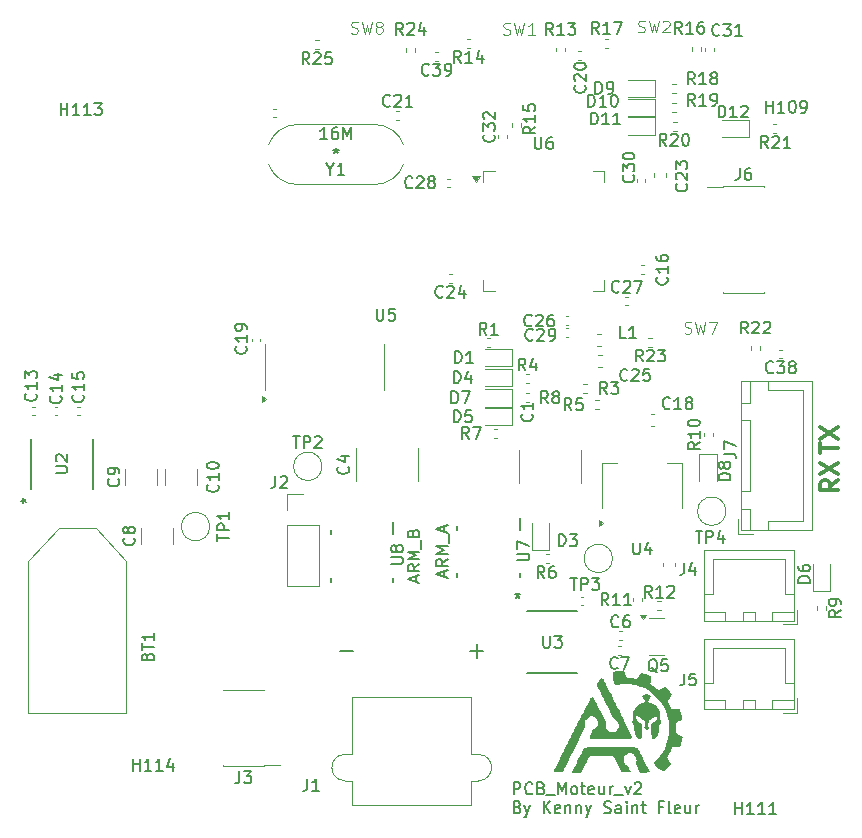
<source format=gbr>
%TF.GenerationSoftware,KiCad,Pcbnew,8.0.7*%
%TF.CreationDate,2025-01-22T21:35:01+01:00*%
%TF.ProjectId,Inverter_KiCAD,496e7665-7274-4657-925f-4b694341442e,rev?*%
%TF.SameCoordinates,Original*%
%TF.FileFunction,Legend,Top*%
%TF.FilePolarity,Positive*%
%FSLAX46Y46*%
G04 Gerber Fmt 4.6, Leading zero omitted, Abs format (unit mm)*
G04 Created by KiCad (PCBNEW 8.0.7) date 2025-01-22 21:35:01*
%MOMM*%
%LPD*%
G01*
G04 APERTURE LIST*
%ADD10C,0.150000*%
%ADD11C,0.300000*%
%ADD12C,0.100000*%
%ADD13C,0.120000*%
%ADD14C,0.000000*%
%ADD15C,0.152400*%
%ADD16C,0.200000*%
G04 APERTURE END LIST*
D10*
X181936779Y-147459875D02*
X181936779Y-146459875D01*
X181936779Y-146459875D02*
X182317731Y-146459875D01*
X182317731Y-146459875D02*
X182412969Y-146507494D01*
X182412969Y-146507494D02*
X182460588Y-146555113D01*
X182460588Y-146555113D02*
X182508207Y-146650351D01*
X182508207Y-146650351D02*
X182508207Y-146793208D01*
X182508207Y-146793208D02*
X182460588Y-146888446D01*
X182460588Y-146888446D02*
X182412969Y-146936065D01*
X182412969Y-146936065D02*
X182317731Y-146983684D01*
X182317731Y-146983684D02*
X181936779Y-146983684D01*
X183508207Y-147364636D02*
X183460588Y-147412256D01*
X183460588Y-147412256D02*
X183317731Y-147459875D01*
X183317731Y-147459875D02*
X183222493Y-147459875D01*
X183222493Y-147459875D02*
X183079636Y-147412256D01*
X183079636Y-147412256D02*
X182984398Y-147317017D01*
X182984398Y-147317017D02*
X182936779Y-147221779D01*
X182936779Y-147221779D02*
X182889160Y-147031303D01*
X182889160Y-147031303D02*
X182889160Y-146888446D01*
X182889160Y-146888446D02*
X182936779Y-146697970D01*
X182936779Y-146697970D02*
X182984398Y-146602732D01*
X182984398Y-146602732D02*
X183079636Y-146507494D01*
X183079636Y-146507494D02*
X183222493Y-146459875D01*
X183222493Y-146459875D02*
X183317731Y-146459875D01*
X183317731Y-146459875D02*
X183460588Y-146507494D01*
X183460588Y-146507494D02*
X183508207Y-146555113D01*
X184270112Y-146936065D02*
X184412969Y-146983684D01*
X184412969Y-146983684D02*
X184460588Y-147031303D01*
X184460588Y-147031303D02*
X184508207Y-147126541D01*
X184508207Y-147126541D02*
X184508207Y-147269398D01*
X184508207Y-147269398D02*
X184460588Y-147364636D01*
X184460588Y-147364636D02*
X184412969Y-147412256D01*
X184412969Y-147412256D02*
X184317731Y-147459875D01*
X184317731Y-147459875D02*
X183936779Y-147459875D01*
X183936779Y-147459875D02*
X183936779Y-146459875D01*
X183936779Y-146459875D02*
X184270112Y-146459875D01*
X184270112Y-146459875D02*
X184365350Y-146507494D01*
X184365350Y-146507494D02*
X184412969Y-146555113D01*
X184412969Y-146555113D02*
X184460588Y-146650351D01*
X184460588Y-146650351D02*
X184460588Y-146745589D01*
X184460588Y-146745589D02*
X184412969Y-146840827D01*
X184412969Y-146840827D02*
X184365350Y-146888446D01*
X184365350Y-146888446D02*
X184270112Y-146936065D01*
X184270112Y-146936065D02*
X183936779Y-146936065D01*
X184698684Y-147555113D02*
X185460588Y-147555113D01*
X185698684Y-147459875D02*
X185698684Y-146459875D01*
X185698684Y-146459875D02*
X186032017Y-147174160D01*
X186032017Y-147174160D02*
X186365350Y-146459875D01*
X186365350Y-146459875D02*
X186365350Y-147459875D01*
X186984398Y-147459875D02*
X186889160Y-147412256D01*
X186889160Y-147412256D02*
X186841541Y-147364636D01*
X186841541Y-147364636D02*
X186793922Y-147269398D01*
X186793922Y-147269398D02*
X186793922Y-146983684D01*
X186793922Y-146983684D02*
X186841541Y-146888446D01*
X186841541Y-146888446D02*
X186889160Y-146840827D01*
X186889160Y-146840827D02*
X186984398Y-146793208D01*
X186984398Y-146793208D02*
X187127255Y-146793208D01*
X187127255Y-146793208D02*
X187222493Y-146840827D01*
X187222493Y-146840827D02*
X187270112Y-146888446D01*
X187270112Y-146888446D02*
X187317731Y-146983684D01*
X187317731Y-146983684D02*
X187317731Y-147269398D01*
X187317731Y-147269398D02*
X187270112Y-147364636D01*
X187270112Y-147364636D02*
X187222493Y-147412256D01*
X187222493Y-147412256D02*
X187127255Y-147459875D01*
X187127255Y-147459875D02*
X186984398Y-147459875D01*
X187603446Y-146793208D02*
X187984398Y-146793208D01*
X187746303Y-146459875D02*
X187746303Y-147317017D01*
X187746303Y-147317017D02*
X187793922Y-147412256D01*
X187793922Y-147412256D02*
X187889160Y-147459875D01*
X187889160Y-147459875D02*
X187984398Y-147459875D01*
X188698684Y-147412256D02*
X188603446Y-147459875D01*
X188603446Y-147459875D02*
X188412970Y-147459875D01*
X188412970Y-147459875D02*
X188317732Y-147412256D01*
X188317732Y-147412256D02*
X188270113Y-147317017D01*
X188270113Y-147317017D02*
X188270113Y-146936065D01*
X188270113Y-146936065D02*
X188317732Y-146840827D01*
X188317732Y-146840827D02*
X188412970Y-146793208D01*
X188412970Y-146793208D02*
X188603446Y-146793208D01*
X188603446Y-146793208D02*
X188698684Y-146840827D01*
X188698684Y-146840827D02*
X188746303Y-146936065D01*
X188746303Y-146936065D02*
X188746303Y-147031303D01*
X188746303Y-147031303D02*
X188270113Y-147126541D01*
X189603446Y-146793208D02*
X189603446Y-147459875D01*
X189174875Y-146793208D02*
X189174875Y-147317017D01*
X189174875Y-147317017D02*
X189222494Y-147412256D01*
X189222494Y-147412256D02*
X189317732Y-147459875D01*
X189317732Y-147459875D02*
X189460589Y-147459875D01*
X189460589Y-147459875D02*
X189555827Y-147412256D01*
X189555827Y-147412256D02*
X189603446Y-147364636D01*
X190079637Y-147459875D02*
X190079637Y-146793208D01*
X190079637Y-146983684D02*
X190127256Y-146888446D01*
X190127256Y-146888446D02*
X190174875Y-146840827D01*
X190174875Y-146840827D02*
X190270113Y-146793208D01*
X190270113Y-146793208D02*
X190365351Y-146793208D01*
X190460590Y-147555113D02*
X191222494Y-147555113D01*
X191365352Y-146793208D02*
X191603447Y-147459875D01*
X191603447Y-147459875D02*
X191841542Y-146793208D01*
X192174876Y-146555113D02*
X192222495Y-146507494D01*
X192222495Y-146507494D02*
X192317733Y-146459875D01*
X192317733Y-146459875D02*
X192555828Y-146459875D01*
X192555828Y-146459875D02*
X192651066Y-146507494D01*
X192651066Y-146507494D02*
X192698685Y-146555113D01*
X192698685Y-146555113D02*
X192746304Y-146650351D01*
X192746304Y-146650351D02*
X192746304Y-146745589D01*
X192746304Y-146745589D02*
X192698685Y-146888446D01*
X192698685Y-146888446D02*
X192127257Y-147459875D01*
X192127257Y-147459875D02*
X192746304Y-147459875D01*
X182270112Y-148546009D02*
X182412969Y-148593628D01*
X182412969Y-148593628D02*
X182460588Y-148641247D01*
X182460588Y-148641247D02*
X182508207Y-148736485D01*
X182508207Y-148736485D02*
X182508207Y-148879342D01*
X182508207Y-148879342D02*
X182460588Y-148974580D01*
X182460588Y-148974580D02*
X182412969Y-149022200D01*
X182412969Y-149022200D02*
X182317731Y-149069819D01*
X182317731Y-149069819D02*
X181936779Y-149069819D01*
X181936779Y-149069819D02*
X181936779Y-148069819D01*
X181936779Y-148069819D02*
X182270112Y-148069819D01*
X182270112Y-148069819D02*
X182365350Y-148117438D01*
X182365350Y-148117438D02*
X182412969Y-148165057D01*
X182412969Y-148165057D02*
X182460588Y-148260295D01*
X182460588Y-148260295D02*
X182460588Y-148355533D01*
X182460588Y-148355533D02*
X182412969Y-148450771D01*
X182412969Y-148450771D02*
X182365350Y-148498390D01*
X182365350Y-148498390D02*
X182270112Y-148546009D01*
X182270112Y-148546009D02*
X181936779Y-148546009D01*
X182841541Y-148403152D02*
X183079636Y-149069819D01*
X183317731Y-148403152D02*
X183079636Y-149069819D01*
X183079636Y-149069819D02*
X182984398Y-149307914D01*
X182984398Y-149307914D02*
X182936779Y-149355533D01*
X182936779Y-149355533D02*
X182841541Y-149403152D01*
X184460589Y-149069819D02*
X184460589Y-148069819D01*
X185032017Y-149069819D02*
X184603446Y-148498390D01*
X185032017Y-148069819D02*
X184460589Y-148641247D01*
X185841541Y-149022200D02*
X185746303Y-149069819D01*
X185746303Y-149069819D02*
X185555827Y-149069819D01*
X185555827Y-149069819D02*
X185460589Y-149022200D01*
X185460589Y-149022200D02*
X185412970Y-148926961D01*
X185412970Y-148926961D02*
X185412970Y-148546009D01*
X185412970Y-148546009D02*
X185460589Y-148450771D01*
X185460589Y-148450771D02*
X185555827Y-148403152D01*
X185555827Y-148403152D02*
X185746303Y-148403152D01*
X185746303Y-148403152D02*
X185841541Y-148450771D01*
X185841541Y-148450771D02*
X185889160Y-148546009D01*
X185889160Y-148546009D02*
X185889160Y-148641247D01*
X185889160Y-148641247D02*
X185412970Y-148736485D01*
X186317732Y-148403152D02*
X186317732Y-149069819D01*
X186317732Y-148498390D02*
X186365351Y-148450771D01*
X186365351Y-148450771D02*
X186460589Y-148403152D01*
X186460589Y-148403152D02*
X186603446Y-148403152D01*
X186603446Y-148403152D02*
X186698684Y-148450771D01*
X186698684Y-148450771D02*
X186746303Y-148546009D01*
X186746303Y-148546009D02*
X186746303Y-149069819D01*
X187222494Y-148403152D02*
X187222494Y-149069819D01*
X187222494Y-148498390D02*
X187270113Y-148450771D01*
X187270113Y-148450771D02*
X187365351Y-148403152D01*
X187365351Y-148403152D02*
X187508208Y-148403152D01*
X187508208Y-148403152D02*
X187603446Y-148450771D01*
X187603446Y-148450771D02*
X187651065Y-148546009D01*
X187651065Y-148546009D02*
X187651065Y-149069819D01*
X188032018Y-148403152D02*
X188270113Y-149069819D01*
X188508208Y-148403152D02*
X188270113Y-149069819D01*
X188270113Y-149069819D02*
X188174875Y-149307914D01*
X188174875Y-149307914D02*
X188127256Y-149355533D01*
X188127256Y-149355533D02*
X188032018Y-149403152D01*
X189603447Y-149022200D02*
X189746304Y-149069819D01*
X189746304Y-149069819D02*
X189984399Y-149069819D01*
X189984399Y-149069819D02*
X190079637Y-149022200D01*
X190079637Y-149022200D02*
X190127256Y-148974580D01*
X190127256Y-148974580D02*
X190174875Y-148879342D01*
X190174875Y-148879342D02*
X190174875Y-148784104D01*
X190174875Y-148784104D02*
X190127256Y-148688866D01*
X190127256Y-148688866D02*
X190079637Y-148641247D01*
X190079637Y-148641247D02*
X189984399Y-148593628D01*
X189984399Y-148593628D02*
X189793923Y-148546009D01*
X189793923Y-148546009D02*
X189698685Y-148498390D01*
X189698685Y-148498390D02*
X189651066Y-148450771D01*
X189651066Y-148450771D02*
X189603447Y-148355533D01*
X189603447Y-148355533D02*
X189603447Y-148260295D01*
X189603447Y-148260295D02*
X189651066Y-148165057D01*
X189651066Y-148165057D02*
X189698685Y-148117438D01*
X189698685Y-148117438D02*
X189793923Y-148069819D01*
X189793923Y-148069819D02*
X190032018Y-148069819D01*
X190032018Y-148069819D02*
X190174875Y-148117438D01*
X191032018Y-149069819D02*
X191032018Y-148546009D01*
X191032018Y-148546009D02*
X190984399Y-148450771D01*
X190984399Y-148450771D02*
X190889161Y-148403152D01*
X190889161Y-148403152D02*
X190698685Y-148403152D01*
X190698685Y-148403152D02*
X190603447Y-148450771D01*
X191032018Y-149022200D02*
X190936780Y-149069819D01*
X190936780Y-149069819D02*
X190698685Y-149069819D01*
X190698685Y-149069819D02*
X190603447Y-149022200D01*
X190603447Y-149022200D02*
X190555828Y-148926961D01*
X190555828Y-148926961D02*
X190555828Y-148831723D01*
X190555828Y-148831723D02*
X190603447Y-148736485D01*
X190603447Y-148736485D02*
X190698685Y-148688866D01*
X190698685Y-148688866D02*
X190936780Y-148688866D01*
X190936780Y-148688866D02*
X191032018Y-148641247D01*
X191508209Y-149069819D02*
X191508209Y-148403152D01*
X191508209Y-148069819D02*
X191460590Y-148117438D01*
X191460590Y-148117438D02*
X191508209Y-148165057D01*
X191508209Y-148165057D02*
X191555828Y-148117438D01*
X191555828Y-148117438D02*
X191508209Y-148069819D01*
X191508209Y-148069819D02*
X191508209Y-148165057D01*
X191984399Y-148403152D02*
X191984399Y-149069819D01*
X191984399Y-148498390D02*
X192032018Y-148450771D01*
X192032018Y-148450771D02*
X192127256Y-148403152D01*
X192127256Y-148403152D02*
X192270113Y-148403152D01*
X192270113Y-148403152D02*
X192365351Y-148450771D01*
X192365351Y-148450771D02*
X192412970Y-148546009D01*
X192412970Y-148546009D02*
X192412970Y-149069819D01*
X192746304Y-148403152D02*
X193127256Y-148403152D01*
X192889161Y-148069819D02*
X192889161Y-148926961D01*
X192889161Y-148926961D02*
X192936780Y-149022200D01*
X192936780Y-149022200D02*
X193032018Y-149069819D01*
X193032018Y-149069819D02*
X193127256Y-149069819D01*
X194555828Y-148546009D02*
X194222495Y-148546009D01*
X194222495Y-149069819D02*
X194222495Y-148069819D01*
X194222495Y-148069819D02*
X194698685Y-148069819D01*
X195222495Y-149069819D02*
X195127257Y-149022200D01*
X195127257Y-149022200D02*
X195079638Y-148926961D01*
X195079638Y-148926961D02*
X195079638Y-148069819D01*
X195984400Y-149022200D02*
X195889162Y-149069819D01*
X195889162Y-149069819D02*
X195698686Y-149069819D01*
X195698686Y-149069819D02*
X195603448Y-149022200D01*
X195603448Y-149022200D02*
X195555829Y-148926961D01*
X195555829Y-148926961D02*
X195555829Y-148546009D01*
X195555829Y-148546009D02*
X195603448Y-148450771D01*
X195603448Y-148450771D02*
X195698686Y-148403152D01*
X195698686Y-148403152D02*
X195889162Y-148403152D01*
X195889162Y-148403152D02*
X195984400Y-148450771D01*
X195984400Y-148450771D02*
X196032019Y-148546009D01*
X196032019Y-148546009D02*
X196032019Y-148641247D01*
X196032019Y-148641247D02*
X195555829Y-148736485D01*
X196889162Y-148403152D02*
X196889162Y-149069819D01*
X196460591Y-148403152D02*
X196460591Y-148926961D01*
X196460591Y-148926961D02*
X196508210Y-149022200D01*
X196508210Y-149022200D02*
X196603448Y-149069819D01*
X196603448Y-149069819D02*
X196746305Y-149069819D01*
X196746305Y-149069819D02*
X196841543Y-149022200D01*
X196841543Y-149022200D02*
X196889162Y-148974580D01*
X197365353Y-149069819D02*
X197365353Y-148403152D01*
X197365353Y-148593628D02*
X197412972Y-148498390D01*
X197412972Y-148498390D02*
X197460591Y-148450771D01*
X197460591Y-148450771D02*
X197555829Y-148403152D01*
X197555829Y-148403152D02*
X197651067Y-148403152D01*
D11*
X209400828Y-120888346D02*
X208686542Y-121388346D01*
X209400828Y-121745489D02*
X207900828Y-121745489D01*
X207900828Y-121745489D02*
X207900828Y-121174060D01*
X207900828Y-121174060D02*
X207972257Y-121031203D01*
X207972257Y-121031203D02*
X208043685Y-120959774D01*
X208043685Y-120959774D02*
X208186542Y-120888346D01*
X208186542Y-120888346D02*
X208400828Y-120888346D01*
X208400828Y-120888346D02*
X208543685Y-120959774D01*
X208543685Y-120959774D02*
X208615114Y-121031203D01*
X208615114Y-121031203D02*
X208686542Y-121174060D01*
X208686542Y-121174060D02*
X208686542Y-121745489D01*
X207900828Y-120388346D02*
X209400828Y-119388346D01*
X207900828Y-119388346D02*
X209400828Y-120388346D01*
X207900828Y-118559774D02*
X207900828Y-117702632D01*
X209400828Y-118131203D02*
X207900828Y-118131203D01*
X207900828Y-117345489D02*
X209400828Y-116345489D01*
X207900828Y-116345489D02*
X209400828Y-117345489D01*
D10*
X158716666Y-145529819D02*
X158716666Y-146244104D01*
X158716666Y-146244104D02*
X158669047Y-146386961D01*
X158669047Y-146386961D02*
X158573809Y-146482200D01*
X158573809Y-146482200D02*
X158430952Y-146529819D01*
X158430952Y-146529819D02*
X158335714Y-146529819D01*
X159097619Y-145529819D02*
X159716666Y-145529819D01*
X159716666Y-145529819D02*
X159383333Y-145910771D01*
X159383333Y-145910771D02*
X159526190Y-145910771D01*
X159526190Y-145910771D02*
X159621428Y-145958390D01*
X159621428Y-145958390D02*
X159669047Y-146006009D01*
X159669047Y-146006009D02*
X159716666Y-146101247D01*
X159716666Y-146101247D02*
X159716666Y-146339342D01*
X159716666Y-146339342D02*
X159669047Y-146434580D01*
X159669047Y-146434580D02*
X159621428Y-146482200D01*
X159621428Y-146482200D02*
X159526190Y-146529819D01*
X159526190Y-146529819D02*
X159240476Y-146529819D01*
X159240476Y-146529819D02*
X159145238Y-146482200D01*
X159145238Y-146482200D02*
X159097619Y-146434580D01*
X164466666Y-146154819D02*
X164466666Y-146869104D01*
X164466666Y-146869104D02*
X164419047Y-147011961D01*
X164419047Y-147011961D02*
X164323809Y-147107200D01*
X164323809Y-147107200D02*
X164180952Y-147154819D01*
X164180952Y-147154819D02*
X164085714Y-147154819D01*
X165466666Y-147154819D02*
X164895238Y-147154819D01*
X165180952Y-147154819D02*
X165180952Y-146154819D01*
X165180952Y-146154819D02*
X165085714Y-146297676D01*
X165085714Y-146297676D02*
X164990476Y-146392914D01*
X164990476Y-146392914D02*
X164895238Y-146440533D01*
X167228571Y-135314700D02*
X168371429Y-135314700D01*
X178228571Y-135314700D02*
X179371429Y-135314700D01*
X178800000Y-135886128D02*
X178800000Y-134743271D01*
X183554198Y-108956636D02*
X183506579Y-109004256D01*
X183506579Y-109004256D02*
X183363722Y-109051875D01*
X183363722Y-109051875D02*
X183268484Y-109051875D01*
X183268484Y-109051875D02*
X183125627Y-109004256D01*
X183125627Y-109004256D02*
X183030389Y-108909017D01*
X183030389Y-108909017D02*
X182982770Y-108813779D01*
X182982770Y-108813779D02*
X182935151Y-108623303D01*
X182935151Y-108623303D02*
X182935151Y-108480446D01*
X182935151Y-108480446D02*
X182982770Y-108289970D01*
X182982770Y-108289970D02*
X183030389Y-108194732D01*
X183030389Y-108194732D02*
X183125627Y-108099494D01*
X183125627Y-108099494D02*
X183268484Y-108051875D01*
X183268484Y-108051875D02*
X183363722Y-108051875D01*
X183363722Y-108051875D02*
X183506579Y-108099494D01*
X183506579Y-108099494D02*
X183554198Y-108147113D01*
X183935151Y-108147113D02*
X183982770Y-108099494D01*
X183982770Y-108099494D02*
X184078008Y-108051875D01*
X184078008Y-108051875D02*
X184316103Y-108051875D01*
X184316103Y-108051875D02*
X184411341Y-108099494D01*
X184411341Y-108099494D02*
X184458960Y-108147113D01*
X184458960Y-108147113D02*
X184506579Y-108242351D01*
X184506579Y-108242351D02*
X184506579Y-108337589D01*
X184506579Y-108337589D02*
X184458960Y-108480446D01*
X184458960Y-108480446D02*
X183887532Y-109051875D01*
X183887532Y-109051875D02*
X184506579Y-109051875D01*
X184982770Y-109051875D02*
X185173246Y-109051875D01*
X185173246Y-109051875D02*
X185268484Y-109004256D01*
X185268484Y-109004256D02*
X185316103Y-108956636D01*
X185316103Y-108956636D02*
X185411341Y-108813779D01*
X185411341Y-108813779D02*
X185458960Y-108623303D01*
X185458960Y-108623303D02*
X185458960Y-108242351D01*
X185458960Y-108242351D02*
X185411341Y-108147113D01*
X185411341Y-108147113D02*
X185363722Y-108099494D01*
X185363722Y-108099494D02*
X185268484Y-108051875D01*
X185268484Y-108051875D02*
X185078008Y-108051875D01*
X185078008Y-108051875D02*
X184982770Y-108099494D01*
X184982770Y-108099494D02*
X184935151Y-108147113D01*
X184935151Y-108147113D02*
X184887532Y-108242351D01*
X184887532Y-108242351D02*
X184887532Y-108480446D01*
X184887532Y-108480446D02*
X184935151Y-108575684D01*
X184935151Y-108575684D02*
X184982770Y-108623303D01*
X184982770Y-108623303D02*
X185078008Y-108670922D01*
X185078008Y-108670922D02*
X185268484Y-108670922D01*
X185268484Y-108670922D02*
X185363722Y-108623303D01*
X185363722Y-108623303D02*
X185411341Y-108575684D01*
X185411341Y-108575684D02*
X185458960Y-108480446D01*
X197257142Y-89154819D02*
X196923809Y-88678628D01*
X196685714Y-89154819D02*
X196685714Y-88154819D01*
X196685714Y-88154819D02*
X197066666Y-88154819D01*
X197066666Y-88154819D02*
X197161904Y-88202438D01*
X197161904Y-88202438D02*
X197209523Y-88250057D01*
X197209523Y-88250057D02*
X197257142Y-88345295D01*
X197257142Y-88345295D02*
X197257142Y-88488152D01*
X197257142Y-88488152D02*
X197209523Y-88583390D01*
X197209523Y-88583390D02*
X197161904Y-88631009D01*
X197161904Y-88631009D02*
X197066666Y-88678628D01*
X197066666Y-88678628D02*
X196685714Y-88678628D01*
X198209523Y-89154819D02*
X197638095Y-89154819D01*
X197923809Y-89154819D02*
X197923809Y-88154819D01*
X197923809Y-88154819D02*
X197828571Y-88297676D01*
X197828571Y-88297676D02*
X197733333Y-88392914D01*
X197733333Y-88392914D02*
X197638095Y-88440533D01*
X198685714Y-89154819D02*
X198876190Y-89154819D01*
X198876190Y-89154819D02*
X198971428Y-89107200D01*
X198971428Y-89107200D02*
X199019047Y-89059580D01*
X199019047Y-89059580D02*
X199114285Y-88916723D01*
X199114285Y-88916723D02*
X199161904Y-88726247D01*
X199161904Y-88726247D02*
X199161904Y-88345295D01*
X199161904Y-88345295D02*
X199114285Y-88250057D01*
X199114285Y-88250057D02*
X199066666Y-88202438D01*
X199066666Y-88202438D02*
X198971428Y-88154819D01*
X198971428Y-88154819D02*
X198780952Y-88154819D01*
X198780952Y-88154819D02*
X198685714Y-88202438D01*
X198685714Y-88202438D02*
X198638095Y-88250057D01*
X198638095Y-88250057D02*
X198590476Y-88345295D01*
X198590476Y-88345295D02*
X198590476Y-88583390D01*
X198590476Y-88583390D02*
X198638095Y-88678628D01*
X198638095Y-88678628D02*
X198685714Y-88726247D01*
X198685714Y-88726247D02*
X198780952Y-88773866D01*
X198780952Y-88773866D02*
X198971428Y-88773866D01*
X198971428Y-88773866D02*
X199066666Y-88726247D01*
X199066666Y-88726247D02*
X199114285Y-88678628D01*
X199114285Y-88678628D02*
X199161904Y-88583390D01*
X192854198Y-110821875D02*
X192520865Y-110345684D01*
X192282770Y-110821875D02*
X192282770Y-109821875D01*
X192282770Y-109821875D02*
X192663722Y-109821875D01*
X192663722Y-109821875D02*
X192758960Y-109869494D01*
X192758960Y-109869494D02*
X192806579Y-109917113D01*
X192806579Y-109917113D02*
X192854198Y-110012351D01*
X192854198Y-110012351D02*
X192854198Y-110155208D01*
X192854198Y-110155208D02*
X192806579Y-110250446D01*
X192806579Y-110250446D02*
X192758960Y-110298065D01*
X192758960Y-110298065D02*
X192663722Y-110345684D01*
X192663722Y-110345684D02*
X192282770Y-110345684D01*
X193235151Y-109917113D02*
X193282770Y-109869494D01*
X193282770Y-109869494D02*
X193378008Y-109821875D01*
X193378008Y-109821875D02*
X193616103Y-109821875D01*
X193616103Y-109821875D02*
X193711341Y-109869494D01*
X193711341Y-109869494D02*
X193758960Y-109917113D01*
X193758960Y-109917113D02*
X193806579Y-110012351D01*
X193806579Y-110012351D02*
X193806579Y-110107589D01*
X193806579Y-110107589D02*
X193758960Y-110250446D01*
X193758960Y-110250446D02*
X193187532Y-110821875D01*
X193187532Y-110821875D02*
X193806579Y-110821875D01*
X194139913Y-109821875D02*
X194758960Y-109821875D01*
X194758960Y-109821875D02*
X194425627Y-110202827D01*
X194425627Y-110202827D02*
X194568484Y-110202827D01*
X194568484Y-110202827D02*
X194663722Y-110250446D01*
X194663722Y-110250446D02*
X194711341Y-110298065D01*
X194711341Y-110298065D02*
X194758960Y-110393303D01*
X194758960Y-110393303D02*
X194758960Y-110631398D01*
X194758960Y-110631398D02*
X194711341Y-110726636D01*
X194711341Y-110726636D02*
X194663722Y-110774256D01*
X194663722Y-110774256D02*
X194568484Y-110821875D01*
X194568484Y-110821875D02*
X194282770Y-110821875D01*
X194282770Y-110821875D02*
X194187532Y-110774256D01*
X194187532Y-110774256D02*
X194139913Y-110726636D01*
X189830389Y-113551875D02*
X189497056Y-113075684D01*
X189258961Y-113551875D02*
X189258961Y-112551875D01*
X189258961Y-112551875D02*
X189639913Y-112551875D01*
X189639913Y-112551875D02*
X189735151Y-112599494D01*
X189735151Y-112599494D02*
X189782770Y-112647113D01*
X189782770Y-112647113D02*
X189830389Y-112742351D01*
X189830389Y-112742351D02*
X189830389Y-112885208D01*
X189830389Y-112885208D02*
X189782770Y-112980446D01*
X189782770Y-112980446D02*
X189735151Y-113028065D01*
X189735151Y-113028065D02*
X189639913Y-113075684D01*
X189639913Y-113075684D02*
X189258961Y-113075684D01*
X190163723Y-112551875D02*
X190782770Y-112551875D01*
X190782770Y-112551875D02*
X190449437Y-112932827D01*
X190449437Y-112932827D02*
X190592294Y-112932827D01*
X190592294Y-112932827D02*
X190687532Y-112980446D01*
X190687532Y-112980446D02*
X190735151Y-113028065D01*
X190735151Y-113028065D02*
X190782770Y-113123303D01*
X190782770Y-113123303D02*
X190782770Y-113361398D01*
X190782770Y-113361398D02*
X190735151Y-113456636D01*
X190735151Y-113456636D02*
X190687532Y-113504256D01*
X190687532Y-113504256D02*
X190592294Y-113551875D01*
X190592294Y-113551875D02*
X190306580Y-113551875D01*
X190306580Y-113551875D02*
X190211342Y-113504256D01*
X190211342Y-113504256D02*
X190163723Y-113456636D01*
X201754198Y-108451875D02*
X201420865Y-107975684D01*
X201182770Y-108451875D02*
X201182770Y-107451875D01*
X201182770Y-107451875D02*
X201563722Y-107451875D01*
X201563722Y-107451875D02*
X201658960Y-107499494D01*
X201658960Y-107499494D02*
X201706579Y-107547113D01*
X201706579Y-107547113D02*
X201754198Y-107642351D01*
X201754198Y-107642351D02*
X201754198Y-107785208D01*
X201754198Y-107785208D02*
X201706579Y-107880446D01*
X201706579Y-107880446D02*
X201658960Y-107928065D01*
X201658960Y-107928065D02*
X201563722Y-107975684D01*
X201563722Y-107975684D02*
X201182770Y-107975684D01*
X202135151Y-107547113D02*
X202182770Y-107499494D01*
X202182770Y-107499494D02*
X202278008Y-107451875D01*
X202278008Y-107451875D02*
X202516103Y-107451875D01*
X202516103Y-107451875D02*
X202611341Y-107499494D01*
X202611341Y-107499494D02*
X202658960Y-107547113D01*
X202658960Y-107547113D02*
X202706579Y-107642351D01*
X202706579Y-107642351D02*
X202706579Y-107737589D01*
X202706579Y-107737589D02*
X202658960Y-107880446D01*
X202658960Y-107880446D02*
X202087532Y-108451875D01*
X202087532Y-108451875D02*
X202706579Y-108451875D01*
X203087532Y-107547113D02*
X203135151Y-107499494D01*
X203135151Y-107499494D02*
X203230389Y-107451875D01*
X203230389Y-107451875D02*
X203468484Y-107451875D01*
X203468484Y-107451875D02*
X203563722Y-107499494D01*
X203563722Y-107499494D02*
X203611341Y-107547113D01*
X203611341Y-107547113D02*
X203658960Y-107642351D01*
X203658960Y-107642351D02*
X203658960Y-107737589D01*
X203658960Y-107737589D02*
X203611341Y-107880446D01*
X203611341Y-107880446D02*
X203039913Y-108451875D01*
X203039913Y-108451875D02*
X203658960Y-108451875D01*
X191430389Y-108851875D02*
X190954199Y-108851875D01*
X190954199Y-108851875D02*
X190954199Y-107851875D01*
X192287532Y-108851875D02*
X191716104Y-108851875D01*
X192001818Y-108851875D02*
X192001818Y-107851875D01*
X192001818Y-107851875D02*
X191906580Y-107994732D01*
X191906580Y-107994732D02*
X191811342Y-108089970D01*
X191811342Y-108089970D02*
X191716104Y-108137589D01*
X196157142Y-83054819D02*
X195823809Y-82578628D01*
X195585714Y-83054819D02*
X195585714Y-82054819D01*
X195585714Y-82054819D02*
X195966666Y-82054819D01*
X195966666Y-82054819D02*
X196061904Y-82102438D01*
X196061904Y-82102438D02*
X196109523Y-82150057D01*
X196109523Y-82150057D02*
X196157142Y-82245295D01*
X196157142Y-82245295D02*
X196157142Y-82388152D01*
X196157142Y-82388152D02*
X196109523Y-82483390D01*
X196109523Y-82483390D02*
X196061904Y-82531009D01*
X196061904Y-82531009D02*
X195966666Y-82578628D01*
X195966666Y-82578628D02*
X195585714Y-82578628D01*
X197109523Y-83054819D02*
X196538095Y-83054819D01*
X196823809Y-83054819D02*
X196823809Y-82054819D01*
X196823809Y-82054819D02*
X196728571Y-82197676D01*
X196728571Y-82197676D02*
X196633333Y-82292914D01*
X196633333Y-82292914D02*
X196538095Y-82340533D01*
X197966666Y-82054819D02*
X197776190Y-82054819D01*
X197776190Y-82054819D02*
X197680952Y-82102438D01*
X197680952Y-82102438D02*
X197633333Y-82150057D01*
X197633333Y-82150057D02*
X197538095Y-82292914D01*
X197538095Y-82292914D02*
X197490476Y-82483390D01*
X197490476Y-82483390D02*
X197490476Y-82864342D01*
X197490476Y-82864342D02*
X197538095Y-82959580D01*
X197538095Y-82959580D02*
X197585714Y-83007200D01*
X197585714Y-83007200D02*
X197680952Y-83054819D01*
X197680952Y-83054819D02*
X197871428Y-83054819D01*
X197871428Y-83054819D02*
X197966666Y-83007200D01*
X197966666Y-83007200D02*
X198014285Y-82959580D01*
X198014285Y-82959580D02*
X198061904Y-82864342D01*
X198061904Y-82864342D02*
X198061904Y-82626247D01*
X198061904Y-82626247D02*
X198014285Y-82531009D01*
X198014285Y-82531009D02*
X197966666Y-82483390D01*
X197966666Y-82483390D02*
X197871428Y-82435771D01*
X197871428Y-82435771D02*
X197680952Y-82435771D01*
X197680952Y-82435771D02*
X197585714Y-82483390D01*
X197585714Y-82483390D02*
X197538095Y-82531009D01*
X197538095Y-82531009D02*
X197490476Y-82626247D01*
X176861905Y-115954819D02*
X176861905Y-114954819D01*
X176861905Y-114954819D02*
X177100000Y-114954819D01*
X177100000Y-114954819D02*
X177242857Y-115002438D01*
X177242857Y-115002438D02*
X177338095Y-115097676D01*
X177338095Y-115097676D02*
X177385714Y-115192914D01*
X177385714Y-115192914D02*
X177433333Y-115383390D01*
X177433333Y-115383390D02*
X177433333Y-115526247D01*
X177433333Y-115526247D02*
X177385714Y-115716723D01*
X177385714Y-115716723D02*
X177338095Y-115811961D01*
X177338095Y-115811961D02*
X177242857Y-115907200D01*
X177242857Y-115907200D02*
X177100000Y-115954819D01*
X177100000Y-115954819D02*
X176861905Y-115954819D01*
X178338095Y-114954819D02*
X177861905Y-114954819D01*
X177861905Y-114954819D02*
X177814286Y-115431009D01*
X177814286Y-115431009D02*
X177861905Y-115383390D01*
X177861905Y-115383390D02*
X177957143Y-115335771D01*
X177957143Y-115335771D02*
X178195238Y-115335771D01*
X178195238Y-115335771D02*
X178290476Y-115383390D01*
X178290476Y-115383390D02*
X178338095Y-115431009D01*
X178338095Y-115431009D02*
X178385714Y-115526247D01*
X178385714Y-115526247D02*
X178385714Y-115764342D01*
X178385714Y-115764342D02*
X178338095Y-115859580D01*
X178338095Y-115859580D02*
X178290476Y-115907200D01*
X178290476Y-115907200D02*
X178195238Y-115954819D01*
X178195238Y-115954819D02*
X177957143Y-115954819D01*
X177957143Y-115954819D02*
X177861905Y-115907200D01*
X177861905Y-115907200D02*
X177814286Y-115859580D01*
X203454198Y-92751875D02*
X203120865Y-92275684D01*
X202882770Y-92751875D02*
X202882770Y-91751875D01*
X202882770Y-91751875D02*
X203263722Y-91751875D01*
X203263722Y-91751875D02*
X203358960Y-91799494D01*
X203358960Y-91799494D02*
X203406579Y-91847113D01*
X203406579Y-91847113D02*
X203454198Y-91942351D01*
X203454198Y-91942351D02*
X203454198Y-92085208D01*
X203454198Y-92085208D02*
X203406579Y-92180446D01*
X203406579Y-92180446D02*
X203358960Y-92228065D01*
X203358960Y-92228065D02*
X203263722Y-92275684D01*
X203263722Y-92275684D02*
X202882770Y-92275684D01*
X203835151Y-91847113D02*
X203882770Y-91799494D01*
X203882770Y-91799494D02*
X203978008Y-91751875D01*
X203978008Y-91751875D02*
X204216103Y-91751875D01*
X204216103Y-91751875D02*
X204311341Y-91799494D01*
X204311341Y-91799494D02*
X204358960Y-91847113D01*
X204358960Y-91847113D02*
X204406579Y-91942351D01*
X204406579Y-91942351D02*
X204406579Y-92037589D01*
X204406579Y-92037589D02*
X204358960Y-92180446D01*
X204358960Y-92180446D02*
X203787532Y-92751875D01*
X203787532Y-92751875D02*
X204406579Y-92751875D01*
X205358960Y-92751875D02*
X204787532Y-92751875D01*
X205073246Y-92751875D02*
X205073246Y-91751875D01*
X205073246Y-91751875D02*
X204978008Y-91894732D01*
X204978008Y-91894732D02*
X204882770Y-91989970D01*
X204882770Y-91989970D02*
X204787532Y-92037589D01*
X156859580Y-121242857D02*
X156907200Y-121290476D01*
X156907200Y-121290476D02*
X156954819Y-121433333D01*
X156954819Y-121433333D02*
X156954819Y-121528571D01*
X156954819Y-121528571D02*
X156907200Y-121671428D01*
X156907200Y-121671428D02*
X156811961Y-121766666D01*
X156811961Y-121766666D02*
X156716723Y-121814285D01*
X156716723Y-121814285D02*
X156526247Y-121861904D01*
X156526247Y-121861904D02*
X156383390Y-121861904D01*
X156383390Y-121861904D02*
X156192914Y-121814285D01*
X156192914Y-121814285D02*
X156097676Y-121766666D01*
X156097676Y-121766666D02*
X156002438Y-121671428D01*
X156002438Y-121671428D02*
X155954819Y-121528571D01*
X155954819Y-121528571D02*
X155954819Y-121433333D01*
X155954819Y-121433333D02*
X156002438Y-121290476D01*
X156002438Y-121290476D02*
X156050057Y-121242857D01*
X156954819Y-120290476D02*
X156954819Y-120861904D01*
X156954819Y-120576190D02*
X155954819Y-120576190D01*
X155954819Y-120576190D02*
X156097676Y-120671428D01*
X156097676Y-120671428D02*
X156192914Y-120766666D01*
X156192914Y-120766666D02*
X156240533Y-120861904D01*
X155954819Y-119671428D02*
X155954819Y-119576190D01*
X155954819Y-119576190D02*
X156002438Y-119480952D01*
X156002438Y-119480952D02*
X156050057Y-119433333D01*
X156050057Y-119433333D02*
X156145295Y-119385714D01*
X156145295Y-119385714D02*
X156335771Y-119338095D01*
X156335771Y-119338095D02*
X156573866Y-119338095D01*
X156573866Y-119338095D02*
X156764342Y-119385714D01*
X156764342Y-119385714D02*
X156859580Y-119433333D01*
X156859580Y-119433333D02*
X156907200Y-119480952D01*
X156907200Y-119480952D02*
X156954819Y-119576190D01*
X156954819Y-119576190D02*
X156954819Y-119671428D01*
X156954819Y-119671428D02*
X156907200Y-119766666D01*
X156907200Y-119766666D02*
X156859580Y-119814285D01*
X156859580Y-119814285D02*
X156764342Y-119861904D01*
X156764342Y-119861904D02*
X156573866Y-119909523D01*
X156573866Y-119909523D02*
X156335771Y-119909523D01*
X156335771Y-119909523D02*
X156145295Y-119861904D01*
X156145295Y-119861904D02*
X156050057Y-119814285D01*
X156050057Y-119814285D02*
X156002438Y-119766666D01*
X156002438Y-119766666D02*
X155954819Y-119671428D01*
X176861905Y-112654819D02*
X176861905Y-111654819D01*
X176861905Y-111654819D02*
X177100000Y-111654819D01*
X177100000Y-111654819D02*
X177242857Y-111702438D01*
X177242857Y-111702438D02*
X177338095Y-111797676D01*
X177338095Y-111797676D02*
X177385714Y-111892914D01*
X177385714Y-111892914D02*
X177433333Y-112083390D01*
X177433333Y-112083390D02*
X177433333Y-112226247D01*
X177433333Y-112226247D02*
X177385714Y-112416723D01*
X177385714Y-112416723D02*
X177338095Y-112511961D01*
X177338095Y-112511961D02*
X177242857Y-112607200D01*
X177242857Y-112607200D02*
X177100000Y-112654819D01*
X177100000Y-112654819D02*
X176861905Y-112654819D01*
X178290476Y-111988152D02*
X178290476Y-112654819D01*
X178052381Y-111607200D02*
X177814286Y-112321485D01*
X177814286Y-112321485D02*
X178433333Y-112321485D01*
X183459580Y-115266666D02*
X183507200Y-115314285D01*
X183507200Y-115314285D02*
X183554819Y-115457142D01*
X183554819Y-115457142D02*
X183554819Y-115552380D01*
X183554819Y-115552380D02*
X183507200Y-115695237D01*
X183507200Y-115695237D02*
X183411961Y-115790475D01*
X183411961Y-115790475D02*
X183316723Y-115838094D01*
X183316723Y-115838094D02*
X183126247Y-115885713D01*
X183126247Y-115885713D02*
X182983390Y-115885713D01*
X182983390Y-115885713D02*
X182792914Y-115838094D01*
X182792914Y-115838094D02*
X182697676Y-115790475D01*
X182697676Y-115790475D02*
X182602438Y-115695237D01*
X182602438Y-115695237D02*
X182554819Y-115552380D01*
X182554819Y-115552380D02*
X182554819Y-115457142D01*
X182554819Y-115457142D02*
X182602438Y-115314285D01*
X182602438Y-115314285D02*
X182650057Y-115266666D01*
X183554819Y-114314285D02*
X183554819Y-114885713D01*
X183554819Y-114599999D02*
X182554819Y-114599999D01*
X182554819Y-114599999D02*
X182697676Y-114695237D01*
X182697676Y-114695237D02*
X182792914Y-114790475D01*
X182792914Y-114790475D02*
X182840533Y-114885713D01*
X201063722Y-94446875D02*
X201063722Y-95161160D01*
X201063722Y-95161160D02*
X201016103Y-95304017D01*
X201016103Y-95304017D02*
X200920865Y-95399256D01*
X200920865Y-95399256D02*
X200778008Y-95446875D01*
X200778008Y-95446875D02*
X200682770Y-95446875D01*
X201968484Y-94446875D02*
X201778008Y-94446875D01*
X201778008Y-94446875D02*
X201682770Y-94494494D01*
X201682770Y-94494494D02*
X201635151Y-94542113D01*
X201635151Y-94542113D02*
X201539913Y-94684970D01*
X201539913Y-94684970D02*
X201492294Y-94875446D01*
X201492294Y-94875446D02*
X201492294Y-95256398D01*
X201492294Y-95256398D02*
X201539913Y-95351636D01*
X201539913Y-95351636D02*
X201587532Y-95399256D01*
X201587532Y-95399256D02*
X201682770Y-95446875D01*
X201682770Y-95446875D02*
X201873246Y-95446875D01*
X201873246Y-95446875D02*
X201968484Y-95399256D01*
X201968484Y-95399256D02*
X202016103Y-95351636D01*
X202016103Y-95351636D02*
X202063722Y-95256398D01*
X202063722Y-95256398D02*
X202063722Y-95018303D01*
X202063722Y-95018303D02*
X202016103Y-94923065D01*
X202016103Y-94923065D02*
X201968484Y-94875446D01*
X201968484Y-94875446D02*
X201873246Y-94827827D01*
X201873246Y-94827827D02*
X201682770Y-94827827D01*
X201682770Y-94827827D02*
X201587532Y-94875446D01*
X201587532Y-94875446D02*
X201539913Y-94923065D01*
X201539913Y-94923065D02*
X201492294Y-95018303D01*
X194857142Y-92554819D02*
X194523809Y-92078628D01*
X194285714Y-92554819D02*
X194285714Y-91554819D01*
X194285714Y-91554819D02*
X194666666Y-91554819D01*
X194666666Y-91554819D02*
X194761904Y-91602438D01*
X194761904Y-91602438D02*
X194809523Y-91650057D01*
X194809523Y-91650057D02*
X194857142Y-91745295D01*
X194857142Y-91745295D02*
X194857142Y-91888152D01*
X194857142Y-91888152D02*
X194809523Y-91983390D01*
X194809523Y-91983390D02*
X194761904Y-92031009D01*
X194761904Y-92031009D02*
X194666666Y-92078628D01*
X194666666Y-92078628D02*
X194285714Y-92078628D01*
X195238095Y-91650057D02*
X195285714Y-91602438D01*
X195285714Y-91602438D02*
X195380952Y-91554819D01*
X195380952Y-91554819D02*
X195619047Y-91554819D01*
X195619047Y-91554819D02*
X195714285Y-91602438D01*
X195714285Y-91602438D02*
X195761904Y-91650057D01*
X195761904Y-91650057D02*
X195809523Y-91745295D01*
X195809523Y-91745295D02*
X195809523Y-91840533D01*
X195809523Y-91840533D02*
X195761904Y-91983390D01*
X195761904Y-91983390D02*
X195190476Y-92554819D01*
X195190476Y-92554819D02*
X195809523Y-92554819D01*
X196428571Y-91554819D02*
X196523809Y-91554819D01*
X196523809Y-91554819D02*
X196619047Y-91602438D01*
X196619047Y-91602438D02*
X196666666Y-91650057D01*
X196666666Y-91650057D02*
X196714285Y-91745295D01*
X196714285Y-91745295D02*
X196761904Y-91935771D01*
X196761904Y-91935771D02*
X196761904Y-92173866D01*
X196761904Y-92173866D02*
X196714285Y-92364342D01*
X196714285Y-92364342D02*
X196666666Y-92459580D01*
X196666666Y-92459580D02*
X196619047Y-92507200D01*
X196619047Y-92507200D02*
X196523809Y-92554819D01*
X196523809Y-92554819D02*
X196428571Y-92554819D01*
X196428571Y-92554819D02*
X196333333Y-92507200D01*
X196333333Y-92507200D02*
X196285714Y-92459580D01*
X196285714Y-92459580D02*
X196238095Y-92364342D01*
X196238095Y-92364342D02*
X196190476Y-92173866D01*
X196190476Y-92173866D02*
X196190476Y-91935771D01*
X196190476Y-91935771D02*
X196238095Y-91745295D01*
X196238095Y-91745295D02*
X196285714Y-91650057D01*
X196285714Y-91650057D02*
X196333333Y-91602438D01*
X196333333Y-91602438D02*
X196428571Y-91554819D01*
X167909580Y-119716666D02*
X167957200Y-119764285D01*
X167957200Y-119764285D02*
X168004819Y-119907142D01*
X168004819Y-119907142D02*
X168004819Y-120002380D01*
X168004819Y-120002380D02*
X167957200Y-120145237D01*
X167957200Y-120145237D02*
X167861961Y-120240475D01*
X167861961Y-120240475D02*
X167766723Y-120288094D01*
X167766723Y-120288094D02*
X167576247Y-120335713D01*
X167576247Y-120335713D02*
X167433390Y-120335713D01*
X167433390Y-120335713D02*
X167242914Y-120288094D01*
X167242914Y-120288094D02*
X167147676Y-120240475D01*
X167147676Y-120240475D02*
X167052438Y-120145237D01*
X167052438Y-120145237D02*
X167004819Y-120002380D01*
X167004819Y-120002380D02*
X167004819Y-119907142D01*
X167004819Y-119907142D02*
X167052438Y-119764285D01*
X167052438Y-119764285D02*
X167100057Y-119716666D01*
X167338152Y-118859523D02*
X168004819Y-118859523D01*
X166957200Y-119097618D02*
X167671485Y-119335713D01*
X167671485Y-119335713D02*
X167671485Y-118716666D01*
X164634198Y-85651875D02*
X164300865Y-85175684D01*
X164062770Y-85651875D02*
X164062770Y-84651875D01*
X164062770Y-84651875D02*
X164443722Y-84651875D01*
X164443722Y-84651875D02*
X164538960Y-84699494D01*
X164538960Y-84699494D02*
X164586579Y-84747113D01*
X164586579Y-84747113D02*
X164634198Y-84842351D01*
X164634198Y-84842351D02*
X164634198Y-84985208D01*
X164634198Y-84985208D02*
X164586579Y-85080446D01*
X164586579Y-85080446D02*
X164538960Y-85128065D01*
X164538960Y-85128065D02*
X164443722Y-85175684D01*
X164443722Y-85175684D02*
X164062770Y-85175684D01*
X165015151Y-84747113D02*
X165062770Y-84699494D01*
X165062770Y-84699494D02*
X165158008Y-84651875D01*
X165158008Y-84651875D02*
X165396103Y-84651875D01*
X165396103Y-84651875D02*
X165491341Y-84699494D01*
X165491341Y-84699494D02*
X165538960Y-84747113D01*
X165538960Y-84747113D02*
X165586579Y-84842351D01*
X165586579Y-84842351D02*
X165586579Y-84937589D01*
X165586579Y-84937589D02*
X165538960Y-85080446D01*
X165538960Y-85080446D02*
X164967532Y-85651875D01*
X164967532Y-85651875D02*
X165586579Y-85651875D01*
X166491341Y-84651875D02*
X166015151Y-84651875D01*
X166015151Y-84651875D02*
X165967532Y-85128065D01*
X165967532Y-85128065D02*
X166015151Y-85080446D01*
X166015151Y-85080446D02*
X166110389Y-85032827D01*
X166110389Y-85032827D02*
X166348484Y-85032827D01*
X166348484Y-85032827D02*
X166443722Y-85080446D01*
X166443722Y-85080446D02*
X166491341Y-85128065D01*
X166491341Y-85128065D02*
X166538960Y-85223303D01*
X166538960Y-85223303D02*
X166538960Y-85461398D01*
X166538960Y-85461398D02*
X166491341Y-85556636D01*
X166491341Y-85556636D02*
X166443722Y-85604256D01*
X166443722Y-85604256D02*
X166348484Y-85651875D01*
X166348484Y-85651875D02*
X166110389Y-85651875D01*
X166110389Y-85651875D02*
X166015151Y-85604256D01*
X166015151Y-85604256D02*
X165967532Y-85556636D01*
X182933333Y-111584819D02*
X182600000Y-111108628D01*
X182361905Y-111584819D02*
X182361905Y-110584819D01*
X182361905Y-110584819D02*
X182742857Y-110584819D01*
X182742857Y-110584819D02*
X182838095Y-110632438D01*
X182838095Y-110632438D02*
X182885714Y-110680057D01*
X182885714Y-110680057D02*
X182933333Y-110775295D01*
X182933333Y-110775295D02*
X182933333Y-110918152D01*
X182933333Y-110918152D02*
X182885714Y-111013390D01*
X182885714Y-111013390D02*
X182838095Y-111061009D01*
X182838095Y-111061009D02*
X182742857Y-111108628D01*
X182742857Y-111108628D02*
X182361905Y-111108628D01*
X183790476Y-110918152D02*
X183790476Y-111584819D01*
X183552381Y-110537200D02*
X183314286Y-111251485D01*
X183314286Y-111251485D02*
X183933333Y-111251485D01*
X161766666Y-120524819D02*
X161766666Y-121239104D01*
X161766666Y-121239104D02*
X161719047Y-121381961D01*
X161719047Y-121381961D02*
X161623809Y-121477200D01*
X161623809Y-121477200D02*
X161480952Y-121524819D01*
X161480952Y-121524819D02*
X161385714Y-121524819D01*
X162195238Y-120620057D02*
X162242857Y-120572438D01*
X162242857Y-120572438D02*
X162338095Y-120524819D01*
X162338095Y-120524819D02*
X162576190Y-120524819D01*
X162576190Y-120524819D02*
X162671428Y-120572438D01*
X162671428Y-120572438D02*
X162719047Y-120620057D01*
X162719047Y-120620057D02*
X162766666Y-120715295D01*
X162766666Y-120715295D02*
X162766666Y-120810533D01*
X162766666Y-120810533D02*
X162719047Y-120953390D01*
X162719047Y-120953390D02*
X162147619Y-121524819D01*
X162147619Y-121524819D02*
X162766666Y-121524819D01*
X188250714Y-89254819D02*
X188250714Y-88254819D01*
X188250714Y-88254819D02*
X188488809Y-88254819D01*
X188488809Y-88254819D02*
X188631666Y-88302438D01*
X188631666Y-88302438D02*
X188726904Y-88397676D01*
X188726904Y-88397676D02*
X188774523Y-88492914D01*
X188774523Y-88492914D02*
X188822142Y-88683390D01*
X188822142Y-88683390D02*
X188822142Y-88826247D01*
X188822142Y-88826247D02*
X188774523Y-89016723D01*
X188774523Y-89016723D02*
X188726904Y-89111961D01*
X188726904Y-89111961D02*
X188631666Y-89207200D01*
X188631666Y-89207200D02*
X188488809Y-89254819D01*
X188488809Y-89254819D02*
X188250714Y-89254819D01*
X189774523Y-89254819D02*
X189203095Y-89254819D01*
X189488809Y-89254819D02*
X189488809Y-88254819D01*
X189488809Y-88254819D02*
X189393571Y-88397676D01*
X189393571Y-88397676D02*
X189298333Y-88492914D01*
X189298333Y-88492914D02*
X189203095Y-88540533D01*
X190393571Y-88254819D02*
X190488809Y-88254819D01*
X190488809Y-88254819D02*
X190584047Y-88302438D01*
X190584047Y-88302438D02*
X190631666Y-88350057D01*
X190631666Y-88350057D02*
X190679285Y-88445295D01*
X190679285Y-88445295D02*
X190726904Y-88635771D01*
X190726904Y-88635771D02*
X190726904Y-88873866D01*
X190726904Y-88873866D02*
X190679285Y-89064342D01*
X190679285Y-89064342D02*
X190631666Y-89159580D01*
X190631666Y-89159580D02*
X190584047Y-89207200D01*
X190584047Y-89207200D02*
X190488809Y-89254819D01*
X190488809Y-89254819D02*
X190393571Y-89254819D01*
X190393571Y-89254819D02*
X190298333Y-89207200D01*
X190298333Y-89207200D02*
X190250714Y-89159580D01*
X190250714Y-89159580D02*
X190203095Y-89064342D01*
X190203095Y-89064342D02*
X190155476Y-88873866D01*
X190155476Y-88873866D02*
X190155476Y-88635771D01*
X190155476Y-88635771D02*
X190203095Y-88445295D01*
X190203095Y-88445295D02*
X190250714Y-88350057D01*
X190250714Y-88350057D02*
X190298333Y-88302438D01*
X190298333Y-88302438D02*
X190393571Y-88254819D01*
X184435151Y-134051875D02*
X184435151Y-134861398D01*
X184435151Y-134861398D02*
X184482770Y-134956636D01*
X184482770Y-134956636D02*
X184530389Y-135004256D01*
X184530389Y-135004256D02*
X184625627Y-135051875D01*
X184625627Y-135051875D02*
X184816103Y-135051875D01*
X184816103Y-135051875D02*
X184911341Y-135004256D01*
X184911341Y-135004256D02*
X184958960Y-134956636D01*
X184958960Y-134956636D02*
X185006579Y-134861398D01*
X185006579Y-134861398D02*
X185006579Y-134051875D01*
X185387532Y-134051875D02*
X186006579Y-134051875D01*
X186006579Y-134051875D02*
X185673246Y-134432827D01*
X185673246Y-134432827D02*
X185816103Y-134432827D01*
X185816103Y-134432827D02*
X185911341Y-134480446D01*
X185911341Y-134480446D02*
X185958960Y-134528065D01*
X185958960Y-134528065D02*
X186006579Y-134623303D01*
X186006579Y-134623303D02*
X186006579Y-134861398D01*
X186006579Y-134861398D02*
X185958960Y-134956636D01*
X185958960Y-134956636D02*
X185911341Y-135004256D01*
X185911341Y-135004256D02*
X185816103Y-135051875D01*
X185816103Y-135051875D02*
X185530389Y-135051875D01*
X185530389Y-135051875D02*
X185435151Y-135004256D01*
X185435151Y-135004256D02*
X185387532Y-134956636D01*
X182272906Y-130386875D02*
X182272906Y-130624970D01*
X182034811Y-130529732D02*
X182272906Y-130624970D01*
X182272906Y-130624970D02*
X182511001Y-130529732D01*
X182130049Y-130815446D02*
X182272906Y-130624970D01*
X182272906Y-130624970D02*
X182415763Y-130815446D01*
X143585714Y-89954819D02*
X143585714Y-88954819D01*
X143585714Y-89431009D02*
X144157142Y-89431009D01*
X144157142Y-89954819D02*
X144157142Y-88954819D01*
X145157142Y-89954819D02*
X144585714Y-89954819D01*
X144871428Y-89954819D02*
X144871428Y-88954819D01*
X144871428Y-88954819D02*
X144776190Y-89097676D01*
X144776190Y-89097676D02*
X144680952Y-89192914D01*
X144680952Y-89192914D02*
X144585714Y-89240533D01*
X146109523Y-89954819D02*
X145538095Y-89954819D01*
X145823809Y-89954819D02*
X145823809Y-88954819D01*
X145823809Y-88954819D02*
X145728571Y-89097676D01*
X145728571Y-89097676D02*
X145633333Y-89192914D01*
X145633333Y-89192914D02*
X145538095Y-89240533D01*
X146442857Y-88954819D02*
X147061904Y-88954819D01*
X147061904Y-88954819D02*
X146728571Y-89335771D01*
X146728571Y-89335771D02*
X146871428Y-89335771D01*
X146871428Y-89335771D02*
X146966666Y-89383390D01*
X146966666Y-89383390D02*
X147014285Y-89431009D01*
X147014285Y-89431009D02*
X147061904Y-89526247D01*
X147061904Y-89526247D02*
X147061904Y-89764342D01*
X147061904Y-89764342D02*
X147014285Y-89859580D01*
X147014285Y-89859580D02*
X146966666Y-89907200D01*
X146966666Y-89907200D02*
X146871428Y-89954819D01*
X146871428Y-89954819D02*
X146585714Y-89954819D01*
X146585714Y-89954819D02*
X146490476Y-89907200D01*
X146490476Y-89907200D02*
X146442857Y-89859580D01*
D12*
X192463723Y-82906856D02*
X192606580Y-82954475D01*
X192606580Y-82954475D02*
X192844675Y-82954475D01*
X192844675Y-82954475D02*
X192939913Y-82906856D01*
X192939913Y-82906856D02*
X192987532Y-82859236D01*
X192987532Y-82859236D02*
X193035151Y-82763998D01*
X193035151Y-82763998D02*
X193035151Y-82668760D01*
X193035151Y-82668760D02*
X192987532Y-82573522D01*
X192987532Y-82573522D02*
X192939913Y-82525903D01*
X192939913Y-82525903D02*
X192844675Y-82478284D01*
X192844675Y-82478284D02*
X192654199Y-82430665D01*
X192654199Y-82430665D02*
X192558961Y-82383046D01*
X192558961Y-82383046D02*
X192511342Y-82335427D01*
X192511342Y-82335427D02*
X192463723Y-82240189D01*
X192463723Y-82240189D02*
X192463723Y-82144951D01*
X192463723Y-82144951D02*
X192511342Y-82049713D01*
X192511342Y-82049713D02*
X192558961Y-82002094D01*
X192558961Y-82002094D02*
X192654199Y-81954475D01*
X192654199Y-81954475D02*
X192892294Y-81954475D01*
X192892294Y-81954475D02*
X193035151Y-82002094D01*
X193368485Y-81954475D02*
X193606580Y-82954475D01*
X193606580Y-82954475D02*
X193797056Y-82240189D01*
X193797056Y-82240189D02*
X193987532Y-82954475D01*
X193987532Y-82954475D02*
X194225628Y-81954475D01*
X194558961Y-82049713D02*
X194606580Y-82002094D01*
X194606580Y-82002094D02*
X194701818Y-81954475D01*
X194701818Y-81954475D02*
X194939913Y-81954475D01*
X194939913Y-81954475D02*
X195035151Y-82002094D01*
X195035151Y-82002094D02*
X195082770Y-82049713D01*
X195082770Y-82049713D02*
X195130389Y-82144951D01*
X195130389Y-82144951D02*
X195130389Y-82240189D01*
X195130389Y-82240189D02*
X195082770Y-82383046D01*
X195082770Y-82383046D02*
X194511342Y-82954475D01*
X194511342Y-82954475D02*
X195130389Y-82954475D01*
D10*
X197257142Y-87354819D02*
X196923809Y-86878628D01*
X196685714Y-87354819D02*
X196685714Y-86354819D01*
X196685714Y-86354819D02*
X197066666Y-86354819D01*
X197066666Y-86354819D02*
X197161904Y-86402438D01*
X197161904Y-86402438D02*
X197209523Y-86450057D01*
X197209523Y-86450057D02*
X197257142Y-86545295D01*
X197257142Y-86545295D02*
X197257142Y-86688152D01*
X197257142Y-86688152D02*
X197209523Y-86783390D01*
X197209523Y-86783390D02*
X197161904Y-86831009D01*
X197161904Y-86831009D02*
X197066666Y-86878628D01*
X197066666Y-86878628D02*
X196685714Y-86878628D01*
X198209523Y-87354819D02*
X197638095Y-87354819D01*
X197923809Y-87354819D02*
X197923809Y-86354819D01*
X197923809Y-86354819D02*
X197828571Y-86497676D01*
X197828571Y-86497676D02*
X197733333Y-86592914D01*
X197733333Y-86592914D02*
X197638095Y-86640533D01*
X198780952Y-86783390D02*
X198685714Y-86735771D01*
X198685714Y-86735771D02*
X198638095Y-86688152D01*
X198638095Y-86688152D02*
X198590476Y-86592914D01*
X198590476Y-86592914D02*
X198590476Y-86545295D01*
X198590476Y-86545295D02*
X198638095Y-86450057D01*
X198638095Y-86450057D02*
X198685714Y-86402438D01*
X198685714Y-86402438D02*
X198780952Y-86354819D01*
X198780952Y-86354819D02*
X198971428Y-86354819D01*
X198971428Y-86354819D02*
X199066666Y-86402438D01*
X199066666Y-86402438D02*
X199114285Y-86450057D01*
X199114285Y-86450057D02*
X199161904Y-86545295D01*
X199161904Y-86545295D02*
X199161904Y-86592914D01*
X199161904Y-86592914D02*
X199114285Y-86688152D01*
X199114285Y-86688152D02*
X199066666Y-86735771D01*
X199066666Y-86735771D02*
X198971428Y-86783390D01*
X198971428Y-86783390D02*
X198780952Y-86783390D01*
X198780952Y-86783390D02*
X198685714Y-86831009D01*
X198685714Y-86831009D02*
X198638095Y-86878628D01*
X198638095Y-86878628D02*
X198590476Y-86973866D01*
X198590476Y-86973866D02*
X198590476Y-87164342D01*
X198590476Y-87164342D02*
X198638095Y-87259580D01*
X198638095Y-87259580D02*
X198685714Y-87307200D01*
X198685714Y-87307200D02*
X198780952Y-87354819D01*
X198780952Y-87354819D02*
X198971428Y-87354819D01*
X198971428Y-87354819D02*
X199066666Y-87307200D01*
X199066666Y-87307200D02*
X199114285Y-87259580D01*
X199114285Y-87259580D02*
X199161904Y-87164342D01*
X199161904Y-87164342D02*
X199161904Y-86973866D01*
X199161904Y-86973866D02*
X199114285Y-86878628D01*
X199114285Y-86878628D02*
X199066666Y-86831009D01*
X199066666Y-86831009D02*
X198971428Y-86783390D01*
X188473214Y-90754819D02*
X188473214Y-89754819D01*
X188473214Y-89754819D02*
X188711309Y-89754819D01*
X188711309Y-89754819D02*
X188854166Y-89802438D01*
X188854166Y-89802438D02*
X188949404Y-89897676D01*
X188949404Y-89897676D02*
X188997023Y-89992914D01*
X188997023Y-89992914D02*
X189044642Y-90183390D01*
X189044642Y-90183390D02*
X189044642Y-90326247D01*
X189044642Y-90326247D02*
X188997023Y-90516723D01*
X188997023Y-90516723D02*
X188949404Y-90611961D01*
X188949404Y-90611961D02*
X188854166Y-90707200D01*
X188854166Y-90707200D02*
X188711309Y-90754819D01*
X188711309Y-90754819D02*
X188473214Y-90754819D01*
X189997023Y-90754819D02*
X189425595Y-90754819D01*
X189711309Y-90754819D02*
X189711309Y-89754819D01*
X189711309Y-89754819D02*
X189616071Y-89897676D01*
X189616071Y-89897676D02*
X189520833Y-89992914D01*
X189520833Y-89992914D02*
X189425595Y-90040533D01*
X190949404Y-90754819D02*
X190377976Y-90754819D01*
X190663690Y-90754819D02*
X190663690Y-89754819D01*
X190663690Y-89754819D02*
X190568452Y-89897676D01*
X190568452Y-89897676D02*
X190473214Y-89992914D01*
X190473214Y-89992914D02*
X190377976Y-90040533D01*
X189157142Y-83054819D02*
X188823809Y-82578628D01*
X188585714Y-83054819D02*
X188585714Y-82054819D01*
X188585714Y-82054819D02*
X188966666Y-82054819D01*
X188966666Y-82054819D02*
X189061904Y-82102438D01*
X189061904Y-82102438D02*
X189109523Y-82150057D01*
X189109523Y-82150057D02*
X189157142Y-82245295D01*
X189157142Y-82245295D02*
X189157142Y-82388152D01*
X189157142Y-82388152D02*
X189109523Y-82483390D01*
X189109523Y-82483390D02*
X189061904Y-82531009D01*
X189061904Y-82531009D02*
X188966666Y-82578628D01*
X188966666Y-82578628D02*
X188585714Y-82578628D01*
X190109523Y-83054819D02*
X189538095Y-83054819D01*
X189823809Y-83054819D02*
X189823809Y-82054819D01*
X189823809Y-82054819D02*
X189728571Y-82197676D01*
X189728571Y-82197676D02*
X189633333Y-82292914D01*
X189633333Y-82292914D02*
X189538095Y-82340533D01*
X190442857Y-82054819D02*
X191109523Y-82054819D01*
X191109523Y-82054819D02*
X190680952Y-83054819D01*
X196363722Y-127876875D02*
X196363722Y-128591160D01*
X196363722Y-128591160D02*
X196316103Y-128734017D01*
X196316103Y-128734017D02*
X196220865Y-128829256D01*
X196220865Y-128829256D02*
X196078008Y-128876875D01*
X196078008Y-128876875D02*
X195982770Y-128876875D01*
X197268484Y-128210208D02*
X197268484Y-128876875D01*
X197030389Y-127829256D02*
X196792294Y-128543541D01*
X196792294Y-128543541D02*
X197411341Y-128543541D01*
X194101817Y-137147113D02*
X194006579Y-137099494D01*
X194006579Y-137099494D02*
X193911341Y-137004256D01*
X193911341Y-137004256D02*
X193768484Y-136861398D01*
X193768484Y-136861398D02*
X193673246Y-136813779D01*
X193673246Y-136813779D02*
X193578008Y-136813779D01*
X193625627Y-137051875D02*
X193530389Y-137004256D01*
X193530389Y-137004256D02*
X193435151Y-136909017D01*
X193435151Y-136909017D02*
X193387532Y-136718541D01*
X193387532Y-136718541D02*
X193387532Y-136385208D01*
X193387532Y-136385208D02*
X193435151Y-136194732D01*
X193435151Y-136194732D02*
X193530389Y-136099494D01*
X193530389Y-136099494D02*
X193625627Y-136051875D01*
X193625627Y-136051875D02*
X193816103Y-136051875D01*
X193816103Y-136051875D02*
X193911341Y-136099494D01*
X193911341Y-136099494D02*
X194006579Y-136194732D01*
X194006579Y-136194732D02*
X194054198Y-136385208D01*
X194054198Y-136385208D02*
X194054198Y-136718541D01*
X194054198Y-136718541D02*
X194006579Y-136909017D01*
X194006579Y-136909017D02*
X193911341Y-137004256D01*
X193911341Y-137004256D02*
X193816103Y-137051875D01*
X193816103Y-137051875D02*
X193625627Y-137051875D01*
X194958960Y-136051875D02*
X194482770Y-136051875D01*
X194482770Y-136051875D02*
X194435151Y-136528065D01*
X194435151Y-136528065D02*
X194482770Y-136480446D01*
X194482770Y-136480446D02*
X194578008Y-136432827D01*
X194578008Y-136432827D02*
X194816103Y-136432827D01*
X194816103Y-136432827D02*
X194911341Y-136480446D01*
X194911341Y-136480446D02*
X194958960Y-136528065D01*
X194958960Y-136528065D02*
X195006579Y-136623303D01*
X195006579Y-136623303D02*
X195006579Y-136861398D01*
X195006579Y-136861398D02*
X194958960Y-136956636D01*
X194958960Y-136956636D02*
X194911341Y-137004256D01*
X194911341Y-137004256D02*
X194816103Y-137051875D01*
X194816103Y-137051875D02*
X194578008Y-137051875D01*
X194578008Y-137051875D02*
X194482770Y-137004256D01*
X194482770Y-137004256D02*
X194435151Y-136956636D01*
X193621698Y-130806875D02*
X193288365Y-130330684D01*
X193050270Y-130806875D02*
X193050270Y-129806875D01*
X193050270Y-129806875D02*
X193431222Y-129806875D01*
X193431222Y-129806875D02*
X193526460Y-129854494D01*
X193526460Y-129854494D02*
X193574079Y-129902113D01*
X193574079Y-129902113D02*
X193621698Y-129997351D01*
X193621698Y-129997351D02*
X193621698Y-130140208D01*
X193621698Y-130140208D02*
X193574079Y-130235446D01*
X193574079Y-130235446D02*
X193526460Y-130283065D01*
X193526460Y-130283065D02*
X193431222Y-130330684D01*
X193431222Y-130330684D02*
X193050270Y-130330684D01*
X194574079Y-130806875D02*
X194002651Y-130806875D01*
X194288365Y-130806875D02*
X194288365Y-129806875D01*
X194288365Y-129806875D02*
X194193127Y-129949732D01*
X194193127Y-129949732D02*
X194097889Y-130044970D01*
X194097889Y-130044970D02*
X194002651Y-130092589D01*
X194955032Y-129902113D02*
X195002651Y-129854494D01*
X195002651Y-129854494D02*
X195097889Y-129806875D01*
X195097889Y-129806875D02*
X195335984Y-129806875D01*
X195335984Y-129806875D02*
X195431222Y-129854494D01*
X195431222Y-129854494D02*
X195478841Y-129902113D01*
X195478841Y-129902113D02*
X195526460Y-129997351D01*
X195526460Y-129997351D02*
X195526460Y-130092589D01*
X195526460Y-130092589D02*
X195478841Y-130235446D01*
X195478841Y-130235446D02*
X194907413Y-130806875D01*
X194907413Y-130806875D02*
X195526460Y-130806875D01*
X183751875Y-90939913D02*
X183275684Y-91273246D01*
X183751875Y-91511341D02*
X182751875Y-91511341D01*
X182751875Y-91511341D02*
X182751875Y-91130389D01*
X182751875Y-91130389D02*
X182799494Y-91035151D01*
X182799494Y-91035151D02*
X182847113Y-90987532D01*
X182847113Y-90987532D02*
X182942351Y-90939913D01*
X182942351Y-90939913D02*
X183085208Y-90939913D01*
X183085208Y-90939913D02*
X183180446Y-90987532D01*
X183180446Y-90987532D02*
X183228065Y-91035151D01*
X183228065Y-91035151D02*
X183275684Y-91130389D01*
X183275684Y-91130389D02*
X183275684Y-91511341D01*
X183751875Y-89987532D02*
X183751875Y-90558960D01*
X183751875Y-90273246D02*
X182751875Y-90273246D01*
X182751875Y-90273246D02*
X182894732Y-90368484D01*
X182894732Y-90368484D02*
X182989970Y-90463722D01*
X182989970Y-90463722D02*
X183037589Y-90558960D01*
X182751875Y-89082770D02*
X182751875Y-89558960D01*
X182751875Y-89558960D02*
X183228065Y-89606579D01*
X183228065Y-89606579D02*
X183180446Y-89558960D01*
X183180446Y-89558960D02*
X183132827Y-89463722D01*
X183132827Y-89463722D02*
X183132827Y-89225627D01*
X183132827Y-89225627D02*
X183180446Y-89130389D01*
X183180446Y-89130389D02*
X183228065Y-89082770D01*
X183228065Y-89082770D02*
X183323303Y-89035151D01*
X183323303Y-89035151D02*
X183561398Y-89035151D01*
X183561398Y-89035151D02*
X183656636Y-89082770D01*
X183656636Y-89082770D02*
X183704256Y-89130389D01*
X183704256Y-89130389D02*
X183751875Y-89225627D01*
X183751875Y-89225627D02*
X183751875Y-89463722D01*
X183751875Y-89463722D02*
X183704256Y-89558960D01*
X183704256Y-89558960D02*
X183656636Y-89606579D01*
X197684819Y-117642857D02*
X197208628Y-117976190D01*
X197684819Y-118214285D02*
X196684819Y-118214285D01*
X196684819Y-118214285D02*
X196684819Y-117833333D01*
X196684819Y-117833333D02*
X196732438Y-117738095D01*
X196732438Y-117738095D02*
X196780057Y-117690476D01*
X196780057Y-117690476D02*
X196875295Y-117642857D01*
X196875295Y-117642857D02*
X197018152Y-117642857D01*
X197018152Y-117642857D02*
X197113390Y-117690476D01*
X197113390Y-117690476D02*
X197161009Y-117738095D01*
X197161009Y-117738095D02*
X197208628Y-117833333D01*
X197208628Y-117833333D02*
X197208628Y-118214285D01*
X197684819Y-116690476D02*
X197684819Y-117261904D01*
X197684819Y-116976190D02*
X196684819Y-116976190D01*
X196684819Y-116976190D02*
X196827676Y-117071428D01*
X196827676Y-117071428D02*
X196922914Y-117166666D01*
X196922914Y-117166666D02*
X196970533Y-117261904D01*
X196684819Y-116071428D02*
X196684819Y-115976190D01*
X196684819Y-115976190D02*
X196732438Y-115880952D01*
X196732438Y-115880952D02*
X196780057Y-115833333D01*
X196780057Y-115833333D02*
X196875295Y-115785714D01*
X196875295Y-115785714D02*
X197065771Y-115738095D01*
X197065771Y-115738095D02*
X197303866Y-115738095D01*
X197303866Y-115738095D02*
X197494342Y-115785714D01*
X197494342Y-115785714D02*
X197589580Y-115833333D01*
X197589580Y-115833333D02*
X197637200Y-115880952D01*
X197637200Y-115880952D02*
X197684819Y-115976190D01*
X197684819Y-115976190D02*
X197684819Y-116071428D01*
X197684819Y-116071428D02*
X197637200Y-116166666D01*
X197637200Y-116166666D02*
X197589580Y-116214285D01*
X197589580Y-116214285D02*
X197494342Y-116261904D01*
X197494342Y-116261904D02*
X197303866Y-116309523D01*
X197303866Y-116309523D02*
X197065771Y-116309523D01*
X197065771Y-116309523D02*
X196875295Y-116261904D01*
X196875295Y-116261904D02*
X196780057Y-116214285D01*
X196780057Y-116214285D02*
X196732438Y-116166666D01*
X196732438Y-116166666D02*
X196684819Y-116071428D01*
X184833333Y-114354819D02*
X184500000Y-113878628D01*
X184261905Y-114354819D02*
X184261905Y-113354819D01*
X184261905Y-113354819D02*
X184642857Y-113354819D01*
X184642857Y-113354819D02*
X184738095Y-113402438D01*
X184738095Y-113402438D02*
X184785714Y-113450057D01*
X184785714Y-113450057D02*
X184833333Y-113545295D01*
X184833333Y-113545295D02*
X184833333Y-113688152D01*
X184833333Y-113688152D02*
X184785714Y-113783390D01*
X184785714Y-113783390D02*
X184738095Y-113831009D01*
X184738095Y-113831009D02*
X184642857Y-113878628D01*
X184642857Y-113878628D02*
X184261905Y-113878628D01*
X185404762Y-113783390D02*
X185309524Y-113735771D01*
X185309524Y-113735771D02*
X185261905Y-113688152D01*
X185261905Y-113688152D02*
X185214286Y-113592914D01*
X185214286Y-113592914D02*
X185214286Y-113545295D01*
X185214286Y-113545295D02*
X185261905Y-113450057D01*
X185261905Y-113450057D02*
X185309524Y-113402438D01*
X185309524Y-113402438D02*
X185404762Y-113354819D01*
X185404762Y-113354819D02*
X185595238Y-113354819D01*
X185595238Y-113354819D02*
X185690476Y-113402438D01*
X185690476Y-113402438D02*
X185738095Y-113450057D01*
X185738095Y-113450057D02*
X185785714Y-113545295D01*
X185785714Y-113545295D02*
X185785714Y-113592914D01*
X185785714Y-113592914D02*
X185738095Y-113688152D01*
X185738095Y-113688152D02*
X185690476Y-113735771D01*
X185690476Y-113735771D02*
X185595238Y-113783390D01*
X185595238Y-113783390D02*
X185404762Y-113783390D01*
X185404762Y-113783390D02*
X185309524Y-113831009D01*
X185309524Y-113831009D02*
X185261905Y-113878628D01*
X185261905Y-113878628D02*
X185214286Y-113973866D01*
X185214286Y-113973866D02*
X185214286Y-114164342D01*
X185214286Y-114164342D02*
X185261905Y-114259580D01*
X185261905Y-114259580D02*
X185309524Y-114307200D01*
X185309524Y-114307200D02*
X185404762Y-114354819D01*
X185404762Y-114354819D02*
X185595238Y-114354819D01*
X185595238Y-114354819D02*
X185690476Y-114307200D01*
X185690476Y-114307200D02*
X185738095Y-114259580D01*
X185738095Y-114259580D02*
X185785714Y-114164342D01*
X185785714Y-114164342D02*
X185785714Y-113973866D01*
X185785714Y-113973866D02*
X185738095Y-113878628D01*
X185738095Y-113878628D02*
X185690476Y-113831009D01*
X185690476Y-113831009D02*
X185595238Y-113783390D01*
X203285714Y-89754819D02*
X203285714Y-88754819D01*
X203285714Y-89231009D02*
X203857142Y-89231009D01*
X203857142Y-89754819D02*
X203857142Y-88754819D01*
X204857142Y-89754819D02*
X204285714Y-89754819D01*
X204571428Y-89754819D02*
X204571428Y-88754819D01*
X204571428Y-88754819D02*
X204476190Y-88897676D01*
X204476190Y-88897676D02*
X204380952Y-88992914D01*
X204380952Y-88992914D02*
X204285714Y-89040533D01*
X205476190Y-88754819D02*
X205571428Y-88754819D01*
X205571428Y-88754819D02*
X205666666Y-88802438D01*
X205666666Y-88802438D02*
X205714285Y-88850057D01*
X205714285Y-88850057D02*
X205761904Y-88945295D01*
X205761904Y-88945295D02*
X205809523Y-89135771D01*
X205809523Y-89135771D02*
X205809523Y-89373866D01*
X205809523Y-89373866D02*
X205761904Y-89564342D01*
X205761904Y-89564342D02*
X205714285Y-89659580D01*
X205714285Y-89659580D02*
X205666666Y-89707200D01*
X205666666Y-89707200D02*
X205571428Y-89754819D01*
X205571428Y-89754819D02*
X205476190Y-89754819D01*
X205476190Y-89754819D02*
X205380952Y-89707200D01*
X205380952Y-89707200D02*
X205333333Y-89659580D01*
X205333333Y-89659580D02*
X205285714Y-89564342D01*
X205285714Y-89564342D02*
X205238095Y-89373866D01*
X205238095Y-89373866D02*
X205238095Y-89135771D01*
X205238095Y-89135771D02*
X205285714Y-88945295D01*
X205285714Y-88945295D02*
X205333333Y-88850057D01*
X205333333Y-88850057D02*
X205380952Y-88802438D01*
X205380952Y-88802438D02*
X205476190Y-88754819D01*
X206285714Y-89754819D02*
X206476190Y-89754819D01*
X206476190Y-89754819D02*
X206571428Y-89707200D01*
X206571428Y-89707200D02*
X206619047Y-89659580D01*
X206619047Y-89659580D02*
X206714285Y-89516723D01*
X206714285Y-89516723D02*
X206761904Y-89326247D01*
X206761904Y-89326247D02*
X206761904Y-88945295D01*
X206761904Y-88945295D02*
X206714285Y-88850057D01*
X206714285Y-88850057D02*
X206666666Y-88802438D01*
X206666666Y-88802438D02*
X206571428Y-88754819D01*
X206571428Y-88754819D02*
X206380952Y-88754819D01*
X206380952Y-88754819D02*
X206285714Y-88802438D01*
X206285714Y-88802438D02*
X206238095Y-88850057D01*
X206238095Y-88850057D02*
X206190476Y-88945295D01*
X206190476Y-88945295D02*
X206190476Y-89183390D01*
X206190476Y-89183390D02*
X206238095Y-89278628D01*
X206238095Y-89278628D02*
X206285714Y-89326247D01*
X206285714Y-89326247D02*
X206380952Y-89373866D01*
X206380952Y-89373866D02*
X206571428Y-89373866D01*
X206571428Y-89373866D02*
X206666666Y-89326247D01*
X206666666Y-89326247D02*
X206714285Y-89278628D01*
X206714285Y-89278628D02*
X206761904Y-89183390D01*
X199754819Y-118633333D02*
X200469104Y-118633333D01*
X200469104Y-118633333D02*
X200611961Y-118680952D01*
X200611961Y-118680952D02*
X200707200Y-118776190D01*
X200707200Y-118776190D02*
X200754819Y-118919047D01*
X200754819Y-118919047D02*
X200754819Y-119014285D01*
X199754819Y-118252380D02*
X199754819Y-117585714D01*
X199754819Y-117585714D02*
X200754819Y-118014285D01*
X179633333Y-108554819D02*
X179300000Y-108078628D01*
X179061905Y-108554819D02*
X179061905Y-107554819D01*
X179061905Y-107554819D02*
X179442857Y-107554819D01*
X179442857Y-107554819D02*
X179538095Y-107602438D01*
X179538095Y-107602438D02*
X179585714Y-107650057D01*
X179585714Y-107650057D02*
X179633333Y-107745295D01*
X179633333Y-107745295D02*
X179633333Y-107888152D01*
X179633333Y-107888152D02*
X179585714Y-107983390D01*
X179585714Y-107983390D02*
X179538095Y-108031009D01*
X179538095Y-108031009D02*
X179442857Y-108078628D01*
X179442857Y-108078628D02*
X179061905Y-108078628D01*
X180585714Y-108554819D02*
X180014286Y-108554819D01*
X180300000Y-108554819D02*
X180300000Y-107554819D01*
X180300000Y-107554819D02*
X180204762Y-107697676D01*
X180204762Y-107697676D02*
X180109524Y-107792914D01*
X180109524Y-107792914D02*
X180014286Y-107840533D01*
X183710151Y-91831875D02*
X183710151Y-92641398D01*
X183710151Y-92641398D02*
X183757770Y-92736636D01*
X183757770Y-92736636D02*
X183805389Y-92784256D01*
X183805389Y-92784256D02*
X183900627Y-92831875D01*
X183900627Y-92831875D02*
X184091103Y-92831875D01*
X184091103Y-92831875D02*
X184186341Y-92784256D01*
X184186341Y-92784256D02*
X184233960Y-92736636D01*
X184233960Y-92736636D02*
X184281579Y-92641398D01*
X184281579Y-92641398D02*
X184281579Y-91831875D01*
X185186341Y-91831875D02*
X184995865Y-91831875D01*
X184995865Y-91831875D02*
X184900627Y-91879494D01*
X184900627Y-91879494D02*
X184853008Y-91927113D01*
X184853008Y-91927113D02*
X184757770Y-92069970D01*
X184757770Y-92069970D02*
X184710151Y-92260446D01*
X184710151Y-92260446D02*
X184710151Y-92641398D01*
X184710151Y-92641398D02*
X184757770Y-92736636D01*
X184757770Y-92736636D02*
X184805389Y-92784256D01*
X184805389Y-92784256D02*
X184900627Y-92831875D01*
X184900627Y-92831875D02*
X185091103Y-92831875D01*
X185091103Y-92831875D02*
X185186341Y-92784256D01*
X185186341Y-92784256D02*
X185233960Y-92736636D01*
X185233960Y-92736636D02*
X185281579Y-92641398D01*
X185281579Y-92641398D02*
X185281579Y-92403303D01*
X185281579Y-92403303D02*
X185233960Y-92308065D01*
X185233960Y-92308065D02*
X185186341Y-92260446D01*
X185186341Y-92260446D02*
X185091103Y-92212827D01*
X185091103Y-92212827D02*
X184900627Y-92212827D01*
X184900627Y-92212827D02*
X184805389Y-92260446D01*
X184805389Y-92260446D02*
X184757770Y-92308065D01*
X184757770Y-92308065D02*
X184710151Y-92403303D01*
X192038095Y-126154819D02*
X192038095Y-126964342D01*
X192038095Y-126964342D02*
X192085714Y-127059580D01*
X192085714Y-127059580D02*
X192133333Y-127107200D01*
X192133333Y-127107200D02*
X192228571Y-127154819D01*
X192228571Y-127154819D02*
X192419047Y-127154819D01*
X192419047Y-127154819D02*
X192514285Y-127107200D01*
X192514285Y-127107200D02*
X192561904Y-127059580D01*
X192561904Y-127059580D02*
X192609523Y-126964342D01*
X192609523Y-126964342D02*
X192609523Y-126154819D01*
X193514285Y-126488152D02*
X193514285Y-127154819D01*
X193276190Y-126107200D02*
X193038095Y-126821485D01*
X193038095Y-126821485D02*
X193657142Y-126821485D01*
X199357142Y-83159580D02*
X199309523Y-83207200D01*
X199309523Y-83207200D02*
X199166666Y-83254819D01*
X199166666Y-83254819D02*
X199071428Y-83254819D01*
X199071428Y-83254819D02*
X198928571Y-83207200D01*
X198928571Y-83207200D02*
X198833333Y-83111961D01*
X198833333Y-83111961D02*
X198785714Y-83016723D01*
X198785714Y-83016723D02*
X198738095Y-82826247D01*
X198738095Y-82826247D02*
X198738095Y-82683390D01*
X198738095Y-82683390D02*
X198785714Y-82492914D01*
X198785714Y-82492914D02*
X198833333Y-82397676D01*
X198833333Y-82397676D02*
X198928571Y-82302438D01*
X198928571Y-82302438D02*
X199071428Y-82254819D01*
X199071428Y-82254819D02*
X199166666Y-82254819D01*
X199166666Y-82254819D02*
X199309523Y-82302438D01*
X199309523Y-82302438D02*
X199357142Y-82350057D01*
X199690476Y-82254819D02*
X200309523Y-82254819D01*
X200309523Y-82254819D02*
X199976190Y-82635771D01*
X199976190Y-82635771D02*
X200119047Y-82635771D01*
X200119047Y-82635771D02*
X200214285Y-82683390D01*
X200214285Y-82683390D02*
X200261904Y-82731009D01*
X200261904Y-82731009D02*
X200309523Y-82826247D01*
X200309523Y-82826247D02*
X200309523Y-83064342D01*
X200309523Y-83064342D02*
X200261904Y-83159580D01*
X200261904Y-83159580D02*
X200214285Y-83207200D01*
X200214285Y-83207200D02*
X200119047Y-83254819D01*
X200119047Y-83254819D02*
X199833333Y-83254819D01*
X199833333Y-83254819D02*
X199738095Y-83207200D01*
X199738095Y-83207200D02*
X199690476Y-83159580D01*
X201261904Y-83254819D02*
X200690476Y-83254819D01*
X200976190Y-83254819D02*
X200976190Y-82254819D01*
X200976190Y-82254819D02*
X200880952Y-82397676D01*
X200880952Y-82397676D02*
X200785714Y-82492914D01*
X200785714Y-82492914D02*
X200690476Y-82540533D01*
X175934198Y-105316636D02*
X175886579Y-105364256D01*
X175886579Y-105364256D02*
X175743722Y-105411875D01*
X175743722Y-105411875D02*
X175648484Y-105411875D01*
X175648484Y-105411875D02*
X175505627Y-105364256D01*
X175505627Y-105364256D02*
X175410389Y-105269017D01*
X175410389Y-105269017D02*
X175362770Y-105173779D01*
X175362770Y-105173779D02*
X175315151Y-104983303D01*
X175315151Y-104983303D02*
X175315151Y-104840446D01*
X175315151Y-104840446D02*
X175362770Y-104649970D01*
X175362770Y-104649970D02*
X175410389Y-104554732D01*
X175410389Y-104554732D02*
X175505627Y-104459494D01*
X175505627Y-104459494D02*
X175648484Y-104411875D01*
X175648484Y-104411875D02*
X175743722Y-104411875D01*
X175743722Y-104411875D02*
X175886579Y-104459494D01*
X175886579Y-104459494D02*
X175934198Y-104507113D01*
X176315151Y-104507113D02*
X176362770Y-104459494D01*
X176362770Y-104459494D02*
X176458008Y-104411875D01*
X176458008Y-104411875D02*
X176696103Y-104411875D01*
X176696103Y-104411875D02*
X176791341Y-104459494D01*
X176791341Y-104459494D02*
X176838960Y-104507113D01*
X176838960Y-104507113D02*
X176886579Y-104602351D01*
X176886579Y-104602351D02*
X176886579Y-104697589D01*
X176886579Y-104697589D02*
X176838960Y-104840446D01*
X176838960Y-104840446D02*
X176267532Y-105411875D01*
X176267532Y-105411875D02*
X176886579Y-105411875D01*
X177743722Y-104745208D02*
X177743722Y-105411875D01*
X177505627Y-104364256D02*
X177267532Y-105078541D01*
X177267532Y-105078541D02*
X177886579Y-105078541D01*
D12*
X196413723Y-108406856D02*
X196556580Y-108454475D01*
X196556580Y-108454475D02*
X196794675Y-108454475D01*
X196794675Y-108454475D02*
X196889913Y-108406856D01*
X196889913Y-108406856D02*
X196937532Y-108359236D01*
X196937532Y-108359236D02*
X196985151Y-108263998D01*
X196985151Y-108263998D02*
X196985151Y-108168760D01*
X196985151Y-108168760D02*
X196937532Y-108073522D01*
X196937532Y-108073522D02*
X196889913Y-108025903D01*
X196889913Y-108025903D02*
X196794675Y-107978284D01*
X196794675Y-107978284D02*
X196604199Y-107930665D01*
X196604199Y-107930665D02*
X196508961Y-107883046D01*
X196508961Y-107883046D02*
X196461342Y-107835427D01*
X196461342Y-107835427D02*
X196413723Y-107740189D01*
X196413723Y-107740189D02*
X196413723Y-107644951D01*
X196413723Y-107644951D02*
X196461342Y-107549713D01*
X196461342Y-107549713D02*
X196508961Y-107502094D01*
X196508961Y-107502094D02*
X196604199Y-107454475D01*
X196604199Y-107454475D02*
X196842294Y-107454475D01*
X196842294Y-107454475D02*
X196985151Y-107502094D01*
X197318485Y-107454475D02*
X197556580Y-108454475D01*
X197556580Y-108454475D02*
X197747056Y-107740189D01*
X197747056Y-107740189D02*
X197937532Y-108454475D01*
X197937532Y-108454475D02*
X198175628Y-107454475D01*
X198461342Y-107454475D02*
X199128008Y-107454475D01*
X199128008Y-107454475D02*
X198699437Y-108454475D01*
D10*
X200685714Y-149154819D02*
X200685714Y-148154819D01*
X200685714Y-148631009D02*
X201257142Y-148631009D01*
X201257142Y-149154819D02*
X201257142Y-148154819D01*
X202257142Y-149154819D02*
X201685714Y-149154819D01*
X201971428Y-149154819D02*
X201971428Y-148154819D01*
X201971428Y-148154819D02*
X201876190Y-148297676D01*
X201876190Y-148297676D02*
X201780952Y-148392914D01*
X201780952Y-148392914D02*
X201685714Y-148440533D01*
X203209523Y-149154819D02*
X202638095Y-149154819D01*
X202923809Y-149154819D02*
X202923809Y-148154819D01*
X202923809Y-148154819D02*
X202828571Y-148297676D01*
X202828571Y-148297676D02*
X202733333Y-148392914D01*
X202733333Y-148392914D02*
X202638095Y-148440533D01*
X204161904Y-149154819D02*
X203590476Y-149154819D01*
X203876190Y-149154819D02*
X203876190Y-148154819D01*
X203876190Y-148154819D02*
X203780952Y-148297676D01*
X203780952Y-148297676D02*
X203685714Y-148392914D01*
X203685714Y-148392914D02*
X203590476Y-148440533D01*
X176961905Y-110954819D02*
X176961905Y-109954819D01*
X176961905Y-109954819D02*
X177200000Y-109954819D01*
X177200000Y-109954819D02*
X177342857Y-110002438D01*
X177342857Y-110002438D02*
X177438095Y-110097676D01*
X177438095Y-110097676D02*
X177485714Y-110192914D01*
X177485714Y-110192914D02*
X177533333Y-110383390D01*
X177533333Y-110383390D02*
X177533333Y-110526247D01*
X177533333Y-110526247D02*
X177485714Y-110716723D01*
X177485714Y-110716723D02*
X177438095Y-110811961D01*
X177438095Y-110811961D02*
X177342857Y-110907200D01*
X177342857Y-110907200D02*
X177200000Y-110954819D01*
X177200000Y-110954819D02*
X176961905Y-110954819D01*
X178485714Y-110954819D02*
X177914286Y-110954819D01*
X178200000Y-110954819D02*
X178200000Y-109954819D01*
X178200000Y-109954819D02*
X178104762Y-110097676D01*
X178104762Y-110097676D02*
X178009524Y-110192914D01*
X178009524Y-110192914D02*
X177914286Y-110240533D01*
D12*
X181066667Y-83109800D02*
X181209524Y-83157419D01*
X181209524Y-83157419D02*
X181447619Y-83157419D01*
X181447619Y-83157419D02*
X181542857Y-83109800D01*
X181542857Y-83109800D02*
X181590476Y-83062180D01*
X181590476Y-83062180D02*
X181638095Y-82966942D01*
X181638095Y-82966942D02*
X181638095Y-82871704D01*
X181638095Y-82871704D02*
X181590476Y-82776466D01*
X181590476Y-82776466D02*
X181542857Y-82728847D01*
X181542857Y-82728847D02*
X181447619Y-82681228D01*
X181447619Y-82681228D02*
X181257143Y-82633609D01*
X181257143Y-82633609D02*
X181161905Y-82585990D01*
X181161905Y-82585990D02*
X181114286Y-82538371D01*
X181114286Y-82538371D02*
X181066667Y-82443133D01*
X181066667Y-82443133D02*
X181066667Y-82347895D01*
X181066667Y-82347895D02*
X181114286Y-82252657D01*
X181114286Y-82252657D02*
X181161905Y-82205038D01*
X181161905Y-82205038D02*
X181257143Y-82157419D01*
X181257143Y-82157419D02*
X181495238Y-82157419D01*
X181495238Y-82157419D02*
X181638095Y-82205038D01*
X181971429Y-82157419D02*
X182209524Y-83157419D01*
X182209524Y-83157419D02*
X182400000Y-82443133D01*
X182400000Y-82443133D02*
X182590476Y-83157419D01*
X182590476Y-83157419D02*
X182828572Y-82157419D01*
X183733333Y-83157419D02*
X183161905Y-83157419D01*
X183447619Y-83157419D02*
X183447619Y-82157419D01*
X183447619Y-82157419D02*
X183352381Y-82300276D01*
X183352381Y-82300276D02*
X183257143Y-82395514D01*
X183257143Y-82395514D02*
X183161905Y-82443133D01*
D10*
X182254819Y-127661904D02*
X183064342Y-127661904D01*
X183064342Y-127661904D02*
X183159580Y-127614285D01*
X183159580Y-127614285D02*
X183207200Y-127566666D01*
X183207200Y-127566666D02*
X183254819Y-127471428D01*
X183254819Y-127471428D02*
X183254819Y-127280952D01*
X183254819Y-127280952D02*
X183207200Y-127185714D01*
X183207200Y-127185714D02*
X183159580Y-127138095D01*
X183159580Y-127138095D02*
X183064342Y-127090476D01*
X183064342Y-127090476D02*
X182254819Y-127090476D01*
X182254819Y-126709523D02*
X182254819Y-126042857D01*
X182254819Y-126042857D02*
X183254819Y-126471428D01*
X176069104Y-129019047D02*
X176069104Y-128542857D01*
X176354819Y-129114285D02*
X175354819Y-128780952D01*
X175354819Y-128780952D02*
X176354819Y-128447619D01*
X176354819Y-127542857D02*
X175878628Y-127876190D01*
X176354819Y-128114285D02*
X175354819Y-128114285D01*
X175354819Y-128114285D02*
X175354819Y-127733333D01*
X175354819Y-127733333D02*
X175402438Y-127638095D01*
X175402438Y-127638095D02*
X175450057Y-127590476D01*
X175450057Y-127590476D02*
X175545295Y-127542857D01*
X175545295Y-127542857D02*
X175688152Y-127542857D01*
X175688152Y-127542857D02*
X175783390Y-127590476D01*
X175783390Y-127590476D02*
X175831009Y-127638095D01*
X175831009Y-127638095D02*
X175878628Y-127733333D01*
X175878628Y-127733333D02*
X175878628Y-128114285D01*
X176354819Y-127114285D02*
X175354819Y-127114285D01*
X175354819Y-127114285D02*
X176069104Y-126780952D01*
X176069104Y-126780952D02*
X175354819Y-126447619D01*
X175354819Y-126447619D02*
X176354819Y-126447619D01*
X176450057Y-126209524D02*
X176450057Y-125447619D01*
X176069104Y-125257142D02*
X176069104Y-124780952D01*
X176354819Y-125352380D02*
X175354819Y-125019047D01*
X175354819Y-125019047D02*
X176354819Y-124685714D01*
X190806239Y-133231636D02*
X190758620Y-133279256D01*
X190758620Y-133279256D02*
X190615763Y-133326875D01*
X190615763Y-133326875D02*
X190520525Y-133326875D01*
X190520525Y-133326875D02*
X190377668Y-133279256D01*
X190377668Y-133279256D02*
X190282430Y-133184017D01*
X190282430Y-133184017D02*
X190234811Y-133088779D01*
X190234811Y-133088779D02*
X190187192Y-132898303D01*
X190187192Y-132898303D02*
X190187192Y-132755446D01*
X190187192Y-132755446D02*
X190234811Y-132564970D01*
X190234811Y-132564970D02*
X190282430Y-132469732D01*
X190282430Y-132469732D02*
X190377668Y-132374494D01*
X190377668Y-132374494D02*
X190520525Y-132326875D01*
X190520525Y-132326875D02*
X190615763Y-132326875D01*
X190615763Y-132326875D02*
X190758620Y-132374494D01*
X190758620Y-132374494D02*
X190806239Y-132422113D01*
X191663382Y-132326875D02*
X191472906Y-132326875D01*
X191472906Y-132326875D02*
X191377668Y-132374494D01*
X191377668Y-132374494D02*
X191330049Y-132422113D01*
X191330049Y-132422113D02*
X191234811Y-132564970D01*
X191234811Y-132564970D02*
X191187192Y-132755446D01*
X191187192Y-132755446D02*
X191187192Y-133136398D01*
X191187192Y-133136398D02*
X191234811Y-133231636D01*
X191234811Y-133231636D02*
X191282430Y-133279256D01*
X191282430Y-133279256D02*
X191377668Y-133326875D01*
X191377668Y-133326875D02*
X191568144Y-133326875D01*
X191568144Y-133326875D02*
X191663382Y-133279256D01*
X191663382Y-133279256D02*
X191711001Y-133231636D01*
X191711001Y-133231636D02*
X191758620Y-133136398D01*
X191758620Y-133136398D02*
X191758620Y-132898303D01*
X191758620Y-132898303D02*
X191711001Y-132803065D01*
X191711001Y-132803065D02*
X191663382Y-132755446D01*
X191663382Y-132755446D02*
X191568144Y-132707827D01*
X191568144Y-132707827D02*
X191377668Y-132707827D01*
X191377668Y-132707827D02*
X191282430Y-132755446D01*
X191282430Y-132755446D02*
X191234811Y-132803065D01*
X191234811Y-132803065D02*
X191187192Y-132898303D01*
X143559580Y-113742857D02*
X143607200Y-113790476D01*
X143607200Y-113790476D02*
X143654819Y-113933333D01*
X143654819Y-113933333D02*
X143654819Y-114028571D01*
X143654819Y-114028571D02*
X143607200Y-114171428D01*
X143607200Y-114171428D02*
X143511961Y-114266666D01*
X143511961Y-114266666D02*
X143416723Y-114314285D01*
X143416723Y-114314285D02*
X143226247Y-114361904D01*
X143226247Y-114361904D02*
X143083390Y-114361904D01*
X143083390Y-114361904D02*
X142892914Y-114314285D01*
X142892914Y-114314285D02*
X142797676Y-114266666D01*
X142797676Y-114266666D02*
X142702438Y-114171428D01*
X142702438Y-114171428D02*
X142654819Y-114028571D01*
X142654819Y-114028571D02*
X142654819Y-113933333D01*
X142654819Y-113933333D02*
X142702438Y-113790476D01*
X142702438Y-113790476D02*
X142750057Y-113742857D01*
X143654819Y-112790476D02*
X143654819Y-113361904D01*
X143654819Y-113076190D02*
X142654819Y-113076190D01*
X142654819Y-113076190D02*
X142797676Y-113171428D01*
X142797676Y-113171428D02*
X142892914Y-113266666D01*
X142892914Y-113266666D02*
X142940533Y-113361904D01*
X142988152Y-111933333D02*
X143654819Y-111933333D01*
X142607200Y-112171428D02*
X143321485Y-112409523D01*
X143321485Y-112409523D02*
X143321485Y-111790476D01*
D12*
X168166667Y-83009800D02*
X168309524Y-83057419D01*
X168309524Y-83057419D02*
X168547619Y-83057419D01*
X168547619Y-83057419D02*
X168642857Y-83009800D01*
X168642857Y-83009800D02*
X168690476Y-82962180D01*
X168690476Y-82962180D02*
X168738095Y-82866942D01*
X168738095Y-82866942D02*
X168738095Y-82771704D01*
X168738095Y-82771704D02*
X168690476Y-82676466D01*
X168690476Y-82676466D02*
X168642857Y-82628847D01*
X168642857Y-82628847D02*
X168547619Y-82581228D01*
X168547619Y-82581228D02*
X168357143Y-82533609D01*
X168357143Y-82533609D02*
X168261905Y-82485990D01*
X168261905Y-82485990D02*
X168214286Y-82438371D01*
X168214286Y-82438371D02*
X168166667Y-82343133D01*
X168166667Y-82343133D02*
X168166667Y-82247895D01*
X168166667Y-82247895D02*
X168214286Y-82152657D01*
X168214286Y-82152657D02*
X168261905Y-82105038D01*
X168261905Y-82105038D02*
X168357143Y-82057419D01*
X168357143Y-82057419D02*
X168595238Y-82057419D01*
X168595238Y-82057419D02*
X168738095Y-82105038D01*
X169071429Y-82057419D02*
X169309524Y-83057419D01*
X169309524Y-83057419D02*
X169500000Y-82343133D01*
X169500000Y-82343133D02*
X169690476Y-83057419D01*
X169690476Y-83057419D02*
X169928572Y-82057419D01*
X170452381Y-82485990D02*
X170357143Y-82438371D01*
X170357143Y-82438371D02*
X170309524Y-82390752D01*
X170309524Y-82390752D02*
X170261905Y-82295514D01*
X170261905Y-82295514D02*
X170261905Y-82247895D01*
X170261905Y-82247895D02*
X170309524Y-82152657D01*
X170309524Y-82152657D02*
X170357143Y-82105038D01*
X170357143Y-82105038D02*
X170452381Y-82057419D01*
X170452381Y-82057419D02*
X170642857Y-82057419D01*
X170642857Y-82057419D02*
X170738095Y-82105038D01*
X170738095Y-82105038D02*
X170785714Y-82152657D01*
X170785714Y-82152657D02*
X170833333Y-82247895D01*
X170833333Y-82247895D02*
X170833333Y-82295514D01*
X170833333Y-82295514D02*
X170785714Y-82390752D01*
X170785714Y-82390752D02*
X170738095Y-82438371D01*
X170738095Y-82438371D02*
X170642857Y-82485990D01*
X170642857Y-82485990D02*
X170452381Y-82485990D01*
X170452381Y-82485990D02*
X170357143Y-82533609D01*
X170357143Y-82533609D02*
X170309524Y-82581228D01*
X170309524Y-82581228D02*
X170261905Y-82676466D01*
X170261905Y-82676466D02*
X170261905Y-82866942D01*
X170261905Y-82866942D02*
X170309524Y-82962180D01*
X170309524Y-82962180D02*
X170357143Y-83009800D01*
X170357143Y-83009800D02*
X170452381Y-83057419D01*
X170452381Y-83057419D02*
X170642857Y-83057419D01*
X170642857Y-83057419D02*
X170738095Y-83009800D01*
X170738095Y-83009800D02*
X170785714Y-82962180D01*
X170785714Y-82962180D02*
X170833333Y-82866942D01*
X170833333Y-82866942D02*
X170833333Y-82676466D01*
X170833333Y-82676466D02*
X170785714Y-82581228D01*
X170785714Y-82581228D02*
X170738095Y-82533609D01*
X170738095Y-82533609D02*
X170642857Y-82485990D01*
D10*
X163238095Y-117156819D02*
X163809523Y-117156819D01*
X163523809Y-118156819D02*
X163523809Y-117156819D01*
X164142857Y-118156819D02*
X164142857Y-117156819D01*
X164142857Y-117156819D02*
X164523809Y-117156819D01*
X164523809Y-117156819D02*
X164619047Y-117204438D01*
X164619047Y-117204438D02*
X164666666Y-117252057D01*
X164666666Y-117252057D02*
X164714285Y-117347295D01*
X164714285Y-117347295D02*
X164714285Y-117490152D01*
X164714285Y-117490152D02*
X164666666Y-117585390D01*
X164666666Y-117585390D02*
X164619047Y-117633009D01*
X164619047Y-117633009D02*
X164523809Y-117680628D01*
X164523809Y-117680628D02*
X164142857Y-117680628D01*
X165095238Y-117252057D02*
X165142857Y-117204438D01*
X165142857Y-117204438D02*
X165238095Y-117156819D01*
X165238095Y-117156819D02*
X165476190Y-117156819D01*
X165476190Y-117156819D02*
X165571428Y-117204438D01*
X165571428Y-117204438D02*
X165619047Y-117252057D01*
X165619047Y-117252057D02*
X165666666Y-117347295D01*
X165666666Y-117347295D02*
X165666666Y-117442533D01*
X165666666Y-117442533D02*
X165619047Y-117585390D01*
X165619047Y-117585390D02*
X165047619Y-118156819D01*
X165047619Y-118156819D02*
X165666666Y-118156819D01*
X150931009Y-135785714D02*
X150978628Y-135642857D01*
X150978628Y-135642857D02*
X151026247Y-135595238D01*
X151026247Y-135595238D02*
X151121485Y-135547619D01*
X151121485Y-135547619D02*
X151264342Y-135547619D01*
X151264342Y-135547619D02*
X151359580Y-135595238D01*
X151359580Y-135595238D02*
X151407200Y-135642857D01*
X151407200Y-135642857D02*
X151454819Y-135738095D01*
X151454819Y-135738095D02*
X151454819Y-136119047D01*
X151454819Y-136119047D02*
X150454819Y-136119047D01*
X150454819Y-136119047D02*
X150454819Y-135785714D01*
X150454819Y-135785714D02*
X150502438Y-135690476D01*
X150502438Y-135690476D02*
X150550057Y-135642857D01*
X150550057Y-135642857D02*
X150645295Y-135595238D01*
X150645295Y-135595238D02*
X150740533Y-135595238D01*
X150740533Y-135595238D02*
X150835771Y-135642857D01*
X150835771Y-135642857D02*
X150883390Y-135690476D01*
X150883390Y-135690476D02*
X150931009Y-135785714D01*
X150931009Y-135785714D02*
X150931009Y-136119047D01*
X150454819Y-135261904D02*
X150454819Y-134690476D01*
X151454819Y-134976190D02*
X150454819Y-134976190D01*
X151454819Y-133833333D02*
X151454819Y-134404761D01*
X151454819Y-134119047D02*
X150454819Y-134119047D01*
X150454819Y-134119047D02*
X150597676Y-134214285D01*
X150597676Y-134214285D02*
X150692914Y-134309523D01*
X150692914Y-134309523D02*
X150740533Y-134404761D01*
X183454198Y-107756636D02*
X183406579Y-107804256D01*
X183406579Y-107804256D02*
X183263722Y-107851875D01*
X183263722Y-107851875D02*
X183168484Y-107851875D01*
X183168484Y-107851875D02*
X183025627Y-107804256D01*
X183025627Y-107804256D02*
X182930389Y-107709017D01*
X182930389Y-107709017D02*
X182882770Y-107613779D01*
X182882770Y-107613779D02*
X182835151Y-107423303D01*
X182835151Y-107423303D02*
X182835151Y-107280446D01*
X182835151Y-107280446D02*
X182882770Y-107089970D01*
X182882770Y-107089970D02*
X182930389Y-106994732D01*
X182930389Y-106994732D02*
X183025627Y-106899494D01*
X183025627Y-106899494D02*
X183168484Y-106851875D01*
X183168484Y-106851875D02*
X183263722Y-106851875D01*
X183263722Y-106851875D02*
X183406579Y-106899494D01*
X183406579Y-106899494D02*
X183454198Y-106947113D01*
X183835151Y-106947113D02*
X183882770Y-106899494D01*
X183882770Y-106899494D02*
X183978008Y-106851875D01*
X183978008Y-106851875D02*
X184216103Y-106851875D01*
X184216103Y-106851875D02*
X184311341Y-106899494D01*
X184311341Y-106899494D02*
X184358960Y-106947113D01*
X184358960Y-106947113D02*
X184406579Y-107042351D01*
X184406579Y-107042351D02*
X184406579Y-107137589D01*
X184406579Y-107137589D02*
X184358960Y-107280446D01*
X184358960Y-107280446D02*
X183787532Y-107851875D01*
X183787532Y-107851875D02*
X184406579Y-107851875D01*
X185263722Y-106851875D02*
X185073246Y-106851875D01*
X185073246Y-106851875D02*
X184978008Y-106899494D01*
X184978008Y-106899494D02*
X184930389Y-106947113D01*
X184930389Y-106947113D02*
X184835151Y-107089970D01*
X184835151Y-107089970D02*
X184787532Y-107280446D01*
X184787532Y-107280446D02*
X184787532Y-107661398D01*
X184787532Y-107661398D02*
X184835151Y-107756636D01*
X184835151Y-107756636D02*
X184882770Y-107804256D01*
X184882770Y-107804256D02*
X184978008Y-107851875D01*
X184978008Y-107851875D02*
X185168484Y-107851875D01*
X185168484Y-107851875D02*
X185263722Y-107804256D01*
X185263722Y-107804256D02*
X185311341Y-107756636D01*
X185311341Y-107756636D02*
X185358960Y-107661398D01*
X185358960Y-107661398D02*
X185358960Y-107423303D01*
X185358960Y-107423303D02*
X185311341Y-107328065D01*
X185311341Y-107328065D02*
X185263722Y-107280446D01*
X185263722Y-107280446D02*
X185168484Y-107232827D01*
X185168484Y-107232827D02*
X184978008Y-107232827D01*
X184978008Y-107232827D02*
X184882770Y-107280446D01*
X184882770Y-107280446D02*
X184835151Y-107328065D01*
X184835151Y-107328065D02*
X184787532Y-107423303D01*
X184533333Y-129154819D02*
X184200000Y-128678628D01*
X183961905Y-129154819D02*
X183961905Y-128154819D01*
X183961905Y-128154819D02*
X184342857Y-128154819D01*
X184342857Y-128154819D02*
X184438095Y-128202438D01*
X184438095Y-128202438D02*
X184485714Y-128250057D01*
X184485714Y-128250057D02*
X184533333Y-128345295D01*
X184533333Y-128345295D02*
X184533333Y-128488152D01*
X184533333Y-128488152D02*
X184485714Y-128583390D01*
X184485714Y-128583390D02*
X184438095Y-128631009D01*
X184438095Y-128631009D02*
X184342857Y-128678628D01*
X184342857Y-128678628D02*
X183961905Y-128678628D01*
X185390476Y-128154819D02*
X185200000Y-128154819D01*
X185200000Y-128154819D02*
X185104762Y-128202438D01*
X185104762Y-128202438D02*
X185057143Y-128250057D01*
X185057143Y-128250057D02*
X184961905Y-128392914D01*
X184961905Y-128392914D02*
X184914286Y-128583390D01*
X184914286Y-128583390D02*
X184914286Y-128964342D01*
X184914286Y-128964342D02*
X184961905Y-129059580D01*
X184961905Y-129059580D02*
X185009524Y-129107200D01*
X185009524Y-129107200D02*
X185104762Y-129154819D01*
X185104762Y-129154819D02*
X185295238Y-129154819D01*
X185295238Y-129154819D02*
X185390476Y-129107200D01*
X185390476Y-129107200D02*
X185438095Y-129059580D01*
X185438095Y-129059580D02*
X185485714Y-128964342D01*
X185485714Y-128964342D02*
X185485714Y-128726247D01*
X185485714Y-128726247D02*
X185438095Y-128631009D01*
X185438095Y-128631009D02*
X185390476Y-128583390D01*
X185390476Y-128583390D02*
X185295238Y-128535771D01*
X185295238Y-128535771D02*
X185104762Y-128535771D01*
X185104762Y-128535771D02*
X185009524Y-128583390D01*
X185009524Y-128583390D02*
X184961905Y-128631009D01*
X184961905Y-128631009D02*
X184914286Y-128726247D01*
X186830389Y-114951875D02*
X186497056Y-114475684D01*
X186258961Y-114951875D02*
X186258961Y-113951875D01*
X186258961Y-113951875D02*
X186639913Y-113951875D01*
X186639913Y-113951875D02*
X186735151Y-113999494D01*
X186735151Y-113999494D02*
X186782770Y-114047113D01*
X186782770Y-114047113D02*
X186830389Y-114142351D01*
X186830389Y-114142351D02*
X186830389Y-114285208D01*
X186830389Y-114285208D02*
X186782770Y-114380446D01*
X186782770Y-114380446D02*
X186735151Y-114428065D01*
X186735151Y-114428065D02*
X186639913Y-114475684D01*
X186639913Y-114475684D02*
X186258961Y-114475684D01*
X187735151Y-113951875D02*
X187258961Y-113951875D01*
X187258961Y-113951875D02*
X187211342Y-114428065D01*
X187211342Y-114428065D02*
X187258961Y-114380446D01*
X187258961Y-114380446D02*
X187354199Y-114332827D01*
X187354199Y-114332827D02*
X187592294Y-114332827D01*
X187592294Y-114332827D02*
X187687532Y-114380446D01*
X187687532Y-114380446D02*
X187735151Y-114428065D01*
X187735151Y-114428065D02*
X187782770Y-114523303D01*
X187782770Y-114523303D02*
X187782770Y-114761398D01*
X187782770Y-114761398D02*
X187735151Y-114856636D01*
X187735151Y-114856636D02*
X187687532Y-114904256D01*
X187687532Y-114904256D02*
X187592294Y-114951875D01*
X187592294Y-114951875D02*
X187354199Y-114951875D01*
X187354199Y-114951875D02*
X187258961Y-114904256D01*
X187258961Y-114904256D02*
X187211342Y-114856636D01*
X176661905Y-114354819D02*
X176661905Y-113354819D01*
X176661905Y-113354819D02*
X176900000Y-113354819D01*
X176900000Y-113354819D02*
X177042857Y-113402438D01*
X177042857Y-113402438D02*
X177138095Y-113497676D01*
X177138095Y-113497676D02*
X177185714Y-113592914D01*
X177185714Y-113592914D02*
X177233333Y-113783390D01*
X177233333Y-113783390D02*
X177233333Y-113926247D01*
X177233333Y-113926247D02*
X177185714Y-114116723D01*
X177185714Y-114116723D02*
X177138095Y-114211961D01*
X177138095Y-114211961D02*
X177042857Y-114307200D01*
X177042857Y-114307200D02*
X176900000Y-114354819D01*
X176900000Y-114354819D02*
X176661905Y-114354819D01*
X177566667Y-113354819D02*
X178233333Y-113354819D01*
X178233333Y-113354819D02*
X177804762Y-114354819D01*
X148459580Y-120766666D02*
X148507200Y-120814285D01*
X148507200Y-120814285D02*
X148554819Y-120957142D01*
X148554819Y-120957142D02*
X148554819Y-121052380D01*
X148554819Y-121052380D02*
X148507200Y-121195237D01*
X148507200Y-121195237D02*
X148411961Y-121290475D01*
X148411961Y-121290475D02*
X148316723Y-121338094D01*
X148316723Y-121338094D02*
X148126247Y-121385713D01*
X148126247Y-121385713D02*
X147983390Y-121385713D01*
X147983390Y-121385713D02*
X147792914Y-121338094D01*
X147792914Y-121338094D02*
X147697676Y-121290475D01*
X147697676Y-121290475D02*
X147602438Y-121195237D01*
X147602438Y-121195237D02*
X147554819Y-121052380D01*
X147554819Y-121052380D02*
X147554819Y-120957142D01*
X147554819Y-120957142D02*
X147602438Y-120814285D01*
X147602438Y-120814285D02*
X147650057Y-120766666D01*
X148554819Y-120290475D02*
X148554819Y-120099999D01*
X148554819Y-120099999D02*
X148507200Y-120004761D01*
X148507200Y-120004761D02*
X148459580Y-119957142D01*
X148459580Y-119957142D02*
X148316723Y-119861904D01*
X148316723Y-119861904D02*
X148126247Y-119814285D01*
X148126247Y-119814285D02*
X147745295Y-119814285D01*
X147745295Y-119814285D02*
X147650057Y-119861904D01*
X147650057Y-119861904D02*
X147602438Y-119909523D01*
X147602438Y-119909523D02*
X147554819Y-120004761D01*
X147554819Y-120004761D02*
X147554819Y-120195237D01*
X147554819Y-120195237D02*
X147602438Y-120290475D01*
X147602438Y-120290475D02*
X147650057Y-120338094D01*
X147650057Y-120338094D02*
X147745295Y-120385713D01*
X147745295Y-120385713D02*
X147983390Y-120385713D01*
X147983390Y-120385713D02*
X148078628Y-120338094D01*
X148078628Y-120338094D02*
X148126247Y-120290475D01*
X148126247Y-120290475D02*
X148173866Y-120195237D01*
X148173866Y-120195237D02*
X148173866Y-120004761D01*
X148173866Y-120004761D02*
X148126247Y-119909523D01*
X148126247Y-119909523D02*
X148078628Y-119861904D01*
X148078628Y-119861904D02*
X147983390Y-119814285D01*
X187959580Y-87442857D02*
X188007200Y-87490476D01*
X188007200Y-87490476D02*
X188054819Y-87633333D01*
X188054819Y-87633333D02*
X188054819Y-87728571D01*
X188054819Y-87728571D02*
X188007200Y-87871428D01*
X188007200Y-87871428D02*
X187911961Y-87966666D01*
X187911961Y-87966666D02*
X187816723Y-88014285D01*
X187816723Y-88014285D02*
X187626247Y-88061904D01*
X187626247Y-88061904D02*
X187483390Y-88061904D01*
X187483390Y-88061904D02*
X187292914Y-88014285D01*
X187292914Y-88014285D02*
X187197676Y-87966666D01*
X187197676Y-87966666D02*
X187102438Y-87871428D01*
X187102438Y-87871428D02*
X187054819Y-87728571D01*
X187054819Y-87728571D02*
X187054819Y-87633333D01*
X187054819Y-87633333D02*
X187102438Y-87490476D01*
X187102438Y-87490476D02*
X187150057Y-87442857D01*
X187150057Y-87061904D02*
X187102438Y-87014285D01*
X187102438Y-87014285D02*
X187054819Y-86919047D01*
X187054819Y-86919047D02*
X187054819Y-86680952D01*
X187054819Y-86680952D02*
X187102438Y-86585714D01*
X187102438Y-86585714D02*
X187150057Y-86538095D01*
X187150057Y-86538095D02*
X187245295Y-86490476D01*
X187245295Y-86490476D02*
X187340533Y-86490476D01*
X187340533Y-86490476D02*
X187483390Y-86538095D01*
X187483390Y-86538095D02*
X188054819Y-87109523D01*
X188054819Y-87109523D02*
X188054819Y-86490476D01*
X187054819Y-85871428D02*
X187054819Y-85776190D01*
X187054819Y-85776190D02*
X187102438Y-85680952D01*
X187102438Y-85680952D02*
X187150057Y-85633333D01*
X187150057Y-85633333D02*
X187245295Y-85585714D01*
X187245295Y-85585714D02*
X187435771Y-85538095D01*
X187435771Y-85538095D02*
X187673866Y-85538095D01*
X187673866Y-85538095D02*
X187864342Y-85585714D01*
X187864342Y-85585714D02*
X187959580Y-85633333D01*
X187959580Y-85633333D02*
X188007200Y-85680952D01*
X188007200Y-85680952D02*
X188054819Y-85776190D01*
X188054819Y-85776190D02*
X188054819Y-85871428D01*
X188054819Y-85871428D02*
X188007200Y-85966666D01*
X188007200Y-85966666D02*
X187959580Y-86014285D01*
X187959580Y-86014285D02*
X187864342Y-86061904D01*
X187864342Y-86061904D02*
X187673866Y-86109523D01*
X187673866Y-86109523D02*
X187435771Y-86109523D01*
X187435771Y-86109523D02*
X187245295Y-86061904D01*
X187245295Y-86061904D02*
X187150057Y-86014285D01*
X187150057Y-86014285D02*
X187102438Y-85966666D01*
X187102438Y-85966666D02*
X187054819Y-85871428D01*
X189957142Y-131454819D02*
X189623809Y-130978628D01*
X189385714Y-131454819D02*
X189385714Y-130454819D01*
X189385714Y-130454819D02*
X189766666Y-130454819D01*
X189766666Y-130454819D02*
X189861904Y-130502438D01*
X189861904Y-130502438D02*
X189909523Y-130550057D01*
X189909523Y-130550057D02*
X189957142Y-130645295D01*
X189957142Y-130645295D02*
X189957142Y-130788152D01*
X189957142Y-130788152D02*
X189909523Y-130883390D01*
X189909523Y-130883390D02*
X189861904Y-130931009D01*
X189861904Y-130931009D02*
X189766666Y-130978628D01*
X189766666Y-130978628D02*
X189385714Y-130978628D01*
X190909523Y-131454819D02*
X190338095Y-131454819D01*
X190623809Y-131454819D02*
X190623809Y-130454819D01*
X190623809Y-130454819D02*
X190528571Y-130597676D01*
X190528571Y-130597676D02*
X190433333Y-130692914D01*
X190433333Y-130692914D02*
X190338095Y-130740533D01*
X191861904Y-131454819D02*
X191290476Y-131454819D01*
X191576190Y-131454819D02*
X191576190Y-130454819D01*
X191576190Y-130454819D02*
X191480952Y-130597676D01*
X191480952Y-130597676D02*
X191385714Y-130692914D01*
X191385714Y-130692914D02*
X191290476Y-130740533D01*
X166420865Y-94518084D02*
X166420865Y-94994275D01*
X166087532Y-93994275D02*
X166420865Y-94518084D01*
X166420865Y-94518084D02*
X166754198Y-93994275D01*
X167611341Y-94994275D02*
X167039913Y-94994275D01*
X167325627Y-94994275D02*
X167325627Y-93994275D01*
X167325627Y-93994275D02*
X167230389Y-94137132D01*
X167230389Y-94137132D02*
X167135151Y-94232370D01*
X167135151Y-94232370D02*
X167039913Y-94279989D01*
X166135151Y-91994275D02*
X165563723Y-91994275D01*
X165849437Y-91994275D02*
X165849437Y-90994275D01*
X165849437Y-90994275D02*
X165754199Y-91137132D01*
X165754199Y-91137132D02*
X165658961Y-91232370D01*
X165658961Y-91232370D02*
X165563723Y-91279989D01*
X166992294Y-90994275D02*
X166801818Y-90994275D01*
X166801818Y-90994275D02*
X166706580Y-91041894D01*
X166706580Y-91041894D02*
X166658961Y-91089513D01*
X166658961Y-91089513D02*
X166563723Y-91232370D01*
X166563723Y-91232370D02*
X166516104Y-91422846D01*
X166516104Y-91422846D02*
X166516104Y-91803798D01*
X166516104Y-91803798D02*
X166563723Y-91899036D01*
X166563723Y-91899036D02*
X166611342Y-91946656D01*
X166611342Y-91946656D02*
X166706580Y-91994275D01*
X166706580Y-91994275D02*
X166897056Y-91994275D01*
X166897056Y-91994275D02*
X166992294Y-91946656D01*
X166992294Y-91946656D02*
X167039913Y-91899036D01*
X167039913Y-91899036D02*
X167087532Y-91803798D01*
X167087532Y-91803798D02*
X167087532Y-91565703D01*
X167087532Y-91565703D02*
X167039913Y-91470465D01*
X167039913Y-91470465D02*
X166992294Y-91422846D01*
X166992294Y-91422846D02*
X166897056Y-91375227D01*
X166897056Y-91375227D02*
X166706580Y-91375227D01*
X166706580Y-91375227D02*
X166611342Y-91422846D01*
X166611342Y-91422846D02*
X166563723Y-91470465D01*
X166563723Y-91470465D02*
X166516104Y-91565703D01*
X167516104Y-91994275D02*
X167516104Y-90994275D01*
X167516104Y-90994275D02*
X167849437Y-91708560D01*
X167849437Y-91708560D02*
X168182770Y-90994275D01*
X168182770Y-90994275D02*
X168182770Y-91994275D01*
X166897056Y-92751875D02*
X166897056Y-92989970D01*
X166658961Y-92894732D02*
X166897056Y-92989970D01*
X166897056Y-92989970D02*
X167135151Y-92894732D01*
X166754199Y-93180446D02*
X166897056Y-92989970D01*
X166897056Y-92989970D02*
X167039913Y-93180446D01*
X171554819Y-127961904D02*
X172364342Y-127961904D01*
X172364342Y-127961904D02*
X172459580Y-127914285D01*
X172459580Y-127914285D02*
X172507200Y-127866666D01*
X172507200Y-127866666D02*
X172554819Y-127771428D01*
X172554819Y-127771428D02*
X172554819Y-127580952D01*
X172554819Y-127580952D02*
X172507200Y-127485714D01*
X172507200Y-127485714D02*
X172459580Y-127438095D01*
X172459580Y-127438095D02*
X172364342Y-127390476D01*
X172364342Y-127390476D02*
X171554819Y-127390476D01*
X171983390Y-126771428D02*
X171935771Y-126866666D01*
X171935771Y-126866666D02*
X171888152Y-126914285D01*
X171888152Y-126914285D02*
X171792914Y-126961904D01*
X171792914Y-126961904D02*
X171745295Y-126961904D01*
X171745295Y-126961904D02*
X171650057Y-126914285D01*
X171650057Y-126914285D02*
X171602438Y-126866666D01*
X171602438Y-126866666D02*
X171554819Y-126771428D01*
X171554819Y-126771428D02*
X171554819Y-126580952D01*
X171554819Y-126580952D02*
X171602438Y-126485714D01*
X171602438Y-126485714D02*
X171650057Y-126438095D01*
X171650057Y-126438095D02*
X171745295Y-126390476D01*
X171745295Y-126390476D02*
X171792914Y-126390476D01*
X171792914Y-126390476D02*
X171888152Y-126438095D01*
X171888152Y-126438095D02*
X171935771Y-126485714D01*
X171935771Y-126485714D02*
X171983390Y-126580952D01*
X171983390Y-126580952D02*
X171983390Y-126771428D01*
X171983390Y-126771428D02*
X172031009Y-126866666D01*
X172031009Y-126866666D02*
X172078628Y-126914285D01*
X172078628Y-126914285D02*
X172173866Y-126961904D01*
X172173866Y-126961904D02*
X172364342Y-126961904D01*
X172364342Y-126961904D02*
X172459580Y-126914285D01*
X172459580Y-126914285D02*
X172507200Y-126866666D01*
X172507200Y-126866666D02*
X172554819Y-126771428D01*
X172554819Y-126771428D02*
X172554819Y-126580952D01*
X172554819Y-126580952D02*
X172507200Y-126485714D01*
X172507200Y-126485714D02*
X172459580Y-126438095D01*
X172459580Y-126438095D02*
X172364342Y-126390476D01*
X172364342Y-126390476D02*
X172173866Y-126390476D01*
X172173866Y-126390476D02*
X172078628Y-126438095D01*
X172078628Y-126438095D02*
X172031009Y-126485714D01*
X172031009Y-126485714D02*
X171983390Y-126580952D01*
X173666160Y-129487531D02*
X173666160Y-129011341D01*
X173951875Y-129582769D02*
X172951875Y-129249436D01*
X172951875Y-129249436D02*
X173951875Y-128916103D01*
X173951875Y-128011341D02*
X173475684Y-128344674D01*
X173951875Y-128582769D02*
X172951875Y-128582769D01*
X172951875Y-128582769D02*
X172951875Y-128201817D01*
X172951875Y-128201817D02*
X172999494Y-128106579D01*
X172999494Y-128106579D02*
X173047113Y-128058960D01*
X173047113Y-128058960D02*
X173142351Y-128011341D01*
X173142351Y-128011341D02*
X173285208Y-128011341D01*
X173285208Y-128011341D02*
X173380446Y-128058960D01*
X173380446Y-128058960D02*
X173428065Y-128106579D01*
X173428065Y-128106579D02*
X173475684Y-128201817D01*
X173475684Y-128201817D02*
X173475684Y-128582769D01*
X173951875Y-127582769D02*
X172951875Y-127582769D01*
X172951875Y-127582769D02*
X173666160Y-127249436D01*
X173666160Y-127249436D02*
X172951875Y-126916103D01*
X172951875Y-126916103D02*
X173951875Y-126916103D01*
X174047113Y-126678008D02*
X174047113Y-125916103D01*
X173428065Y-125344674D02*
X173475684Y-125201817D01*
X173475684Y-125201817D02*
X173523303Y-125154198D01*
X173523303Y-125154198D02*
X173618541Y-125106579D01*
X173618541Y-125106579D02*
X173761398Y-125106579D01*
X173761398Y-125106579D02*
X173856636Y-125154198D01*
X173856636Y-125154198D02*
X173904256Y-125201817D01*
X173904256Y-125201817D02*
X173951875Y-125297055D01*
X173951875Y-125297055D02*
X173951875Y-125678007D01*
X173951875Y-125678007D02*
X172951875Y-125678007D01*
X172951875Y-125678007D02*
X172951875Y-125344674D01*
X172951875Y-125344674D02*
X172999494Y-125249436D01*
X172999494Y-125249436D02*
X173047113Y-125201817D01*
X173047113Y-125201817D02*
X173142351Y-125154198D01*
X173142351Y-125154198D02*
X173237589Y-125154198D01*
X173237589Y-125154198D02*
X173332827Y-125201817D01*
X173332827Y-125201817D02*
X173380446Y-125249436D01*
X173380446Y-125249436D02*
X173428065Y-125344674D01*
X173428065Y-125344674D02*
X173428065Y-125678007D01*
X143154819Y-120261904D02*
X143964342Y-120261904D01*
X143964342Y-120261904D02*
X144059580Y-120214285D01*
X144059580Y-120214285D02*
X144107200Y-120166666D01*
X144107200Y-120166666D02*
X144154819Y-120071428D01*
X144154819Y-120071428D02*
X144154819Y-119880952D01*
X144154819Y-119880952D02*
X144107200Y-119785714D01*
X144107200Y-119785714D02*
X144059580Y-119738095D01*
X144059580Y-119738095D02*
X143964342Y-119690476D01*
X143964342Y-119690476D02*
X143154819Y-119690476D01*
X143250057Y-119261904D02*
X143202438Y-119214285D01*
X143202438Y-119214285D02*
X143154819Y-119119047D01*
X143154819Y-119119047D02*
X143154819Y-118880952D01*
X143154819Y-118880952D02*
X143202438Y-118785714D01*
X143202438Y-118785714D02*
X143250057Y-118738095D01*
X143250057Y-118738095D02*
X143345295Y-118690476D01*
X143345295Y-118690476D02*
X143440533Y-118690476D01*
X143440533Y-118690476D02*
X143583390Y-118738095D01*
X143583390Y-118738095D02*
X144154819Y-119309523D01*
X144154819Y-119309523D02*
X144154819Y-118690476D01*
X140257763Y-122602943D02*
X140495858Y-122602943D01*
X140400620Y-122841038D02*
X140495858Y-122602943D01*
X140495858Y-122602943D02*
X140400620Y-122364848D01*
X140686334Y-122745800D02*
X140495858Y-122602943D01*
X140495858Y-122602943D02*
X140686334Y-122460086D01*
X196366666Y-137254819D02*
X196366666Y-137969104D01*
X196366666Y-137969104D02*
X196319047Y-138111961D01*
X196319047Y-138111961D02*
X196223809Y-138207200D01*
X196223809Y-138207200D02*
X196080952Y-138254819D01*
X196080952Y-138254819D02*
X195985714Y-138254819D01*
X197319047Y-137254819D02*
X196842857Y-137254819D01*
X196842857Y-137254819D02*
X196795238Y-137731009D01*
X196795238Y-137731009D02*
X196842857Y-137683390D01*
X196842857Y-137683390D02*
X196938095Y-137635771D01*
X196938095Y-137635771D02*
X197176190Y-137635771D01*
X197176190Y-137635771D02*
X197271428Y-137683390D01*
X197271428Y-137683390D02*
X197319047Y-137731009D01*
X197319047Y-137731009D02*
X197366666Y-137826247D01*
X197366666Y-137826247D02*
X197366666Y-138064342D01*
X197366666Y-138064342D02*
X197319047Y-138159580D01*
X197319047Y-138159580D02*
X197271428Y-138207200D01*
X197271428Y-138207200D02*
X197176190Y-138254819D01*
X197176190Y-138254819D02*
X196938095Y-138254819D01*
X196938095Y-138254819D02*
X196842857Y-138207200D01*
X196842857Y-138207200D02*
X196795238Y-138159580D01*
X174754198Y-86516636D02*
X174706579Y-86564256D01*
X174706579Y-86564256D02*
X174563722Y-86611875D01*
X174563722Y-86611875D02*
X174468484Y-86611875D01*
X174468484Y-86611875D02*
X174325627Y-86564256D01*
X174325627Y-86564256D02*
X174230389Y-86469017D01*
X174230389Y-86469017D02*
X174182770Y-86373779D01*
X174182770Y-86373779D02*
X174135151Y-86183303D01*
X174135151Y-86183303D02*
X174135151Y-86040446D01*
X174135151Y-86040446D02*
X174182770Y-85849970D01*
X174182770Y-85849970D02*
X174230389Y-85754732D01*
X174230389Y-85754732D02*
X174325627Y-85659494D01*
X174325627Y-85659494D02*
X174468484Y-85611875D01*
X174468484Y-85611875D02*
X174563722Y-85611875D01*
X174563722Y-85611875D02*
X174706579Y-85659494D01*
X174706579Y-85659494D02*
X174754198Y-85707113D01*
X175087532Y-85611875D02*
X175706579Y-85611875D01*
X175706579Y-85611875D02*
X175373246Y-85992827D01*
X175373246Y-85992827D02*
X175516103Y-85992827D01*
X175516103Y-85992827D02*
X175611341Y-86040446D01*
X175611341Y-86040446D02*
X175658960Y-86088065D01*
X175658960Y-86088065D02*
X175706579Y-86183303D01*
X175706579Y-86183303D02*
X175706579Y-86421398D01*
X175706579Y-86421398D02*
X175658960Y-86516636D01*
X175658960Y-86516636D02*
X175611341Y-86564256D01*
X175611341Y-86564256D02*
X175516103Y-86611875D01*
X175516103Y-86611875D02*
X175230389Y-86611875D01*
X175230389Y-86611875D02*
X175135151Y-86564256D01*
X175135151Y-86564256D02*
X175087532Y-86516636D01*
X176182770Y-86611875D02*
X176373246Y-86611875D01*
X176373246Y-86611875D02*
X176468484Y-86564256D01*
X176468484Y-86564256D02*
X176516103Y-86516636D01*
X176516103Y-86516636D02*
X176611341Y-86373779D01*
X176611341Y-86373779D02*
X176658960Y-86183303D01*
X176658960Y-86183303D02*
X176658960Y-85802351D01*
X176658960Y-85802351D02*
X176611341Y-85707113D01*
X176611341Y-85707113D02*
X176563722Y-85659494D01*
X176563722Y-85659494D02*
X176468484Y-85611875D01*
X176468484Y-85611875D02*
X176278008Y-85611875D01*
X176278008Y-85611875D02*
X176182770Y-85659494D01*
X176182770Y-85659494D02*
X176135151Y-85707113D01*
X176135151Y-85707113D02*
X176087532Y-85802351D01*
X176087532Y-85802351D02*
X176087532Y-86040446D01*
X176087532Y-86040446D02*
X176135151Y-86135684D01*
X176135151Y-86135684D02*
X176182770Y-86183303D01*
X176182770Y-86183303D02*
X176278008Y-86230922D01*
X176278008Y-86230922D02*
X176468484Y-86230922D01*
X176468484Y-86230922D02*
X176563722Y-86183303D01*
X176563722Y-86183303D02*
X176611341Y-86135684D01*
X176611341Y-86135684D02*
X176658960Y-86040446D01*
X197338095Y-125154819D02*
X197909523Y-125154819D01*
X197623809Y-126154819D02*
X197623809Y-125154819D01*
X198242857Y-126154819D02*
X198242857Y-125154819D01*
X198242857Y-125154819D02*
X198623809Y-125154819D01*
X198623809Y-125154819D02*
X198719047Y-125202438D01*
X198719047Y-125202438D02*
X198766666Y-125250057D01*
X198766666Y-125250057D02*
X198814285Y-125345295D01*
X198814285Y-125345295D02*
X198814285Y-125488152D01*
X198814285Y-125488152D02*
X198766666Y-125583390D01*
X198766666Y-125583390D02*
X198719047Y-125631009D01*
X198719047Y-125631009D02*
X198623809Y-125678628D01*
X198623809Y-125678628D02*
X198242857Y-125678628D01*
X199671428Y-125488152D02*
X199671428Y-126154819D01*
X199433333Y-125107200D02*
X199195238Y-125821485D01*
X199195238Y-125821485D02*
X199814285Y-125821485D01*
X170338095Y-106354819D02*
X170338095Y-107164342D01*
X170338095Y-107164342D02*
X170385714Y-107259580D01*
X170385714Y-107259580D02*
X170433333Y-107307200D01*
X170433333Y-107307200D02*
X170528571Y-107354819D01*
X170528571Y-107354819D02*
X170719047Y-107354819D01*
X170719047Y-107354819D02*
X170814285Y-107307200D01*
X170814285Y-107307200D02*
X170861904Y-107259580D01*
X170861904Y-107259580D02*
X170909523Y-107164342D01*
X170909523Y-107164342D02*
X170909523Y-106354819D01*
X171861904Y-106354819D02*
X171385714Y-106354819D01*
X171385714Y-106354819D02*
X171338095Y-106831009D01*
X171338095Y-106831009D02*
X171385714Y-106783390D01*
X171385714Y-106783390D02*
X171480952Y-106735771D01*
X171480952Y-106735771D02*
X171719047Y-106735771D01*
X171719047Y-106735771D02*
X171814285Y-106783390D01*
X171814285Y-106783390D02*
X171861904Y-106831009D01*
X171861904Y-106831009D02*
X171909523Y-106926247D01*
X171909523Y-106926247D02*
X171909523Y-107164342D01*
X171909523Y-107164342D02*
X171861904Y-107259580D01*
X171861904Y-107259580D02*
X171814285Y-107307200D01*
X171814285Y-107307200D02*
X171719047Y-107354819D01*
X171719047Y-107354819D02*
X171480952Y-107354819D01*
X171480952Y-107354819D02*
X171385714Y-107307200D01*
X171385714Y-107307200D02*
X171338095Y-107259580D01*
X186738095Y-129154819D02*
X187309523Y-129154819D01*
X187023809Y-130154819D02*
X187023809Y-129154819D01*
X187642857Y-130154819D02*
X187642857Y-129154819D01*
X187642857Y-129154819D02*
X188023809Y-129154819D01*
X188023809Y-129154819D02*
X188119047Y-129202438D01*
X188119047Y-129202438D02*
X188166666Y-129250057D01*
X188166666Y-129250057D02*
X188214285Y-129345295D01*
X188214285Y-129345295D02*
X188214285Y-129488152D01*
X188214285Y-129488152D02*
X188166666Y-129583390D01*
X188166666Y-129583390D02*
X188119047Y-129631009D01*
X188119047Y-129631009D02*
X188023809Y-129678628D01*
X188023809Y-129678628D02*
X187642857Y-129678628D01*
X188547619Y-129154819D02*
X189166666Y-129154819D01*
X189166666Y-129154819D02*
X188833333Y-129535771D01*
X188833333Y-129535771D02*
X188976190Y-129535771D01*
X188976190Y-129535771D02*
X189071428Y-129583390D01*
X189071428Y-129583390D02*
X189119047Y-129631009D01*
X189119047Y-129631009D02*
X189166666Y-129726247D01*
X189166666Y-129726247D02*
X189166666Y-129964342D01*
X189166666Y-129964342D02*
X189119047Y-130059580D01*
X189119047Y-130059580D02*
X189071428Y-130107200D01*
X189071428Y-130107200D02*
X188976190Y-130154819D01*
X188976190Y-130154819D02*
X188690476Y-130154819D01*
X188690476Y-130154819D02*
X188595238Y-130107200D01*
X188595238Y-130107200D02*
X188547619Y-130059580D01*
X207024819Y-129538094D02*
X206024819Y-129538094D01*
X206024819Y-129538094D02*
X206024819Y-129299999D01*
X206024819Y-129299999D02*
X206072438Y-129157142D01*
X206072438Y-129157142D02*
X206167676Y-129061904D01*
X206167676Y-129061904D02*
X206262914Y-129014285D01*
X206262914Y-129014285D02*
X206453390Y-128966666D01*
X206453390Y-128966666D02*
X206596247Y-128966666D01*
X206596247Y-128966666D02*
X206786723Y-129014285D01*
X206786723Y-129014285D02*
X206881961Y-129061904D01*
X206881961Y-129061904D02*
X206977200Y-129157142D01*
X206977200Y-129157142D02*
X207024819Y-129299999D01*
X207024819Y-129299999D02*
X207024819Y-129538094D01*
X206024819Y-128109523D02*
X206024819Y-128299999D01*
X206024819Y-128299999D02*
X206072438Y-128395237D01*
X206072438Y-128395237D02*
X206120057Y-128442856D01*
X206120057Y-128442856D02*
X206262914Y-128538094D01*
X206262914Y-128538094D02*
X206453390Y-128585713D01*
X206453390Y-128585713D02*
X206834342Y-128585713D01*
X206834342Y-128585713D02*
X206929580Y-128538094D01*
X206929580Y-128538094D02*
X206977200Y-128490475D01*
X206977200Y-128490475D02*
X207024819Y-128395237D01*
X207024819Y-128395237D02*
X207024819Y-128204761D01*
X207024819Y-128204761D02*
X206977200Y-128109523D01*
X206977200Y-128109523D02*
X206929580Y-128061904D01*
X206929580Y-128061904D02*
X206834342Y-128014285D01*
X206834342Y-128014285D02*
X206596247Y-128014285D01*
X206596247Y-128014285D02*
X206501009Y-128061904D01*
X206501009Y-128061904D02*
X206453390Y-128109523D01*
X206453390Y-128109523D02*
X206405771Y-128204761D01*
X206405771Y-128204761D02*
X206405771Y-128395237D01*
X206405771Y-128395237D02*
X206453390Y-128490475D01*
X206453390Y-128490475D02*
X206501009Y-128538094D01*
X206501009Y-128538094D02*
X206596247Y-128585713D01*
X203904198Y-111716636D02*
X203856579Y-111764256D01*
X203856579Y-111764256D02*
X203713722Y-111811875D01*
X203713722Y-111811875D02*
X203618484Y-111811875D01*
X203618484Y-111811875D02*
X203475627Y-111764256D01*
X203475627Y-111764256D02*
X203380389Y-111669017D01*
X203380389Y-111669017D02*
X203332770Y-111573779D01*
X203332770Y-111573779D02*
X203285151Y-111383303D01*
X203285151Y-111383303D02*
X203285151Y-111240446D01*
X203285151Y-111240446D02*
X203332770Y-111049970D01*
X203332770Y-111049970D02*
X203380389Y-110954732D01*
X203380389Y-110954732D02*
X203475627Y-110859494D01*
X203475627Y-110859494D02*
X203618484Y-110811875D01*
X203618484Y-110811875D02*
X203713722Y-110811875D01*
X203713722Y-110811875D02*
X203856579Y-110859494D01*
X203856579Y-110859494D02*
X203904198Y-110907113D01*
X204237532Y-110811875D02*
X204856579Y-110811875D01*
X204856579Y-110811875D02*
X204523246Y-111192827D01*
X204523246Y-111192827D02*
X204666103Y-111192827D01*
X204666103Y-111192827D02*
X204761341Y-111240446D01*
X204761341Y-111240446D02*
X204808960Y-111288065D01*
X204808960Y-111288065D02*
X204856579Y-111383303D01*
X204856579Y-111383303D02*
X204856579Y-111621398D01*
X204856579Y-111621398D02*
X204808960Y-111716636D01*
X204808960Y-111716636D02*
X204761341Y-111764256D01*
X204761341Y-111764256D02*
X204666103Y-111811875D01*
X204666103Y-111811875D02*
X204380389Y-111811875D01*
X204380389Y-111811875D02*
X204285151Y-111764256D01*
X204285151Y-111764256D02*
X204237532Y-111716636D01*
X205428008Y-111240446D02*
X205332770Y-111192827D01*
X205332770Y-111192827D02*
X205285151Y-111145208D01*
X205285151Y-111145208D02*
X205237532Y-111049970D01*
X205237532Y-111049970D02*
X205237532Y-111002351D01*
X205237532Y-111002351D02*
X205285151Y-110907113D01*
X205285151Y-110907113D02*
X205332770Y-110859494D01*
X205332770Y-110859494D02*
X205428008Y-110811875D01*
X205428008Y-110811875D02*
X205618484Y-110811875D01*
X205618484Y-110811875D02*
X205713722Y-110859494D01*
X205713722Y-110859494D02*
X205761341Y-110907113D01*
X205761341Y-110907113D02*
X205808960Y-111002351D01*
X205808960Y-111002351D02*
X205808960Y-111049970D01*
X205808960Y-111049970D02*
X205761341Y-111145208D01*
X205761341Y-111145208D02*
X205713722Y-111192827D01*
X205713722Y-111192827D02*
X205618484Y-111240446D01*
X205618484Y-111240446D02*
X205428008Y-111240446D01*
X205428008Y-111240446D02*
X205332770Y-111288065D01*
X205332770Y-111288065D02*
X205285151Y-111335684D01*
X205285151Y-111335684D02*
X205237532Y-111430922D01*
X205237532Y-111430922D02*
X205237532Y-111621398D01*
X205237532Y-111621398D02*
X205285151Y-111716636D01*
X205285151Y-111716636D02*
X205332770Y-111764256D01*
X205332770Y-111764256D02*
X205428008Y-111811875D01*
X205428008Y-111811875D02*
X205618484Y-111811875D01*
X205618484Y-111811875D02*
X205713722Y-111764256D01*
X205713722Y-111764256D02*
X205761341Y-111716636D01*
X205761341Y-111716636D02*
X205808960Y-111621398D01*
X205808960Y-111621398D02*
X205808960Y-111430922D01*
X205808960Y-111430922D02*
X205761341Y-111335684D01*
X205761341Y-111335684D02*
X205713722Y-111288065D01*
X205713722Y-111288065D02*
X205618484Y-111240446D01*
X192056636Y-95039913D02*
X192104256Y-95087532D01*
X192104256Y-95087532D02*
X192151875Y-95230389D01*
X192151875Y-95230389D02*
X192151875Y-95325627D01*
X192151875Y-95325627D02*
X192104256Y-95468484D01*
X192104256Y-95468484D02*
X192009017Y-95563722D01*
X192009017Y-95563722D02*
X191913779Y-95611341D01*
X191913779Y-95611341D02*
X191723303Y-95658960D01*
X191723303Y-95658960D02*
X191580446Y-95658960D01*
X191580446Y-95658960D02*
X191389970Y-95611341D01*
X191389970Y-95611341D02*
X191294732Y-95563722D01*
X191294732Y-95563722D02*
X191199494Y-95468484D01*
X191199494Y-95468484D02*
X191151875Y-95325627D01*
X191151875Y-95325627D02*
X191151875Y-95230389D01*
X191151875Y-95230389D02*
X191199494Y-95087532D01*
X191199494Y-95087532D02*
X191247113Y-95039913D01*
X191151875Y-94706579D02*
X191151875Y-94087532D01*
X191151875Y-94087532D02*
X191532827Y-94420865D01*
X191532827Y-94420865D02*
X191532827Y-94278008D01*
X191532827Y-94278008D02*
X191580446Y-94182770D01*
X191580446Y-94182770D02*
X191628065Y-94135151D01*
X191628065Y-94135151D02*
X191723303Y-94087532D01*
X191723303Y-94087532D02*
X191961398Y-94087532D01*
X191961398Y-94087532D02*
X192056636Y-94135151D01*
X192056636Y-94135151D02*
X192104256Y-94182770D01*
X192104256Y-94182770D02*
X192151875Y-94278008D01*
X192151875Y-94278008D02*
X192151875Y-94563722D01*
X192151875Y-94563722D02*
X192104256Y-94658960D01*
X192104256Y-94658960D02*
X192056636Y-94706579D01*
X191151875Y-93468484D02*
X191151875Y-93373246D01*
X191151875Y-93373246D02*
X191199494Y-93278008D01*
X191199494Y-93278008D02*
X191247113Y-93230389D01*
X191247113Y-93230389D02*
X191342351Y-93182770D01*
X191342351Y-93182770D02*
X191532827Y-93135151D01*
X191532827Y-93135151D02*
X191770922Y-93135151D01*
X191770922Y-93135151D02*
X191961398Y-93182770D01*
X191961398Y-93182770D02*
X192056636Y-93230389D01*
X192056636Y-93230389D02*
X192104256Y-93278008D01*
X192104256Y-93278008D02*
X192151875Y-93373246D01*
X192151875Y-93373246D02*
X192151875Y-93468484D01*
X192151875Y-93468484D02*
X192104256Y-93563722D01*
X192104256Y-93563722D02*
X192056636Y-93611341D01*
X192056636Y-93611341D02*
X191961398Y-93658960D01*
X191961398Y-93658960D02*
X191770922Y-93706579D01*
X191770922Y-93706579D02*
X191532827Y-93706579D01*
X191532827Y-93706579D02*
X191342351Y-93658960D01*
X191342351Y-93658960D02*
X191247113Y-93611341D01*
X191247113Y-93611341D02*
X191199494Y-93563722D01*
X191199494Y-93563722D02*
X191151875Y-93468484D01*
X185761905Y-126454819D02*
X185761905Y-125454819D01*
X185761905Y-125454819D02*
X186000000Y-125454819D01*
X186000000Y-125454819D02*
X186142857Y-125502438D01*
X186142857Y-125502438D02*
X186238095Y-125597676D01*
X186238095Y-125597676D02*
X186285714Y-125692914D01*
X186285714Y-125692914D02*
X186333333Y-125883390D01*
X186333333Y-125883390D02*
X186333333Y-126026247D01*
X186333333Y-126026247D02*
X186285714Y-126216723D01*
X186285714Y-126216723D02*
X186238095Y-126311961D01*
X186238095Y-126311961D02*
X186142857Y-126407200D01*
X186142857Y-126407200D02*
X186000000Y-126454819D01*
X186000000Y-126454819D02*
X185761905Y-126454819D01*
X186666667Y-125454819D02*
X187285714Y-125454819D01*
X187285714Y-125454819D02*
X186952381Y-125835771D01*
X186952381Y-125835771D02*
X187095238Y-125835771D01*
X187095238Y-125835771D02*
X187190476Y-125883390D01*
X187190476Y-125883390D02*
X187238095Y-125931009D01*
X187238095Y-125931009D02*
X187285714Y-126026247D01*
X187285714Y-126026247D02*
X187285714Y-126264342D01*
X187285714Y-126264342D02*
X187238095Y-126359580D01*
X187238095Y-126359580D02*
X187190476Y-126407200D01*
X187190476Y-126407200D02*
X187095238Y-126454819D01*
X187095238Y-126454819D02*
X186809524Y-126454819D01*
X186809524Y-126454819D02*
X186714286Y-126407200D01*
X186714286Y-126407200D02*
X186666667Y-126359580D01*
X159259580Y-109542857D02*
X159307200Y-109590476D01*
X159307200Y-109590476D02*
X159354819Y-109733333D01*
X159354819Y-109733333D02*
X159354819Y-109828571D01*
X159354819Y-109828571D02*
X159307200Y-109971428D01*
X159307200Y-109971428D02*
X159211961Y-110066666D01*
X159211961Y-110066666D02*
X159116723Y-110114285D01*
X159116723Y-110114285D02*
X158926247Y-110161904D01*
X158926247Y-110161904D02*
X158783390Y-110161904D01*
X158783390Y-110161904D02*
X158592914Y-110114285D01*
X158592914Y-110114285D02*
X158497676Y-110066666D01*
X158497676Y-110066666D02*
X158402438Y-109971428D01*
X158402438Y-109971428D02*
X158354819Y-109828571D01*
X158354819Y-109828571D02*
X158354819Y-109733333D01*
X158354819Y-109733333D02*
X158402438Y-109590476D01*
X158402438Y-109590476D02*
X158450057Y-109542857D01*
X159354819Y-108590476D02*
X159354819Y-109161904D01*
X159354819Y-108876190D02*
X158354819Y-108876190D01*
X158354819Y-108876190D02*
X158497676Y-108971428D01*
X158497676Y-108971428D02*
X158592914Y-109066666D01*
X158592914Y-109066666D02*
X158640533Y-109161904D01*
X159354819Y-108114285D02*
X159354819Y-107923809D01*
X159354819Y-107923809D02*
X159307200Y-107828571D01*
X159307200Y-107828571D02*
X159259580Y-107780952D01*
X159259580Y-107780952D02*
X159116723Y-107685714D01*
X159116723Y-107685714D02*
X158926247Y-107638095D01*
X158926247Y-107638095D02*
X158545295Y-107638095D01*
X158545295Y-107638095D02*
X158450057Y-107685714D01*
X158450057Y-107685714D02*
X158402438Y-107733333D01*
X158402438Y-107733333D02*
X158354819Y-107828571D01*
X158354819Y-107828571D02*
X158354819Y-108019047D01*
X158354819Y-108019047D02*
X158402438Y-108114285D01*
X158402438Y-108114285D02*
X158450057Y-108161904D01*
X158450057Y-108161904D02*
X158545295Y-108209523D01*
X158545295Y-108209523D02*
X158783390Y-108209523D01*
X158783390Y-108209523D02*
X158878628Y-108161904D01*
X158878628Y-108161904D02*
X158926247Y-108114285D01*
X158926247Y-108114285D02*
X158973866Y-108019047D01*
X158973866Y-108019047D02*
X158973866Y-107828571D01*
X158973866Y-107828571D02*
X158926247Y-107733333D01*
X158926247Y-107733333D02*
X158878628Y-107685714D01*
X158878628Y-107685714D02*
X158783390Y-107638095D01*
X178143333Y-117354819D02*
X177810000Y-116878628D01*
X177571905Y-117354819D02*
X177571905Y-116354819D01*
X177571905Y-116354819D02*
X177952857Y-116354819D01*
X177952857Y-116354819D02*
X178048095Y-116402438D01*
X178048095Y-116402438D02*
X178095714Y-116450057D01*
X178095714Y-116450057D02*
X178143333Y-116545295D01*
X178143333Y-116545295D02*
X178143333Y-116688152D01*
X178143333Y-116688152D02*
X178095714Y-116783390D01*
X178095714Y-116783390D02*
X178048095Y-116831009D01*
X178048095Y-116831009D02*
X177952857Y-116878628D01*
X177952857Y-116878628D02*
X177571905Y-116878628D01*
X178476667Y-116354819D02*
X179143333Y-116354819D01*
X179143333Y-116354819D02*
X178714762Y-117354819D01*
X171454198Y-89156636D02*
X171406579Y-89204256D01*
X171406579Y-89204256D02*
X171263722Y-89251875D01*
X171263722Y-89251875D02*
X171168484Y-89251875D01*
X171168484Y-89251875D02*
X171025627Y-89204256D01*
X171025627Y-89204256D02*
X170930389Y-89109017D01*
X170930389Y-89109017D02*
X170882770Y-89013779D01*
X170882770Y-89013779D02*
X170835151Y-88823303D01*
X170835151Y-88823303D02*
X170835151Y-88680446D01*
X170835151Y-88680446D02*
X170882770Y-88489970D01*
X170882770Y-88489970D02*
X170930389Y-88394732D01*
X170930389Y-88394732D02*
X171025627Y-88299494D01*
X171025627Y-88299494D02*
X171168484Y-88251875D01*
X171168484Y-88251875D02*
X171263722Y-88251875D01*
X171263722Y-88251875D02*
X171406579Y-88299494D01*
X171406579Y-88299494D02*
X171454198Y-88347113D01*
X171835151Y-88347113D02*
X171882770Y-88299494D01*
X171882770Y-88299494D02*
X171978008Y-88251875D01*
X171978008Y-88251875D02*
X172216103Y-88251875D01*
X172216103Y-88251875D02*
X172311341Y-88299494D01*
X172311341Y-88299494D02*
X172358960Y-88347113D01*
X172358960Y-88347113D02*
X172406579Y-88442351D01*
X172406579Y-88442351D02*
X172406579Y-88537589D01*
X172406579Y-88537589D02*
X172358960Y-88680446D01*
X172358960Y-88680446D02*
X171787532Y-89251875D01*
X171787532Y-89251875D02*
X172406579Y-89251875D01*
X173358960Y-89251875D02*
X172787532Y-89251875D01*
X173073246Y-89251875D02*
X173073246Y-88251875D01*
X173073246Y-88251875D02*
X172978008Y-88394732D01*
X172978008Y-88394732D02*
X172882770Y-88489970D01*
X172882770Y-88489970D02*
X172787532Y-88537589D01*
X149685714Y-145454819D02*
X149685714Y-144454819D01*
X149685714Y-144931009D02*
X150257142Y-144931009D01*
X150257142Y-145454819D02*
X150257142Y-144454819D01*
X151257142Y-145454819D02*
X150685714Y-145454819D01*
X150971428Y-145454819D02*
X150971428Y-144454819D01*
X150971428Y-144454819D02*
X150876190Y-144597676D01*
X150876190Y-144597676D02*
X150780952Y-144692914D01*
X150780952Y-144692914D02*
X150685714Y-144740533D01*
X152209523Y-145454819D02*
X151638095Y-145454819D01*
X151923809Y-145454819D02*
X151923809Y-144454819D01*
X151923809Y-144454819D02*
X151828571Y-144597676D01*
X151828571Y-144597676D02*
X151733333Y-144692914D01*
X151733333Y-144692914D02*
X151638095Y-144740533D01*
X153066666Y-144788152D02*
X153066666Y-145454819D01*
X152828571Y-144407200D02*
X152590476Y-145121485D01*
X152590476Y-145121485D02*
X153209523Y-145121485D01*
X173354198Y-96056636D02*
X173306579Y-96104256D01*
X173306579Y-96104256D02*
X173163722Y-96151875D01*
X173163722Y-96151875D02*
X173068484Y-96151875D01*
X173068484Y-96151875D02*
X172925627Y-96104256D01*
X172925627Y-96104256D02*
X172830389Y-96009017D01*
X172830389Y-96009017D02*
X172782770Y-95913779D01*
X172782770Y-95913779D02*
X172735151Y-95723303D01*
X172735151Y-95723303D02*
X172735151Y-95580446D01*
X172735151Y-95580446D02*
X172782770Y-95389970D01*
X172782770Y-95389970D02*
X172830389Y-95294732D01*
X172830389Y-95294732D02*
X172925627Y-95199494D01*
X172925627Y-95199494D02*
X173068484Y-95151875D01*
X173068484Y-95151875D02*
X173163722Y-95151875D01*
X173163722Y-95151875D02*
X173306579Y-95199494D01*
X173306579Y-95199494D02*
X173354198Y-95247113D01*
X173735151Y-95247113D02*
X173782770Y-95199494D01*
X173782770Y-95199494D02*
X173878008Y-95151875D01*
X173878008Y-95151875D02*
X174116103Y-95151875D01*
X174116103Y-95151875D02*
X174211341Y-95199494D01*
X174211341Y-95199494D02*
X174258960Y-95247113D01*
X174258960Y-95247113D02*
X174306579Y-95342351D01*
X174306579Y-95342351D02*
X174306579Y-95437589D01*
X174306579Y-95437589D02*
X174258960Y-95580446D01*
X174258960Y-95580446D02*
X173687532Y-96151875D01*
X173687532Y-96151875D02*
X174306579Y-96151875D01*
X174878008Y-95580446D02*
X174782770Y-95532827D01*
X174782770Y-95532827D02*
X174735151Y-95485208D01*
X174735151Y-95485208D02*
X174687532Y-95389970D01*
X174687532Y-95389970D02*
X174687532Y-95342351D01*
X174687532Y-95342351D02*
X174735151Y-95247113D01*
X174735151Y-95247113D02*
X174782770Y-95199494D01*
X174782770Y-95199494D02*
X174878008Y-95151875D01*
X174878008Y-95151875D02*
X175068484Y-95151875D01*
X175068484Y-95151875D02*
X175163722Y-95199494D01*
X175163722Y-95199494D02*
X175211341Y-95247113D01*
X175211341Y-95247113D02*
X175258960Y-95342351D01*
X175258960Y-95342351D02*
X175258960Y-95389970D01*
X175258960Y-95389970D02*
X175211341Y-95485208D01*
X175211341Y-95485208D02*
X175163722Y-95532827D01*
X175163722Y-95532827D02*
X175068484Y-95580446D01*
X175068484Y-95580446D02*
X174878008Y-95580446D01*
X174878008Y-95580446D02*
X174782770Y-95628065D01*
X174782770Y-95628065D02*
X174735151Y-95675684D01*
X174735151Y-95675684D02*
X174687532Y-95770922D01*
X174687532Y-95770922D02*
X174687532Y-95961398D01*
X174687532Y-95961398D02*
X174735151Y-96056636D01*
X174735151Y-96056636D02*
X174782770Y-96104256D01*
X174782770Y-96104256D02*
X174878008Y-96151875D01*
X174878008Y-96151875D02*
X175068484Y-96151875D01*
X175068484Y-96151875D02*
X175163722Y-96104256D01*
X175163722Y-96104256D02*
X175211341Y-96056636D01*
X175211341Y-96056636D02*
X175258960Y-95961398D01*
X175258960Y-95961398D02*
X175258960Y-95770922D01*
X175258960Y-95770922D02*
X175211341Y-95675684D01*
X175211341Y-95675684D02*
X175163722Y-95628065D01*
X175163722Y-95628065D02*
X175068484Y-95580446D01*
X188861905Y-88154819D02*
X188861905Y-87154819D01*
X188861905Y-87154819D02*
X189100000Y-87154819D01*
X189100000Y-87154819D02*
X189242857Y-87202438D01*
X189242857Y-87202438D02*
X189338095Y-87297676D01*
X189338095Y-87297676D02*
X189385714Y-87392914D01*
X189385714Y-87392914D02*
X189433333Y-87583390D01*
X189433333Y-87583390D02*
X189433333Y-87726247D01*
X189433333Y-87726247D02*
X189385714Y-87916723D01*
X189385714Y-87916723D02*
X189338095Y-88011961D01*
X189338095Y-88011961D02*
X189242857Y-88107200D01*
X189242857Y-88107200D02*
X189100000Y-88154819D01*
X189100000Y-88154819D02*
X188861905Y-88154819D01*
X189909524Y-88154819D02*
X190100000Y-88154819D01*
X190100000Y-88154819D02*
X190195238Y-88107200D01*
X190195238Y-88107200D02*
X190242857Y-88059580D01*
X190242857Y-88059580D02*
X190338095Y-87916723D01*
X190338095Y-87916723D02*
X190385714Y-87726247D01*
X190385714Y-87726247D02*
X190385714Y-87345295D01*
X190385714Y-87345295D02*
X190338095Y-87250057D01*
X190338095Y-87250057D02*
X190290476Y-87202438D01*
X190290476Y-87202438D02*
X190195238Y-87154819D01*
X190195238Y-87154819D02*
X190004762Y-87154819D01*
X190004762Y-87154819D02*
X189909524Y-87202438D01*
X189909524Y-87202438D02*
X189861905Y-87250057D01*
X189861905Y-87250057D02*
X189814286Y-87345295D01*
X189814286Y-87345295D02*
X189814286Y-87583390D01*
X189814286Y-87583390D02*
X189861905Y-87678628D01*
X189861905Y-87678628D02*
X189909524Y-87726247D01*
X189909524Y-87726247D02*
X190004762Y-87773866D01*
X190004762Y-87773866D02*
X190195238Y-87773866D01*
X190195238Y-87773866D02*
X190290476Y-87726247D01*
X190290476Y-87726247D02*
X190338095Y-87678628D01*
X190338095Y-87678628D02*
X190385714Y-87583390D01*
X180256636Y-91619913D02*
X180304256Y-91667532D01*
X180304256Y-91667532D02*
X180351875Y-91810389D01*
X180351875Y-91810389D02*
X180351875Y-91905627D01*
X180351875Y-91905627D02*
X180304256Y-92048484D01*
X180304256Y-92048484D02*
X180209017Y-92143722D01*
X180209017Y-92143722D02*
X180113779Y-92191341D01*
X180113779Y-92191341D02*
X179923303Y-92238960D01*
X179923303Y-92238960D02*
X179780446Y-92238960D01*
X179780446Y-92238960D02*
X179589970Y-92191341D01*
X179589970Y-92191341D02*
X179494732Y-92143722D01*
X179494732Y-92143722D02*
X179399494Y-92048484D01*
X179399494Y-92048484D02*
X179351875Y-91905627D01*
X179351875Y-91905627D02*
X179351875Y-91810389D01*
X179351875Y-91810389D02*
X179399494Y-91667532D01*
X179399494Y-91667532D02*
X179447113Y-91619913D01*
X179351875Y-91286579D02*
X179351875Y-90667532D01*
X179351875Y-90667532D02*
X179732827Y-91000865D01*
X179732827Y-91000865D02*
X179732827Y-90858008D01*
X179732827Y-90858008D02*
X179780446Y-90762770D01*
X179780446Y-90762770D02*
X179828065Y-90715151D01*
X179828065Y-90715151D02*
X179923303Y-90667532D01*
X179923303Y-90667532D02*
X180161398Y-90667532D01*
X180161398Y-90667532D02*
X180256636Y-90715151D01*
X180256636Y-90715151D02*
X180304256Y-90762770D01*
X180304256Y-90762770D02*
X180351875Y-90858008D01*
X180351875Y-90858008D02*
X180351875Y-91143722D01*
X180351875Y-91143722D02*
X180304256Y-91238960D01*
X180304256Y-91238960D02*
X180256636Y-91286579D01*
X179447113Y-90286579D02*
X179399494Y-90238960D01*
X179399494Y-90238960D02*
X179351875Y-90143722D01*
X179351875Y-90143722D02*
X179351875Y-89905627D01*
X179351875Y-89905627D02*
X179399494Y-89810389D01*
X179399494Y-89810389D02*
X179447113Y-89762770D01*
X179447113Y-89762770D02*
X179542351Y-89715151D01*
X179542351Y-89715151D02*
X179637589Y-89715151D01*
X179637589Y-89715151D02*
X179780446Y-89762770D01*
X179780446Y-89762770D02*
X180351875Y-90334198D01*
X180351875Y-90334198D02*
X180351875Y-89715151D01*
X190854198Y-104896636D02*
X190806579Y-104944256D01*
X190806579Y-104944256D02*
X190663722Y-104991875D01*
X190663722Y-104991875D02*
X190568484Y-104991875D01*
X190568484Y-104991875D02*
X190425627Y-104944256D01*
X190425627Y-104944256D02*
X190330389Y-104849017D01*
X190330389Y-104849017D02*
X190282770Y-104753779D01*
X190282770Y-104753779D02*
X190235151Y-104563303D01*
X190235151Y-104563303D02*
X190235151Y-104420446D01*
X190235151Y-104420446D02*
X190282770Y-104229970D01*
X190282770Y-104229970D02*
X190330389Y-104134732D01*
X190330389Y-104134732D02*
X190425627Y-104039494D01*
X190425627Y-104039494D02*
X190568484Y-103991875D01*
X190568484Y-103991875D02*
X190663722Y-103991875D01*
X190663722Y-103991875D02*
X190806579Y-104039494D01*
X190806579Y-104039494D02*
X190854198Y-104087113D01*
X191235151Y-104087113D02*
X191282770Y-104039494D01*
X191282770Y-104039494D02*
X191378008Y-103991875D01*
X191378008Y-103991875D02*
X191616103Y-103991875D01*
X191616103Y-103991875D02*
X191711341Y-104039494D01*
X191711341Y-104039494D02*
X191758960Y-104087113D01*
X191758960Y-104087113D02*
X191806579Y-104182351D01*
X191806579Y-104182351D02*
X191806579Y-104277589D01*
X191806579Y-104277589D02*
X191758960Y-104420446D01*
X191758960Y-104420446D02*
X191187532Y-104991875D01*
X191187532Y-104991875D02*
X191806579Y-104991875D01*
X192139913Y-103991875D02*
X192806579Y-103991875D01*
X192806579Y-103991875D02*
X192378008Y-104991875D01*
X199285714Y-90154819D02*
X199285714Y-89154819D01*
X199285714Y-89154819D02*
X199523809Y-89154819D01*
X199523809Y-89154819D02*
X199666666Y-89202438D01*
X199666666Y-89202438D02*
X199761904Y-89297676D01*
X199761904Y-89297676D02*
X199809523Y-89392914D01*
X199809523Y-89392914D02*
X199857142Y-89583390D01*
X199857142Y-89583390D02*
X199857142Y-89726247D01*
X199857142Y-89726247D02*
X199809523Y-89916723D01*
X199809523Y-89916723D02*
X199761904Y-90011961D01*
X199761904Y-90011961D02*
X199666666Y-90107200D01*
X199666666Y-90107200D02*
X199523809Y-90154819D01*
X199523809Y-90154819D02*
X199285714Y-90154819D01*
X200809523Y-90154819D02*
X200238095Y-90154819D01*
X200523809Y-90154819D02*
X200523809Y-89154819D01*
X200523809Y-89154819D02*
X200428571Y-89297676D01*
X200428571Y-89297676D02*
X200333333Y-89392914D01*
X200333333Y-89392914D02*
X200238095Y-89440533D01*
X201190476Y-89250057D02*
X201238095Y-89202438D01*
X201238095Y-89202438D02*
X201333333Y-89154819D01*
X201333333Y-89154819D02*
X201571428Y-89154819D01*
X201571428Y-89154819D02*
X201666666Y-89202438D01*
X201666666Y-89202438D02*
X201714285Y-89250057D01*
X201714285Y-89250057D02*
X201761904Y-89345295D01*
X201761904Y-89345295D02*
X201761904Y-89440533D01*
X201761904Y-89440533D02*
X201714285Y-89583390D01*
X201714285Y-89583390D02*
X201142857Y-90154819D01*
X201142857Y-90154819D02*
X201761904Y-90154819D01*
X145459580Y-113642857D02*
X145507200Y-113690476D01*
X145507200Y-113690476D02*
X145554819Y-113833333D01*
X145554819Y-113833333D02*
X145554819Y-113928571D01*
X145554819Y-113928571D02*
X145507200Y-114071428D01*
X145507200Y-114071428D02*
X145411961Y-114166666D01*
X145411961Y-114166666D02*
X145316723Y-114214285D01*
X145316723Y-114214285D02*
X145126247Y-114261904D01*
X145126247Y-114261904D02*
X144983390Y-114261904D01*
X144983390Y-114261904D02*
X144792914Y-114214285D01*
X144792914Y-114214285D02*
X144697676Y-114166666D01*
X144697676Y-114166666D02*
X144602438Y-114071428D01*
X144602438Y-114071428D02*
X144554819Y-113928571D01*
X144554819Y-113928571D02*
X144554819Y-113833333D01*
X144554819Y-113833333D02*
X144602438Y-113690476D01*
X144602438Y-113690476D02*
X144650057Y-113642857D01*
X145554819Y-112690476D02*
X145554819Y-113261904D01*
X145554819Y-112976190D02*
X144554819Y-112976190D01*
X144554819Y-112976190D02*
X144697676Y-113071428D01*
X144697676Y-113071428D02*
X144792914Y-113166666D01*
X144792914Y-113166666D02*
X144840533Y-113261904D01*
X144554819Y-111785714D02*
X144554819Y-112261904D01*
X144554819Y-112261904D02*
X145031009Y-112309523D01*
X145031009Y-112309523D02*
X144983390Y-112261904D01*
X144983390Y-112261904D02*
X144935771Y-112166666D01*
X144935771Y-112166666D02*
X144935771Y-111928571D01*
X144935771Y-111928571D02*
X144983390Y-111833333D01*
X144983390Y-111833333D02*
X145031009Y-111785714D01*
X145031009Y-111785714D02*
X145126247Y-111738095D01*
X145126247Y-111738095D02*
X145364342Y-111738095D01*
X145364342Y-111738095D02*
X145459580Y-111785714D01*
X145459580Y-111785714D02*
X145507200Y-111833333D01*
X145507200Y-111833333D02*
X145554819Y-111928571D01*
X145554819Y-111928571D02*
X145554819Y-112166666D01*
X145554819Y-112166666D02*
X145507200Y-112261904D01*
X145507200Y-112261904D02*
X145459580Y-112309523D01*
X156854819Y-126011904D02*
X156854819Y-125440476D01*
X157854819Y-125726190D02*
X156854819Y-125726190D01*
X157854819Y-125107142D02*
X156854819Y-125107142D01*
X156854819Y-125107142D02*
X156854819Y-124726190D01*
X156854819Y-124726190D02*
X156902438Y-124630952D01*
X156902438Y-124630952D02*
X156950057Y-124583333D01*
X156950057Y-124583333D02*
X157045295Y-124535714D01*
X157045295Y-124535714D02*
X157188152Y-124535714D01*
X157188152Y-124535714D02*
X157283390Y-124583333D01*
X157283390Y-124583333D02*
X157331009Y-124630952D01*
X157331009Y-124630952D02*
X157378628Y-124726190D01*
X157378628Y-124726190D02*
X157378628Y-125107142D01*
X157854819Y-123583333D02*
X157854819Y-124154761D01*
X157854819Y-123869047D02*
X156854819Y-123869047D01*
X156854819Y-123869047D02*
X156997676Y-123964285D01*
X156997676Y-123964285D02*
X157092914Y-124059523D01*
X157092914Y-124059523D02*
X157140533Y-124154761D01*
X194906636Y-103689913D02*
X194954256Y-103737532D01*
X194954256Y-103737532D02*
X195001875Y-103880389D01*
X195001875Y-103880389D02*
X195001875Y-103975627D01*
X195001875Y-103975627D02*
X194954256Y-104118484D01*
X194954256Y-104118484D02*
X194859017Y-104213722D01*
X194859017Y-104213722D02*
X194763779Y-104261341D01*
X194763779Y-104261341D02*
X194573303Y-104308960D01*
X194573303Y-104308960D02*
X194430446Y-104308960D01*
X194430446Y-104308960D02*
X194239970Y-104261341D01*
X194239970Y-104261341D02*
X194144732Y-104213722D01*
X194144732Y-104213722D02*
X194049494Y-104118484D01*
X194049494Y-104118484D02*
X194001875Y-103975627D01*
X194001875Y-103975627D02*
X194001875Y-103880389D01*
X194001875Y-103880389D02*
X194049494Y-103737532D01*
X194049494Y-103737532D02*
X194097113Y-103689913D01*
X195001875Y-102737532D02*
X195001875Y-103308960D01*
X195001875Y-103023246D02*
X194001875Y-103023246D01*
X194001875Y-103023246D02*
X194144732Y-103118484D01*
X194144732Y-103118484D02*
X194239970Y-103213722D01*
X194239970Y-103213722D02*
X194287589Y-103308960D01*
X194001875Y-101880389D02*
X194001875Y-102070865D01*
X194001875Y-102070865D02*
X194049494Y-102166103D01*
X194049494Y-102166103D02*
X194097113Y-102213722D01*
X194097113Y-102213722D02*
X194239970Y-102308960D01*
X194239970Y-102308960D02*
X194430446Y-102356579D01*
X194430446Y-102356579D02*
X194811398Y-102356579D01*
X194811398Y-102356579D02*
X194906636Y-102308960D01*
X194906636Y-102308960D02*
X194954256Y-102261341D01*
X194954256Y-102261341D02*
X195001875Y-102166103D01*
X195001875Y-102166103D02*
X195001875Y-101975627D01*
X195001875Y-101975627D02*
X194954256Y-101880389D01*
X194954256Y-101880389D02*
X194906636Y-101832770D01*
X194906636Y-101832770D02*
X194811398Y-101785151D01*
X194811398Y-101785151D02*
X194573303Y-101785151D01*
X194573303Y-101785151D02*
X194478065Y-101832770D01*
X194478065Y-101832770D02*
X194430446Y-101880389D01*
X194430446Y-101880389D02*
X194382827Y-101975627D01*
X194382827Y-101975627D02*
X194382827Y-102166103D01*
X194382827Y-102166103D02*
X194430446Y-102261341D01*
X194430446Y-102261341D02*
X194478065Y-102308960D01*
X194478065Y-102308960D02*
X194573303Y-102356579D01*
X209624819Y-131866666D02*
X209148628Y-132199999D01*
X209624819Y-132438094D02*
X208624819Y-132438094D01*
X208624819Y-132438094D02*
X208624819Y-132057142D01*
X208624819Y-132057142D02*
X208672438Y-131961904D01*
X208672438Y-131961904D02*
X208720057Y-131914285D01*
X208720057Y-131914285D02*
X208815295Y-131866666D01*
X208815295Y-131866666D02*
X208958152Y-131866666D01*
X208958152Y-131866666D02*
X209053390Y-131914285D01*
X209053390Y-131914285D02*
X209101009Y-131961904D01*
X209101009Y-131961904D02*
X209148628Y-132057142D01*
X209148628Y-132057142D02*
X209148628Y-132438094D01*
X209624819Y-131390475D02*
X209624819Y-131199999D01*
X209624819Y-131199999D02*
X209577200Y-131104761D01*
X209577200Y-131104761D02*
X209529580Y-131057142D01*
X209529580Y-131057142D02*
X209386723Y-130961904D01*
X209386723Y-130961904D02*
X209196247Y-130914285D01*
X209196247Y-130914285D02*
X208815295Y-130914285D01*
X208815295Y-130914285D02*
X208720057Y-130961904D01*
X208720057Y-130961904D02*
X208672438Y-131009523D01*
X208672438Y-131009523D02*
X208624819Y-131104761D01*
X208624819Y-131104761D02*
X208624819Y-131295237D01*
X208624819Y-131295237D02*
X208672438Y-131390475D01*
X208672438Y-131390475D02*
X208720057Y-131438094D01*
X208720057Y-131438094D02*
X208815295Y-131485713D01*
X208815295Y-131485713D02*
X209053390Y-131485713D01*
X209053390Y-131485713D02*
X209148628Y-131438094D01*
X209148628Y-131438094D02*
X209196247Y-131390475D01*
X209196247Y-131390475D02*
X209243866Y-131295237D01*
X209243866Y-131295237D02*
X209243866Y-131104761D01*
X209243866Y-131104761D02*
X209196247Y-131009523D01*
X209196247Y-131009523D02*
X209148628Y-130961904D01*
X209148628Y-130961904D02*
X209053390Y-130914285D01*
X190730389Y-136759580D02*
X190682770Y-136807200D01*
X190682770Y-136807200D02*
X190539913Y-136854819D01*
X190539913Y-136854819D02*
X190444675Y-136854819D01*
X190444675Y-136854819D02*
X190301818Y-136807200D01*
X190301818Y-136807200D02*
X190206580Y-136711961D01*
X190206580Y-136711961D02*
X190158961Y-136616723D01*
X190158961Y-136616723D02*
X190111342Y-136426247D01*
X190111342Y-136426247D02*
X190111342Y-136283390D01*
X190111342Y-136283390D02*
X190158961Y-136092914D01*
X190158961Y-136092914D02*
X190206580Y-135997676D01*
X190206580Y-135997676D02*
X190301818Y-135902438D01*
X190301818Y-135902438D02*
X190444675Y-135854819D01*
X190444675Y-135854819D02*
X190539913Y-135854819D01*
X190539913Y-135854819D02*
X190682770Y-135902438D01*
X190682770Y-135902438D02*
X190730389Y-135950057D01*
X191063723Y-135854819D02*
X191730389Y-135854819D01*
X191730389Y-135854819D02*
X191301818Y-136854819D01*
X195157142Y-114759580D02*
X195109523Y-114807200D01*
X195109523Y-114807200D02*
X194966666Y-114854819D01*
X194966666Y-114854819D02*
X194871428Y-114854819D01*
X194871428Y-114854819D02*
X194728571Y-114807200D01*
X194728571Y-114807200D02*
X194633333Y-114711961D01*
X194633333Y-114711961D02*
X194585714Y-114616723D01*
X194585714Y-114616723D02*
X194538095Y-114426247D01*
X194538095Y-114426247D02*
X194538095Y-114283390D01*
X194538095Y-114283390D02*
X194585714Y-114092914D01*
X194585714Y-114092914D02*
X194633333Y-113997676D01*
X194633333Y-113997676D02*
X194728571Y-113902438D01*
X194728571Y-113902438D02*
X194871428Y-113854819D01*
X194871428Y-113854819D02*
X194966666Y-113854819D01*
X194966666Y-113854819D02*
X195109523Y-113902438D01*
X195109523Y-113902438D02*
X195157142Y-113950057D01*
X196109523Y-114854819D02*
X195538095Y-114854819D01*
X195823809Y-114854819D02*
X195823809Y-113854819D01*
X195823809Y-113854819D02*
X195728571Y-113997676D01*
X195728571Y-113997676D02*
X195633333Y-114092914D01*
X195633333Y-114092914D02*
X195538095Y-114140533D01*
X196680952Y-114283390D02*
X196585714Y-114235771D01*
X196585714Y-114235771D02*
X196538095Y-114188152D01*
X196538095Y-114188152D02*
X196490476Y-114092914D01*
X196490476Y-114092914D02*
X196490476Y-114045295D01*
X196490476Y-114045295D02*
X196538095Y-113950057D01*
X196538095Y-113950057D02*
X196585714Y-113902438D01*
X196585714Y-113902438D02*
X196680952Y-113854819D01*
X196680952Y-113854819D02*
X196871428Y-113854819D01*
X196871428Y-113854819D02*
X196966666Y-113902438D01*
X196966666Y-113902438D02*
X197014285Y-113950057D01*
X197014285Y-113950057D02*
X197061904Y-114045295D01*
X197061904Y-114045295D02*
X197061904Y-114092914D01*
X197061904Y-114092914D02*
X197014285Y-114188152D01*
X197014285Y-114188152D02*
X196966666Y-114235771D01*
X196966666Y-114235771D02*
X196871428Y-114283390D01*
X196871428Y-114283390D02*
X196680952Y-114283390D01*
X196680952Y-114283390D02*
X196585714Y-114331009D01*
X196585714Y-114331009D02*
X196538095Y-114378628D01*
X196538095Y-114378628D02*
X196490476Y-114473866D01*
X196490476Y-114473866D02*
X196490476Y-114664342D01*
X196490476Y-114664342D02*
X196538095Y-114759580D01*
X196538095Y-114759580D02*
X196585714Y-114807200D01*
X196585714Y-114807200D02*
X196680952Y-114854819D01*
X196680952Y-114854819D02*
X196871428Y-114854819D01*
X196871428Y-114854819D02*
X196966666Y-114807200D01*
X196966666Y-114807200D02*
X197014285Y-114759580D01*
X197014285Y-114759580D02*
X197061904Y-114664342D01*
X197061904Y-114664342D02*
X197061904Y-114473866D01*
X197061904Y-114473866D02*
X197014285Y-114378628D01*
X197014285Y-114378628D02*
X196966666Y-114331009D01*
X196966666Y-114331009D02*
X196871428Y-114283390D01*
X196556636Y-95777413D02*
X196604256Y-95825032D01*
X196604256Y-95825032D02*
X196651875Y-95967889D01*
X196651875Y-95967889D02*
X196651875Y-96063127D01*
X196651875Y-96063127D02*
X196604256Y-96205984D01*
X196604256Y-96205984D02*
X196509017Y-96301222D01*
X196509017Y-96301222D02*
X196413779Y-96348841D01*
X196413779Y-96348841D02*
X196223303Y-96396460D01*
X196223303Y-96396460D02*
X196080446Y-96396460D01*
X196080446Y-96396460D02*
X195889970Y-96348841D01*
X195889970Y-96348841D02*
X195794732Y-96301222D01*
X195794732Y-96301222D02*
X195699494Y-96205984D01*
X195699494Y-96205984D02*
X195651875Y-96063127D01*
X195651875Y-96063127D02*
X195651875Y-95967889D01*
X195651875Y-95967889D02*
X195699494Y-95825032D01*
X195699494Y-95825032D02*
X195747113Y-95777413D01*
X195747113Y-95396460D02*
X195699494Y-95348841D01*
X195699494Y-95348841D02*
X195651875Y-95253603D01*
X195651875Y-95253603D02*
X195651875Y-95015508D01*
X195651875Y-95015508D02*
X195699494Y-94920270D01*
X195699494Y-94920270D02*
X195747113Y-94872651D01*
X195747113Y-94872651D02*
X195842351Y-94825032D01*
X195842351Y-94825032D02*
X195937589Y-94825032D01*
X195937589Y-94825032D02*
X196080446Y-94872651D01*
X196080446Y-94872651D02*
X196651875Y-95444079D01*
X196651875Y-95444079D02*
X196651875Y-94825032D01*
X195651875Y-94491698D02*
X195651875Y-93872651D01*
X195651875Y-93872651D02*
X196032827Y-94205984D01*
X196032827Y-94205984D02*
X196032827Y-94063127D01*
X196032827Y-94063127D02*
X196080446Y-93967889D01*
X196080446Y-93967889D02*
X196128065Y-93920270D01*
X196128065Y-93920270D02*
X196223303Y-93872651D01*
X196223303Y-93872651D02*
X196461398Y-93872651D01*
X196461398Y-93872651D02*
X196556636Y-93920270D01*
X196556636Y-93920270D02*
X196604256Y-93967889D01*
X196604256Y-93967889D02*
X196651875Y-94063127D01*
X196651875Y-94063127D02*
X196651875Y-94348841D01*
X196651875Y-94348841D02*
X196604256Y-94444079D01*
X196604256Y-94444079D02*
X196556636Y-94491698D01*
X149759580Y-125766666D02*
X149807200Y-125814285D01*
X149807200Y-125814285D02*
X149854819Y-125957142D01*
X149854819Y-125957142D02*
X149854819Y-126052380D01*
X149854819Y-126052380D02*
X149807200Y-126195237D01*
X149807200Y-126195237D02*
X149711961Y-126290475D01*
X149711961Y-126290475D02*
X149616723Y-126338094D01*
X149616723Y-126338094D02*
X149426247Y-126385713D01*
X149426247Y-126385713D02*
X149283390Y-126385713D01*
X149283390Y-126385713D02*
X149092914Y-126338094D01*
X149092914Y-126338094D02*
X148997676Y-126290475D01*
X148997676Y-126290475D02*
X148902438Y-126195237D01*
X148902438Y-126195237D02*
X148854819Y-126052380D01*
X148854819Y-126052380D02*
X148854819Y-125957142D01*
X148854819Y-125957142D02*
X148902438Y-125814285D01*
X148902438Y-125814285D02*
X148950057Y-125766666D01*
X149283390Y-125195237D02*
X149235771Y-125290475D01*
X149235771Y-125290475D02*
X149188152Y-125338094D01*
X149188152Y-125338094D02*
X149092914Y-125385713D01*
X149092914Y-125385713D02*
X149045295Y-125385713D01*
X149045295Y-125385713D02*
X148950057Y-125338094D01*
X148950057Y-125338094D02*
X148902438Y-125290475D01*
X148902438Y-125290475D02*
X148854819Y-125195237D01*
X148854819Y-125195237D02*
X148854819Y-125004761D01*
X148854819Y-125004761D02*
X148902438Y-124909523D01*
X148902438Y-124909523D02*
X148950057Y-124861904D01*
X148950057Y-124861904D02*
X149045295Y-124814285D01*
X149045295Y-124814285D02*
X149092914Y-124814285D01*
X149092914Y-124814285D02*
X149188152Y-124861904D01*
X149188152Y-124861904D02*
X149235771Y-124909523D01*
X149235771Y-124909523D02*
X149283390Y-125004761D01*
X149283390Y-125004761D02*
X149283390Y-125195237D01*
X149283390Y-125195237D02*
X149331009Y-125290475D01*
X149331009Y-125290475D02*
X149378628Y-125338094D01*
X149378628Y-125338094D02*
X149473866Y-125385713D01*
X149473866Y-125385713D02*
X149664342Y-125385713D01*
X149664342Y-125385713D02*
X149759580Y-125338094D01*
X149759580Y-125338094D02*
X149807200Y-125290475D01*
X149807200Y-125290475D02*
X149854819Y-125195237D01*
X149854819Y-125195237D02*
X149854819Y-125004761D01*
X149854819Y-125004761D02*
X149807200Y-124909523D01*
X149807200Y-124909523D02*
X149759580Y-124861904D01*
X149759580Y-124861904D02*
X149664342Y-124814285D01*
X149664342Y-124814285D02*
X149473866Y-124814285D01*
X149473866Y-124814285D02*
X149378628Y-124861904D01*
X149378628Y-124861904D02*
X149331009Y-124909523D01*
X149331009Y-124909523D02*
X149283390Y-125004761D01*
X185257142Y-83154819D02*
X184923809Y-82678628D01*
X184685714Y-83154819D02*
X184685714Y-82154819D01*
X184685714Y-82154819D02*
X185066666Y-82154819D01*
X185066666Y-82154819D02*
X185161904Y-82202438D01*
X185161904Y-82202438D02*
X185209523Y-82250057D01*
X185209523Y-82250057D02*
X185257142Y-82345295D01*
X185257142Y-82345295D02*
X185257142Y-82488152D01*
X185257142Y-82488152D02*
X185209523Y-82583390D01*
X185209523Y-82583390D02*
X185161904Y-82631009D01*
X185161904Y-82631009D02*
X185066666Y-82678628D01*
X185066666Y-82678628D02*
X184685714Y-82678628D01*
X186209523Y-83154819D02*
X185638095Y-83154819D01*
X185923809Y-83154819D02*
X185923809Y-82154819D01*
X185923809Y-82154819D02*
X185828571Y-82297676D01*
X185828571Y-82297676D02*
X185733333Y-82392914D01*
X185733333Y-82392914D02*
X185638095Y-82440533D01*
X186542857Y-82154819D02*
X187161904Y-82154819D01*
X187161904Y-82154819D02*
X186828571Y-82535771D01*
X186828571Y-82535771D02*
X186971428Y-82535771D01*
X186971428Y-82535771D02*
X187066666Y-82583390D01*
X187066666Y-82583390D02*
X187114285Y-82631009D01*
X187114285Y-82631009D02*
X187161904Y-82726247D01*
X187161904Y-82726247D02*
X187161904Y-82964342D01*
X187161904Y-82964342D02*
X187114285Y-83059580D01*
X187114285Y-83059580D02*
X187066666Y-83107200D01*
X187066666Y-83107200D02*
X186971428Y-83154819D01*
X186971428Y-83154819D02*
X186685714Y-83154819D01*
X186685714Y-83154819D02*
X186590476Y-83107200D01*
X186590476Y-83107200D02*
X186542857Y-83059580D01*
X172557142Y-83154819D02*
X172223809Y-82678628D01*
X171985714Y-83154819D02*
X171985714Y-82154819D01*
X171985714Y-82154819D02*
X172366666Y-82154819D01*
X172366666Y-82154819D02*
X172461904Y-82202438D01*
X172461904Y-82202438D02*
X172509523Y-82250057D01*
X172509523Y-82250057D02*
X172557142Y-82345295D01*
X172557142Y-82345295D02*
X172557142Y-82488152D01*
X172557142Y-82488152D02*
X172509523Y-82583390D01*
X172509523Y-82583390D02*
X172461904Y-82631009D01*
X172461904Y-82631009D02*
X172366666Y-82678628D01*
X172366666Y-82678628D02*
X171985714Y-82678628D01*
X172938095Y-82250057D02*
X172985714Y-82202438D01*
X172985714Y-82202438D02*
X173080952Y-82154819D01*
X173080952Y-82154819D02*
X173319047Y-82154819D01*
X173319047Y-82154819D02*
X173414285Y-82202438D01*
X173414285Y-82202438D02*
X173461904Y-82250057D01*
X173461904Y-82250057D02*
X173509523Y-82345295D01*
X173509523Y-82345295D02*
X173509523Y-82440533D01*
X173509523Y-82440533D02*
X173461904Y-82583390D01*
X173461904Y-82583390D02*
X172890476Y-83154819D01*
X172890476Y-83154819D02*
X173509523Y-83154819D01*
X174366666Y-82488152D02*
X174366666Y-83154819D01*
X174128571Y-82107200D02*
X173890476Y-82821485D01*
X173890476Y-82821485D02*
X174509523Y-82821485D01*
X200284819Y-120838094D02*
X199284819Y-120838094D01*
X199284819Y-120838094D02*
X199284819Y-120599999D01*
X199284819Y-120599999D02*
X199332438Y-120457142D01*
X199332438Y-120457142D02*
X199427676Y-120361904D01*
X199427676Y-120361904D02*
X199522914Y-120314285D01*
X199522914Y-120314285D02*
X199713390Y-120266666D01*
X199713390Y-120266666D02*
X199856247Y-120266666D01*
X199856247Y-120266666D02*
X200046723Y-120314285D01*
X200046723Y-120314285D02*
X200141961Y-120361904D01*
X200141961Y-120361904D02*
X200237200Y-120457142D01*
X200237200Y-120457142D02*
X200284819Y-120599999D01*
X200284819Y-120599999D02*
X200284819Y-120838094D01*
X199713390Y-119695237D02*
X199665771Y-119790475D01*
X199665771Y-119790475D02*
X199618152Y-119838094D01*
X199618152Y-119838094D02*
X199522914Y-119885713D01*
X199522914Y-119885713D02*
X199475295Y-119885713D01*
X199475295Y-119885713D02*
X199380057Y-119838094D01*
X199380057Y-119838094D02*
X199332438Y-119790475D01*
X199332438Y-119790475D02*
X199284819Y-119695237D01*
X199284819Y-119695237D02*
X199284819Y-119504761D01*
X199284819Y-119504761D02*
X199332438Y-119409523D01*
X199332438Y-119409523D02*
X199380057Y-119361904D01*
X199380057Y-119361904D02*
X199475295Y-119314285D01*
X199475295Y-119314285D02*
X199522914Y-119314285D01*
X199522914Y-119314285D02*
X199618152Y-119361904D01*
X199618152Y-119361904D02*
X199665771Y-119409523D01*
X199665771Y-119409523D02*
X199713390Y-119504761D01*
X199713390Y-119504761D02*
X199713390Y-119695237D01*
X199713390Y-119695237D02*
X199761009Y-119790475D01*
X199761009Y-119790475D02*
X199808628Y-119838094D01*
X199808628Y-119838094D02*
X199903866Y-119885713D01*
X199903866Y-119885713D02*
X200094342Y-119885713D01*
X200094342Y-119885713D02*
X200189580Y-119838094D01*
X200189580Y-119838094D02*
X200237200Y-119790475D01*
X200237200Y-119790475D02*
X200284819Y-119695237D01*
X200284819Y-119695237D02*
X200284819Y-119504761D01*
X200284819Y-119504761D02*
X200237200Y-119409523D01*
X200237200Y-119409523D02*
X200189580Y-119361904D01*
X200189580Y-119361904D02*
X200094342Y-119314285D01*
X200094342Y-119314285D02*
X199903866Y-119314285D01*
X199903866Y-119314285D02*
X199808628Y-119361904D01*
X199808628Y-119361904D02*
X199761009Y-119409523D01*
X199761009Y-119409523D02*
X199713390Y-119504761D01*
X141459580Y-113542857D02*
X141507200Y-113590476D01*
X141507200Y-113590476D02*
X141554819Y-113733333D01*
X141554819Y-113733333D02*
X141554819Y-113828571D01*
X141554819Y-113828571D02*
X141507200Y-113971428D01*
X141507200Y-113971428D02*
X141411961Y-114066666D01*
X141411961Y-114066666D02*
X141316723Y-114114285D01*
X141316723Y-114114285D02*
X141126247Y-114161904D01*
X141126247Y-114161904D02*
X140983390Y-114161904D01*
X140983390Y-114161904D02*
X140792914Y-114114285D01*
X140792914Y-114114285D02*
X140697676Y-114066666D01*
X140697676Y-114066666D02*
X140602438Y-113971428D01*
X140602438Y-113971428D02*
X140554819Y-113828571D01*
X140554819Y-113828571D02*
X140554819Y-113733333D01*
X140554819Y-113733333D02*
X140602438Y-113590476D01*
X140602438Y-113590476D02*
X140650057Y-113542857D01*
X141554819Y-112590476D02*
X141554819Y-113161904D01*
X141554819Y-112876190D02*
X140554819Y-112876190D01*
X140554819Y-112876190D02*
X140697676Y-112971428D01*
X140697676Y-112971428D02*
X140792914Y-113066666D01*
X140792914Y-113066666D02*
X140840533Y-113161904D01*
X140554819Y-112257142D02*
X140554819Y-111638095D01*
X140554819Y-111638095D02*
X140935771Y-111971428D01*
X140935771Y-111971428D02*
X140935771Y-111828571D01*
X140935771Y-111828571D02*
X140983390Y-111733333D01*
X140983390Y-111733333D02*
X141031009Y-111685714D01*
X141031009Y-111685714D02*
X141126247Y-111638095D01*
X141126247Y-111638095D02*
X141364342Y-111638095D01*
X141364342Y-111638095D02*
X141459580Y-111685714D01*
X141459580Y-111685714D02*
X141507200Y-111733333D01*
X141507200Y-111733333D02*
X141554819Y-111828571D01*
X141554819Y-111828571D02*
X141554819Y-112114285D01*
X141554819Y-112114285D02*
X141507200Y-112209523D01*
X141507200Y-112209523D02*
X141459580Y-112257142D01*
X191557142Y-112359580D02*
X191509523Y-112407200D01*
X191509523Y-112407200D02*
X191366666Y-112454819D01*
X191366666Y-112454819D02*
X191271428Y-112454819D01*
X191271428Y-112454819D02*
X191128571Y-112407200D01*
X191128571Y-112407200D02*
X191033333Y-112311961D01*
X191033333Y-112311961D02*
X190985714Y-112216723D01*
X190985714Y-112216723D02*
X190938095Y-112026247D01*
X190938095Y-112026247D02*
X190938095Y-111883390D01*
X190938095Y-111883390D02*
X190985714Y-111692914D01*
X190985714Y-111692914D02*
X191033333Y-111597676D01*
X191033333Y-111597676D02*
X191128571Y-111502438D01*
X191128571Y-111502438D02*
X191271428Y-111454819D01*
X191271428Y-111454819D02*
X191366666Y-111454819D01*
X191366666Y-111454819D02*
X191509523Y-111502438D01*
X191509523Y-111502438D02*
X191557142Y-111550057D01*
X191938095Y-111550057D02*
X191985714Y-111502438D01*
X191985714Y-111502438D02*
X192080952Y-111454819D01*
X192080952Y-111454819D02*
X192319047Y-111454819D01*
X192319047Y-111454819D02*
X192414285Y-111502438D01*
X192414285Y-111502438D02*
X192461904Y-111550057D01*
X192461904Y-111550057D02*
X192509523Y-111645295D01*
X192509523Y-111645295D02*
X192509523Y-111740533D01*
X192509523Y-111740533D02*
X192461904Y-111883390D01*
X192461904Y-111883390D02*
X191890476Y-112454819D01*
X191890476Y-112454819D02*
X192509523Y-112454819D01*
X193414285Y-111454819D02*
X192938095Y-111454819D01*
X192938095Y-111454819D02*
X192890476Y-111931009D01*
X192890476Y-111931009D02*
X192938095Y-111883390D01*
X192938095Y-111883390D02*
X193033333Y-111835771D01*
X193033333Y-111835771D02*
X193271428Y-111835771D01*
X193271428Y-111835771D02*
X193366666Y-111883390D01*
X193366666Y-111883390D02*
X193414285Y-111931009D01*
X193414285Y-111931009D02*
X193461904Y-112026247D01*
X193461904Y-112026247D02*
X193461904Y-112264342D01*
X193461904Y-112264342D02*
X193414285Y-112359580D01*
X193414285Y-112359580D02*
X193366666Y-112407200D01*
X193366666Y-112407200D02*
X193271428Y-112454819D01*
X193271428Y-112454819D02*
X193033333Y-112454819D01*
X193033333Y-112454819D02*
X192938095Y-112407200D01*
X192938095Y-112407200D02*
X192890476Y-112359580D01*
X177457142Y-85524819D02*
X177123809Y-85048628D01*
X176885714Y-85524819D02*
X176885714Y-84524819D01*
X176885714Y-84524819D02*
X177266666Y-84524819D01*
X177266666Y-84524819D02*
X177361904Y-84572438D01*
X177361904Y-84572438D02*
X177409523Y-84620057D01*
X177409523Y-84620057D02*
X177457142Y-84715295D01*
X177457142Y-84715295D02*
X177457142Y-84858152D01*
X177457142Y-84858152D02*
X177409523Y-84953390D01*
X177409523Y-84953390D02*
X177361904Y-85001009D01*
X177361904Y-85001009D02*
X177266666Y-85048628D01*
X177266666Y-85048628D02*
X176885714Y-85048628D01*
X178409523Y-85524819D02*
X177838095Y-85524819D01*
X178123809Y-85524819D02*
X178123809Y-84524819D01*
X178123809Y-84524819D02*
X178028571Y-84667676D01*
X178028571Y-84667676D02*
X177933333Y-84762914D01*
X177933333Y-84762914D02*
X177838095Y-84810533D01*
X179266666Y-84858152D02*
X179266666Y-85524819D01*
X179028571Y-84477200D02*
X178790476Y-85191485D01*
X178790476Y-85191485D02*
X179409523Y-85191485D01*
D13*
%TO.C,J3*%
X162140000Y-145010000D02*
X160815000Y-145010000D01*
X160815000Y-145075000D02*
X160815000Y-145010000D01*
X160815000Y-145075000D02*
X157285000Y-145075000D01*
X160815000Y-138670000D02*
X160815000Y-138605000D01*
X160815000Y-138605000D02*
X157285000Y-138605000D01*
X157285000Y-145075000D02*
X157285000Y-145010000D01*
X157285000Y-138670000D02*
X157285000Y-138605000D01*
%TO.C,J1*%
X178950000Y-146310000D02*
X178360000Y-146310000D01*
X178950000Y-144090000D02*
X178360000Y-144090000D01*
X178360000Y-148410000D02*
X178360000Y-146310000D01*
X178360000Y-148410000D02*
X168240000Y-148410000D01*
X178360000Y-144090000D02*
X178360000Y-139190000D01*
X178360000Y-139190000D02*
X168240000Y-139190000D01*
X168240000Y-148410000D02*
X168240000Y-146310000D01*
X168240000Y-146310000D02*
X167650000Y-146310000D01*
X168240000Y-144090000D02*
X168240000Y-139190000D01*
X168240000Y-144090000D02*
X167650000Y-144090000D01*
X178950000Y-144090000D02*
G75*
G02*
X178950000Y-146310000I0J-1110000D01*
G01*
X167650000Y-146310000D02*
G75*
G02*
X167650000Y-144090000I0J1110000D01*
G01*
D14*
%TO.C,G\u002A\u002A\u002A1*%
G36*
X191451913Y-143493555D02*
G01*
X191598932Y-143493768D01*
X191726660Y-143494167D01*
X191836606Y-143494770D01*
X191930282Y-143495593D01*
X192009198Y-143496654D01*
X192074864Y-143497971D01*
X192128792Y-143499560D01*
X192172490Y-143501439D01*
X192207471Y-143503625D01*
X192235243Y-143506136D01*
X192257319Y-143508989D01*
X192275208Y-143512200D01*
X192290420Y-143515789D01*
X192304467Y-143519770D01*
X192307660Y-143520734D01*
X192366337Y-143542715D01*
X192420423Y-143569939D01*
X192452357Y-143591896D01*
X192466241Y-143608521D01*
X192487414Y-143640916D01*
X192516527Y-143690304D01*
X192554233Y-143757907D01*
X192601182Y-143844949D01*
X192658028Y-143952654D01*
X192725422Y-144082245D01*
X192804016Y-144234945D01*
X192894461Y-144411977D01*
X192997409Y-144614564D01*
X192999715Y-144619111D01*
X193499435Y-145604649D01*
X193310456Y-145614132D01*
X193222508Y-145618300D01*
X193117075Y-145622922D01*
X193006516Y-145627475D01*
X192903195Y-145631437D01*
X192888812Y-145631957D01*
X192656149Y-145640299D01*
X192489654Y-145301428D01*
X192430697Y-145180465D01*
X192384347Y-145082237D01*
X192349478Y-145002960D01*
X192324964Y-144938848D01*
X192309678Y-144886118D01*
X192302493Y-144840985D01*
X192302283Y-144799665D01*
X192307921Y-144758373D01*
X192316582Y-144720025D01*
X192336444Y-144585601D01*
X192328289Y-144456448D01*
X192292900Y-144335447D01*
X192231059Y-144225482D01*
X192160288Y-144144737D01*
X192081832Y-144077073D01*
X192009233Y-144031733D01*
X191933649Y-144005046D01*
X191846240Y-143993338D01*
X191792493Y-143991950D01*
X191723003Y-143993145D01*
X191671930Y-143998256D01*
X191627869Y-144009575D01*
X191579415Y-144029392D01*
X191559199Y-144038811D01*
X191453207Y-144099587D01*
X191370952Y-144171948D01*
X191307009Y-144261047D01*
X191288669Y-144295676D01*
X191265430Y-144345458D01*
X191251076Y-144386383D01*
X191243539Y-144428808D01*
X191240752Y-144483089D01*
X191240531Y-144536720D01*
X191241947Y-144608796D01*
X191246748Y-144660985D01*
X191256732Y-144703221D01*
X191273696Y-144745440D01*
X191281086Y-144760968D01*
X191343888Y-144866989D01*
X191421774Y-144953395D01*
X191499006Y-145013778D01*
X191564262Y-145061203D01*
X191616454Y-145107026D01*
X191660068Y-145157230D01*
X191699592Y-145217797D01*
X191739513Y-145294712D01*
X191784317Y-145393958D01*
X191784595Y-145394599D01*
X191815836Y-145466977D01*
X191842370Y-145529035D01*
X191862141Y-145575918D01*
X191873093Y-145602772D01*
X191874621Y-145607198D01*
X191860343Y-145608518D01*
X191820122Y-145609704D01*
X191757883Y-145610706D01*
X191677547Y-145611475D01*
X191583038Y-145611961D01*
X191486810Y-145612115D01*
X191098998Y-145612115D01*
X191029659Y-145481456D01*
X191007156Y-145438552D01*
X190973058Y-145372871D01*
X190929335Y-145288240D01*
X190877960Y-145188488D01*
X190820902Y-145077442D01*
X190760134Y-144958931D01*
X190697626Y-144836782D01*
X190689516Y-144820916D01*
X190619307Y-144683994D01*
X190560950Y-144571367D01*
X190513036Y-144480566D01*
X190474161Y-144409126D01*
X190442915Y-144354580D01*
X190417893Y-144314462D01*
X190397687Y-144286304D01*
X190380890Y-144267639D01*
X190367974Y-144257218D01*
X190317236Y-144223402D01*
X189350385Y-144223402D01*
X188383535Y-144223402D01*
X188340924Y-144273022D01*
X188325884Y-144296080D01*
X188299142Y-144343120D01*
X188262173Y-144411321D01*
X188216452Y-144497863D01*
X188163454Y-144599927D01*
X188104653Y-144714693D01*
X188041524Y-144839341D01*
X187975543Y-144971052D01*
X187969936Y-144982311D01*
X187641559Y-145641980D01*
X187241982Y-145641980D01*
X187136251Y-145641719D01*
X187041021Y-145640984D01*
X186960157Y-145639845D01*
X186897524Y-145638372D01*
X186856985Y-145636637D01*
X186842406Y-145634709D01*
X186842405Y-145634688D01*
X186848891Y-145620466D01*
X186867657Y-145581621D01*
X186897662Y-145520260D01*
X186937866Y-145438491D01*
X186987227Y-145338421D01*
X187044706Y-145222155D01*
X187109261Y-145091803D01*
X187179852Y-144949470D01*
X187255440Y-144797264D01*
X187331441Y-144644409D01*
X187411516Y-144483382D01*
X187488114Y-144329210D01*
X187560130Y-144184126D01*
X187626459Y-144050360D01*
X187685996Y-143930143D01*
X187737639Y-143825709D01*
X187780281Y-143739287D01*
X187812819Y-143673110D01*
X187834148Y-143629409D01*
X187842875Y-143611078D01*
X187870623Y-143567055D01*
X187906526Y-143530626D01*
X187907431Y-143529957D01*
X187913534Y-143525706D01*
X187920598Y-143521863D01*
X187930095Y-143518404D01*
X187943498Y-143515305D01*
X187962278Y-143512544D01*
X187987908Y-143510096D01*
X188021860Y-143507938D01*
X188065606Y-143506047D01*
X188120619Y-143504399D01*
X188188370Y-143502970D01*
X188270332Y-143501737D01*
X188367976Y-143500676D01*
X188482776Y-143499764D01*
X188616203Y-143498978D01*
X188769729Y-143498293D01*
X188944827Y-143497686D01*
X189142968Y-143497134D01*
X189365625Y-143496613D01*
X189614271Y-143496099D01*
X189890377Y-143495570D01*
X190080094Y-143495216D01*
X190374581Y-143494675D01*
X190640714Y-143494218D01*
X190880004Y-143493859D01*
X191093960Y-143493618D01*
X191284093Y-143493511D01*
X191451913Y-143493555D01*
G37*
G36*
X193325686Y-138994091D02*
G01*
X193427691Y-139034487D01*
X193516252Y-139094958D01*
X193527034Y-139104822D01*
X193574214Y-139149631D01*
X193506755Y-139253912D01*
X193468350Y-139317527D01*
X193427748Y-139391813D01*
X193388615Y-139469274D01*
X193354616Y-139542415D01*
X193329416Y-139603741D01*
X193317816Y-139640272D01*
X193314647Y-139659972D01*
X193320194Y-139672706D01*
X193340149Y-139681566D01*
X193380199Y-139689647D01*
X193420442Y-139696061D01*
X193588029Y-139736690D01*
X193750369Y-139804315D01*
X193901909Y-139896071D01*
X194037097Y-140009092D01*
X194048246Y-140020183D01*
X194103480Y-140085322D01*
X194161931Y-140170006D01*
X194218280Y-140265159D01*
X194267208Y-140361707D01*
X194303395Y-140450576D01*
X194307113Y-140461798D01*
X194312993Y-140494530D01*
X194318443Y-140551800D01*
X194323128Y-140628283D01*
X194326714Y-140718653D01*
X194328692Y-140805243D01*
X194330473Y-140908954D01*
X194333057Y-140989098D01*
X194337674Y-141051970D01*
X194345552Y-141103866D01*
X194357920Y-141151082D01*
X194376007Y-141199911D01*
X194401042Y-141256649D01*
X194428126Y-141314571D01*
X194436745Y-141337469D01*
X194435224Y-141357578D01*
X194420350Y-141382432D01*
X194388913Y-141419565D01*
X194378326Y-141431386D01*
X194332922Y-141486819D01*
X194287917Y-141549602D01*
X194262270Y-141590516D01*
X194236915Y-141636727D01*
X194225214Y-141666979D01*
X194225247Y-141690794D01*
X194235097Y-141717698D01*
X194236168Y-141720085D01*
X194250170Y-141778227D01*
X194247293Y-141841686D01*
X194242036Y-141884075D01*
X194234620Y-141948302D01*
X194225932Y-142026497D01*
X194216857Y-142110788D01*
X194214449Y-142133625D01*
X194204887Y-142215085D01*
X194194291Y-142289484D01*
X194183764Y-142350018D01*
X194174406Y-142389881D01*
X194171733Y-142397409D01*
X194153761Y-142425318D01*
X194118787Y-142468737D01*
X194071368Y-142522900D01*
X194016060Y-142583040D01*
X193957420Y-142644389D01*
X193900006Y-142702182D01*
X193848372Y-142751651D01*
X193807076Y-142788030D01*
X193780675Y-142806551D01*
X193780599Y-142806586D01*
X193747832Y-142815120D01*
X193717644Y-142803056D01*
X193708277Y-142796341D01*
X193686210Y-142776800D01*
X193667329Y-142752396D01*
X193651308Y-142720666D01*
X193637815Y-142679143D01*
X193626524Y-142625363D01*
X193617104Y-142556863D01*
X193609228Y-142471177D01*
X193602565Y-142365841D01*
X193596787Y-142238391D01*
X193591565Y-142086361D01*
X193586571Y-141907288D01*
X193585848Y-141879017D01*
X193577336Y-141543038D01*
X193817482Y-141334193D01*
X193890098Y-141270074D01*
X193955716Y-141210303D01*
X194010662Y-141158374D01*
X194051264Y-141117781D01*
X194073849Y-141092018D01*
X194076509Y-141087809D01*
X194086515Y-141055355D01*
X194096036Y-141003138D01*
X194103321Y-140941233D01*
X194104467Y-140927077D01*
X194108193Y-140865514D01*
X194107857Y-140828125D01*
X194102874Y-140809423D01*
X194092662Y-140803920D01*
X194091352Y-140803884D01*
X194072321Y-140811040D01*
X194032062Y-140830821D01*
X193975081Y-140860699D01*
X193905886Y-140898146D01*
X193828981Y-140940634D01*
X193748875Y-140985632D01*
X193670073Y-141030615D01*
X193597082Y-141073052D01*
X193534408Y-141110415D01*
X193486557Y-141140176D01*
X193460881Y-141157626D01*
X193418474Y-141194213D01*
X193388387Y-141234559D01*
X193367159Y-141285988D01*
X193351330Y-141355826D01*
X193343474Y-141406128D01*
X193330059Y-141514132D01*
X193324323Y-141598207D01*
X193326432Y-141663328D01*
X193336553Y-141714470D01*
X193354852Y-141756608D01*
X193355216Y-141757244D01*
X193387369Y-141813110D01*
X193290215Y-141958393D01*
X193193062Y-142103676D01*
X193101272Y-141964474D01*
X193064391Y-141907421D01*
X193034584Y-141859181D01*
X193015218Y-141825345D01*
X193009483Y-141812061D01*
X193015456Y-141791526D01*
X193030503Y-141755283D01*
X193038437Y-141738140D01*
X193050435Y-141710317D01*
X193057824Y-141682927D01*
X193060983Y-141649330D01*
X193060292Y-141602884D01*
X193056130Y-141536948D01*
X193052563Y-141490774D01*
X193044228Y-141397174D01*
X193035285Y-141327909D01*
X193024179Y-141277465D01*
X193009354Y-141240330D01*
X192989257Y-141210988D01*
X192967334Y-141188488D01*
X192942451Y-141169940D01*
X192897311Y-141140584D01*
X192836299Y-141102938D01*
X192763802Y-141059519D01*
X192684206Y-141012843D01*
X192601897Y-140965428D01*
X192521261Y-140919790D01*
X192446684Y-140878448D01*
X192382553Y-140843917D01*
X192333253Y-140818715D01*
X192303171Y-140805360D01*
X192297137Y-140803884D01*
X192285940Y-140807738D01*
X192280213Y-140823055D01*
X192279363Y-140855467D01*
X192282794Y-140910606D01*
X192284125Y-140927077D01*
X192289709Y-140987427D01*
X192295482Y-141038136D01*
X192300399Y-141070319D01*
X192301436Y-141074648D01*
X192315001Y-141093160D01*
X192348537Y-141128619D01*
X192399366Y-141178501D01*
X192464812Y-141240284D01*
X192542199Y-141311446D01*
X192628850Y-141389463D01*
X192722089Y-141471813D01*
X192732247Y-141480692D01*
X192814762Y-141552737D01*
X192806843Y-141786806D01*
X192800000Y-141977511D01*
X192793012Y-142150107D01*
X192785978Y-142302849D01*
X192778997Y-142433993D01*
X192772168Y-142541793D01*
X192765588Y-142624505D01*
X192759357Y-142680386D01*
X192755053Y-142703352D01*
X192734943Y-142746617D01*
X192703623Y-142785766D01*
X192669157Y-142812312D01*
X192645359Y-142818811D01*
X192618696Y-142812618D01*
X192598842Y-142805386D01*
X192570497Y-142786415D01*
X192527888Y-142749235D01*
X192475629Y-142698778D01*
X192418335Y-142639976D01*
X192360618Y-142577763D01*
X192307093Y-142517069D01*
X192262374Y-142462829D01*
X192231073Y-142419974D01*
X192220048Y-142400420D01*
X192203779Y-142347820D01*
X192190352Y-142276193D01*
X192182075Y-142200063D01*
X192174027Y-142104477D01*
X192163847Y-142010019D01*
X192152472Y-141923745D01*
X192140838Y-141852714D01*
X192129883Y-141803982D01*
X192129213Y-141801743D01*
X192126314Y-141758818D01*
X192144152Y-141717121D01*
X192171323Y-141672441D01*
X192119028Y-141585341D01*
X192080406Y-141525704D01*
X192035995Y-141463827D01*
X192007303Y-141427529D01*
X191947872Y-141356817D01*
X192003925Y-141211009D01*
X192059977Y-141065201D01*
X192061368Y-140772021D01*
X192062759Y-140478842D01*
X192150530Y-140301651D01*
X192193118Y-140218766D01*
X192230257Y-140155187D01*
X192267677Y-140102522D01*
X192311109Y-140052385D01*
X192343909Y-140018549D01*
X192464362Y-139914789D01*
X192601320Y-139826196D01*
X192747707Y-139756319D01*
X192896449Y-139708711D01*
X192996945Y-139690681D01*
X193081468Y-139680848D01*
X193053307Y-139598998D01*
X193018747Y-139511994D01*
X192972958Y-139415296D01*
X192922171Y-139321112D01*
X192872620Y-139241649D01*
X192866010Y-139232215D01*
X192838623Y-139191584D01*
X192820232Y-139159970D01*
X192815362Y-139147114D01*
X192828558Y-139123266D01*
X192864038Y-139093689D01*
X192915642Y-139061749D01*
X192977208Y-139030814D01*
X193042576Y-139004253D01*
X193105584Y-138985432D01*
X193114861Y-138983400D01*
X193218616Y-138976240D01*
X193325686Y-138994091D01*
G37*
G36*
X191374924Y-137263845D02*
G01*
X191414430Y-137351206D01*
X191450705Y-137429781D01*
X191481715Y-137495295D01*
X191505429Y-137543475D01*
X191519811Y-137570049D01*
X191522206Y-137573393D01*
X191542630Y-137580968D01*
X191587141Y-137589479D01*
X191650017Y-137598053D01*
X191725534Y-137605815D01*
X191745506Y-137607508D01*
X191827227Y-137615255D01*
X191919452Y-137625799D01*
X192015782Y-137638217D01*
X192109813Y-137651587D01*
X192195145Y-137664986D01*
X192265375Y-137677491D01*
X192314101Y-137688180D01*
X192323088Y-137690744D01*
X192338605Y-137683735D01*
X192367214Y-137656232D01*
X192409791Y-137607218D01*
X192467215Y-137535671D01*
X192540365Y-137440574D01*
X192553400Y-137423352D01*
X192760818Y-137148800D01*
X192873951Y-137197190D01*
X192923814Y-137218281D01*
X192994750Y-137247964D01*
X193080194Y-137283508D01*
X193173585Y-137322183D01*
X193268357Y-137361260D01*
X193270800Y-137362265D01*
X193356370Y-137397542D01*
X193432101Y-137428925D01*
X193493811Y-137454666D01*
X193537316Y-137473019D01*
X193558433Y-137482237D01*
X193559731Y-137482915D01*
X193559909Y-137498010D01*
X193557815Y-137537538D01*
X193553874Y-137596193D01*
X193548514Y-137668666D01*
X193542162Y-137749650D01*
X193535245Y-137833835D01*
X193528189Y-137915915D01*
X193521422Y-137990581D01*
X193515369Y-138052524D01*
X193510459Y-138096437D01*
X193510291Y-138097756D01*
X193509269Y-138129128D01*
X193520273Y-138151606D01*
X193549386Y-138174688D01*
X193566594Y-138185675D01*
X193776838Y-138324250D01*
X193984327Y-138475139D01*
X194021910Y-138504131D01*
X194080356Y-138548849D01*
X194130874Y-138585963D01*
X194168590Y-138612003D01*
X194188629Y-138623497D01*
X194189912Y-138623755D01*
X194207159Y-138617353D01*
X194246757Y-138599506D01*
X194304408Y-138572250D01*
X194375816Y-138537621D01*
X194456681Y-138497656D01*
X194469281Y-138491367D01*
X194552534Y-138450041D01*
X194628219Y-138413002D01*
X194691693Y-138382479D01*
X194738314Y-138360703D01*
X194763439Y-138349903D01*
X194764716Y-138349473D01*
X194778061Y-138349535D01*
X194795999Y-138358864D01*
X194821174Y-138380033D01*
X194856230Y-138415618D01*
X194903810Y-138468193D01*
X194966559Y-138540331D01*
X194996168Y-138574856D01*
X195062981Y-138652967D01*
X195128972Y-138730113D01*
X195189547Y-138800924D01*
X195240111Y-138860030D01*
X195276070Y-138902060D01*
X195277306Y-138903503D01*
X195357533Y-138997261D01*
X195176174Y-139286469D01*
X194994816Y-139575676D01*
X195118346Y-139798466D01*
X195164416Y-139883420D01*
X195209664Y-139970165D01*
X195250097Y-140050820D01*
X195281723Y-140117503D01*
X195293257Y-140143787D01*
X195344638Y-140266318D01*
X195584438Y-140268819D01*
X195668882Y-140269826D01*
X195745189Y-140270971D01*
X195807283Y-140272143D01*
X195849084Y-140273235D01*
X195861570Y-140273784D01*
X195901491Y-140276043D01*
X195951254Y-140278403D01*
X195959437Y-140278749D01*
X196019974Y-140281251D01*
X196120170Y-140695625D01*
X196145921Y-140802449D01*
X196169208Y-140899676D01*
X196189146Y-140983566D01*
X196204852Y-141050382D01*
X196215443Y-141096382D01*
X196220036Y-141117829D01*
X196220157Y-141118830D01*
X196207863Y-141128743D01*
X196173565Y-141151562D01*
X196120948Y-141184962D01*
X196053699Y-141226617D01*
X195975502Y-141274204D01*
X195939728Y-141295731D01*
X195659509Y-141463800D01*
X195659746Y-141856486D01*
X195659983Y-142249171D01*
X195954897Y-142410006D01*
X196039752Y-142456662D01*
X196115020Y-142498776D01*
X196176993Y-142534210D01*
X196221960Y-142560831D01*
X196246212Y-142576501D01*
X196249411Y-142579573D01*
X196245697Y-142597555D01*
X196235723Y-142639548D01*
X196220626Y-142701089D01*
X196201542Y-142777715D01*
X196179608Y-142864963D01*
X196155961Y-142958369D01*
X196131736Y-143053472D01*
X196108070Y-143145808D01*
X196086099Y-143230914D01*
X196066960Y-143304328D01*
X196051789Y-143361585D01*
X196041722Y-143398225D01*
X196037997Y-143409859D01*
X196021102Y-143413425D01*
X195980045Y-143418016D01*
X195920494Y-143423252D01*
X195848118Y-143428750D01*
X195768587Y-143434126D01*
X195687570Y-143438999D01*
X195610735Y-143442985D01*
X195543752Y-143445702D01*
X195492289Y-143446768D01*
X195491141Y-143446770D01*
X195382029Y-143446918D01*
X195335238Y-143555178D01*
X195284961Y-143665019D01*
X195223904Y-143788275D01*
X195157134Y-143915377D01*
X195089719Y-144036758D01*
X195026728Y-144142851D01*
X195009281Y-144170532D01*
X194968982Y-144234646D01*
X194943475Y-144279373D01*
X194930532Y-144309864D01*
X194927924Y-144331271D01*
X194932776Y-144347450D01*
X194945132Y-144369933D01*
X194970290Y-144413549D01*
X195005639Y-144473851D01*
X195048570Y-144546391D01*
X195096472Y-144626721D01*
X195105328Y-144641509D01*
X195261921Y-144902826D01*
X194953384Y-145212673D01*
X194874862Y-145291222D01*
X194803193Y-145362330D01*
X194741055Y-145423386D01*
X194691129Y-145471777D01*
X194656092Y-145504893D01*
X194638626Y-145520121D01*
X194637247Y-145520823D01*
X194622454Y-145513584D01*
X194585189Y-145494232D01*
X194529291Y-145464795D01*
X194458595Y-145427295D01*
X194376937Y-145383758D01*
X194333088Y-145360300D01*
X194036528Y-145201474D01*
X193917416Y-144965581D01*
X193798304Y-144729687D01*
X193870531Y-144668419D01*
X193937925Y-144607876D01*
X194017646Y-144530950D01*
X194103324Y-144444276D01*
X194188588Y-144354488D01*
X194267070Y-144268222D01*
X194332397Y-144192114D01*
X194355754Y-144163014D01*
X194543455Y-143899358D01*
X194705279Y-143623086D01*
X194841730Y-143332998D01*
X194953310Y-143027891D01*
X195040521Y-142706566D01*
X195102157Y-142379252D01*
X195111257Y-142296190D01*
X195117698Y-142190021D01*
X195121529Y-142067380D01*
X195122797Y-141934901D01*
X195121552Y-141799221D01*
X195117843Y-141666972D01*
X195111718Y-141544791D01*
X195103227Y-141439312D01*
X195094747Y-141371315D01*
X195028804Y-141035520D01*
X194937211Y-140714308D01*
X194819255Y-140405831D01*
X194674220Y-140108236D01*
X194501392Y-139819674D01*
X194488351Y-139799939D01*
X194292060Y-139530776D01*
X194075071Y-139281765D01*
X193838965Y-139054019D01*
X193585323Y-138848653D01*
X193315723Y-138666781D01*
X193031748Y-138509517D01*
X192734976Y-138377975D01*
X192426988Y-138273269D01*
X192260510Y-138229219D01*
X192125620Y-138198825D01*
X192002703Y-138175694D01*
X191883922Y-138158986D01*
X191761441Y-138147858D01*
X191627423Y-138141469D01*
X191474031Y-138138978D01*
X191419183Y-138138867D01*
X191249066Y-138140845D01*
X191102221Y-138146955D01*
X190972257Y-138157834D01*
X190852788Y-138174118D01*
X190737425Y-138196442D01*
X190662942Y-138214156D01*
X190614416Y-138225778D01*
X190576928Y-138233534D01*
X190562236Y-138235513D01*
X190550625Y-138222786D01*
X190528372Y-138187428D01*
X190497883Y-138133670D01*
X190461564Y-138065745D01*
X190424380Y-137993001D01*
X190302945Y-137750489D01*
X190312316Y-137638357D01*
X190319278Y-137563849D01*
X190328324Y-137479791D01*
X190338682Y-137392082D01*
X190349581Y-137306617D01*
X190360251Y-137229294D01*
X190369921Y-137166009D01*
X190377819Y-137122660D01*
X190381674Y-137107869D01*
X190388053Y-137097250D01*
X190401006Y-137088392D01*
X190424455Y-137080466D01*
X190462322Y-137072647D01*
X190518530Y-137064108D01*
X190597000Y-137054022D01*
X190689535Y-137042981D01*
X190790900Y-137030930D01*
X190891825Y-137018634D01*
X190984886Y-137007018D01*
X191062662Y-136997008D01*
X191115112Y-136989904D01*
X191244080Y-136971601D01*
X191374924Y-137263845D01*
G37*
G36*
X189448094Y-137666770D02*
G01*
X189516850Y-137708424D01*
X189547502Y-137737678D01*
X189558224Y-137755385D01*
X189581437Y-137798509D01*
X189616445Y-137865665D01*
X189662558Y-137955474D01*
X189719080Y-138066551D01*
X189785320Y-138197515D01*
X189860584Y-138346985D01*
X189944178Y-138513577D01*
X190035411Y-138695910D01*
X190133589Y-138892601D01*
X190238018Y-139102269D01*
X190348006Y-139323530D01*
X190462859Y-139555005D01*
X190581884Y-139795309D01*
X190704389Y-140043060D01*
X190755652Y-140146859D01*
X190904304Y-140447952D01*
X191040287Y-140723441D01*
X191164143Y-140974511D01*
X191276411Y-141202344D01*
X191377630Y-141408123D01*
X191468339Y-141593031D01*
X191549078Y-141758250D01*
X191620387Y-141904965D01*
X191682805Y-142034358D01*
X191736872Y-142147612D01*
X191783127Y-142245909D01*
X191822109Y-142330434D01*
X191854359Y-142402368D01*
X191880415Y-142462896D01*
X191900817Y-142513199D01*
X191916105Y-142554461D01*
X191926818Y-142587864D01*
X191933496Y-142614593D01*
X191936677Y-142635829D01*
X191936903Y-142652756D01*
X191934711Y-142666557D01*
X191930642Y-142678415D01*
X191925235Y-142689512D01*
X191919813Y-142699561D01*
X191896045Y-142725278D01*
X191855833Y-142752915D01*
X191832280Y-142765165D01*
X191762628Y-142797359D01*
X190130846Y-142801594D01*
X189873014Y-142802232D01*
X189643371Y-142802720D01*
X189440243Y-142803036D01*
X189261955Y-142803163D01*
X189106832Y-142803080D01*
X188973200Y-142802767D01*
X188859384Y-142802205D01*
X188763709Y-142801374D01*
X188684499Y-142800255D01*
X188620082Y-142798828D01*
X188568780Y-142797074D01*
X188528921Y-142794972D01*
X188498828Y-142792504D01*
X188476828Y-142789648D01*
X188461245Y-142786387D01*
X188450404Y-142782700D01*
X188448597Y-142781881D01*
X188407285Y-142754404D01*
X188381584Y-142716665D01*
X188371486Y-142665777D01*
X188376983Y-142598854D01*
X188398068Y-142513008D01*
X188434731Y-142405352D01*
X188447448Y-142371786D01*
X188490817Y-142261088D01*
X188527428Y-142174162D01*
X188560450Y-142106610D01*
X188593052Y-142054036D01*
X188628403Y-142012045D01*
X188669673Y-141976241D01*
X188720030Y-141942228D01*
X188782644Y-141905610D01*
X188784130Y-141904772D01*
X188859153Y-141850965D01*
X188932702Y-141778208D01*
X188995750Y-141696443D01*
X189032730Y-141630866D01*
X189050684Y-141588399D01*
X189061412Y-141550844D01*
X189066252Y-141508729D01*
X189066541Y-141452579D01*
X189064885Y-141403126D01*
X189053578Y-141288961D01*
X189027663Y-141194975D01*
X188983880Y-141113720D01*
X188918969Y-141037751D01*
X188894898Y-141014887D01*
X188804900Y-140945491D01*
X188710502Y-140900462D01*
X188604249Y-140876994D01*
X188514833Y-140871866D01*
X188444990Y-140873100D01*
X188392791Y-140879180D01*
X188346122Y-140892405D01*
X188296751Y-140913278D01*
X188200293Y-140972033D01*
X188112207Y-141052471D01*
X188040635Y-141146414D01*
X188011849Y-141199593D01*
X187997894Y-141230692D01*
X187987329Y-141258966D01*
X187979838Y-141288850D01*
X187975104Y-141324781D01*
X187972811Y-141371197D01*
X187972644Y-141432534D01*
X187974286Y-141513230D01*
X187977422Y-141617720D01*
X187978871Y-141662497D01*
X187982763Y-141781956D01*
X187033039Y-143690826D01*
X186921704Y-143914561D01*
X186814007Y-144130906D01*
X186710698Y-144338359D01*
X186612528Y-144535416D01*
X186520245Y-144720575D01*
X186434600Y-144892335D01*
X186356342Y-145049191D01*
X186286222Y-145189642D01*
X186224989Y-145312185D01*
X186173393Y-145415318D01*
X186132184Y-145497538D01*
X186102112Y-145557343D01*
X186083926Y-145593229D01*
X186078351Y-145603831D01*
X186062720Y-145605249D01*
X186021113Y-145607169D01*
X185957415Y-145609463D01*
X185875508Y-145612002D01*
X185779275Y-145614659D01*
X185672599Y-145617306D01*
X185664889Y-145617486D01*
X185542991Y-145620170D01*
X185447844Y-145621802D01*
X185376351Y-145622283D01*
X185325414Y-145621513D01*
X185291934Y-145619394D01*
X185272815Y-145615824D01*
X185264957Y-145610706D01*
X185264969Y-145604654D01*
X185273769Y-145585908D01*
X185295272Y-145542133D01*
X185328757Y-145474751D01*
X185373504Y-145385188D01*
X185428792Y-145274866D01*
X185493899Y-145145212D01*
X185568107Y-144997647D01*
X185650694Y-144833598D01*
X185740939Y-144654487D01*
X185838122Y-144461739D01*
X185941523Y-144256778D01*
X186050420Y-144041029D01*
X186164093Y-143815915D01*
X186281822Y-143582860D01*
X186402886Y-143343290D01*
X186526564Y-143098627D01*
X186652136Y-142850296D01*
X186778881Y-142599721D01*
X186906078Y-142348327D01*
X187033007Y-142097537D01*
X187158948Y-141848775D01*
X187283179Y-141603467D01*
X187404981Y-141363035D01*
X187523631Y-141128904D01*
X187638411Y-140902498D01*
X187748599Y-140685242D01*
X187853475Y-140478559D01*
X187952317Y-140283874D01*
X188044407Y-140102610D01*
X188129022Y-139936192D01*
X188205442Y-139786045D01*
X188272947Y-139653591D01*
X188330816Y-139540256D01*
X188378329Y-139447463D01*
X188414764Y-139376637D01*
X188439402Y-139329202D01*
X188451521Y-139306581D01*
X188452604Y-139304851D01*
X188483769Y-139279437D01*
X188525117Y-139256529D01*
X188527181Y-139255640D01*
X188563463Y-139243426D01*
X188593270Y-139245396D01*
X188630749Y-139261434D01*
X188675633Y-139291711D01*
X188717609Y-139332205D01*
X188724307Y-139340510D01*
X188737348Y-139362276D01*
X188762433Y-139408583D01*
X188798414Y-139477178D01*
X188844146Y-139565809D01*
X188898483Y-139672221D01*
X188960277Y-139794163D01*
X189028382Y-139929381D01*
X189101652Y-140075621D01*
X189178941Y-140230632D01*
X189247900Y-140369541D01*
X189731823Y-141346309D01*
X189727571Y-141539861D01*
X189726838Y-141637986D01*
X189729882Y-141713251D01*
X189737192Y-141772477D01*
X189747484Y-141816536D01*
X189795710Y-141930239D01*
X189869047Y-142029502D01*
X189965180Y-142111707D01*
X190052188Y-142161222D01*
X190097554Y-142180422D01*
X190140038Y-142192125D01*
X190189712Y-142198071D01*
X190256651Y-142200003D01*
X190276855Y-142200063D01*
X190347411Y-142199073D01*
X190398630Y-142194745D01*
X190441013Y-142185037D01*
X190485060Y-142167910D01*
X190515773Y-142153646D01*
X190625025Y-142085784D01*
X190715366Y-141997066D01*
X190781502Y-141894049D01*
X190801145Y-141850350D01*
X190813156Y-141810587D01*
X190819284Y-141764914D01*
X190821279Y-141703481D01*
X190821303Y-141669963D01*
X190819021Y-141589301D01*
X190811851Y-141527513D01*
X190798146Y-141473784D01*
X190786651Y-141442294D01*
X190751057Y-141373874D01*
X190700000Y-141302360D01*
X190640807Y-141236288D01*
X190580806Y-141184194D01*
X190546716Y-141162812D01*
X190524067Y-141150954D01*
X190502994Y-141138561D01*
X190482621Y-141124088D01*
X190462073Y-141105986D01*
X190440470Y-141082709D01*
X190416939Y-141052710D01*
X190390600Y-141014442D01*
X190360579Y-140966359D01*
X190325998Y-140906914D01*
X190285980Y-140834560D01*
X190239649Y-140747749D01*
X190186129Y-140644936D01*
X190124542Y-140524573D01*
X190054012Y-140385114D01*
X189973662Y-140225011D01*
X189882616Y-140042719D01*
X189779997Y-139836689D01*
X189671284Y-139618157D01*
X189542785Y-139359339D01*
X189427892Y-139126979D01*
X189326558Y-138920976D01*
X189238732Y-138741227D01*
X189164366Y-138587631D01*
X189103411Y-138460086D01*
X189055819Y-138358491D01*
X189021540Y-138282744D01*
X189000524Y-138232742D01*
X188992725Y-138208386D01*
X188992669Y-138207431D01*
X189000952Y-138149976D01*
X189026349Y-138076234D01*
X189069689Y-137984254D01*
X189131797Y-137872089D01*
X189142837Y-137853312D01*
X189191876Y-137774171D01*
X189232873Y-137718431D01*
X189270175Y-137682319D01*
X189308129Y-137662064D01*
X189351080Y-137653891D01*
X189373445Y-137653149D01*
X189448094Y-137666770D01*
G37*
D13*
%TO.C,C29*%
X186567392Y-108012056D02*
X186351720Y-108012056D01*
X186567392Y-108732056D02*
X186351720Y-108732056D01*
%TO.C,R19*%
X195346359Y-88920000D02*
X195653641Y-88920000D01*
X195346359Y-89680000D02*
X195653641Y-89680000D01*
%TO.C,R23*%
X193650697Y-108817056D02*
X193343415Y-108817056D01*
X193650697Y-109577056D02*
X193343415Y-109577056D01*
%TO.C,R3*%
X187843415Y-112717056D02*
X188150697Y-112717056D01*
X187843415Y-113477056D02*
X188150697Y-113477056D01*
%TO.C,C5*%
X187827836Y-130740000D02*
X187612164Y-130740000D01*
X187827836Y-131460000D02*
X187612164Y-131460000D01*
%TO.C,R22*%
X202067056Y-109533415D02*
X202067056Y-109840697D01*
X202827056Y-109533415D02*
X202827056Y-109840697D01*
%TO.C,L1*%
X189322335Y-108462056D02*
X188996777Y-108462056D01*
X189322335Y-109482056D02*
X188996777Y-109482056D01*
%TO.C,R16*%
X197017056Y-84233415D02*
X197017056Y-84540697D01*
X197777056Y-84233415D02*
X197777056Y-84540697D01*
%TO.C,D5*%
X181785000Y-116235000D02*
X181785000Y-114765000D01*
X181785000Y-114765000D02*
X179500000Y-114765000D01*
X179500000Y-116235000D02*
X181785000Y-116235000D01*
%TO.C,R21*%
X203868415Y-90687056D02*
X204175697Y-90687056D01*
X203868415Y-91447056D02*
X204175697Y-91447056D01*
%TO.C,C10*%
X152440000Y-121311252D02*
X152440000Y-119888748D01*
X155160000Y-121311252D02*
X155160000Y-119888748D01*
%TO.C,D4*%
X179500000Y-112935000D02*
X181785000Y-112935000D01*
X181785000Y-111465000D02*
X179500000Y-111465000D01*
X181785000Y-112935000D02*
X181785000Y-111465000D01*
%TO.C,C1*%
X182390000Y-121115748D02*
X182390000Y-118284252D01*
X187610000Y-121115748D02*
X187610000Y-118284252D01*
%TO.C,J6*%
X198307056Y-96057056D02*
X199632056Y-96057056D01*
X199632056Y-95992056D02*
X199632056Y-96057056D01*
X199632056Y-95992056D02*
X203162056Y-95992056D01*
X199632056Y-104937056D02*
X199632056Y-105002056D01*
X199632056Y-105002056D02*
X203162056Y-105002056D01*
X203162056Y-95992056D02*
X203162056Y-96057056D01*
X203162056Y-104937056D02*
X203162056Y-105002056D01*
%TO.C,R20*%
X195446359Y-90520000D02*
X195753641Y-90520000D01*
X195446359Y-91280000D02*
X195753641Y-91280000D01*
%TO.C,C4*%
X168590000Y-120965748D02*
X168590000Y-118134252D01*
X173810000Y-120965748D02*
X173810000Y-118134252D01*
%TO.C,R25*%
X165440697Y-83567056D02*
X165133415Y-83567056D01*
X165440697Y-84327056D02*
X165133415Y-84327056D01*
%TO.C,R4*%
X182946359Y-111920000D02*
X183253641Y-111920000D01*
X182946359Y-112680000D02*
X183253641Y-112680000D01*
%TO.C,J2*%
X162770000Y-122070000D02*
X164100000Y-122070000D01*
X162770000Y-123400000D02*
X162770000Y-122070000D01*
X162770000Y-124670000D02*
X162770000Y-129810000D01*
X162770000Y-124670000D02*
X165430000Y-124670000D01*
X162770000Y-129810000D02*
X165430000Y-129810000D01*
X165430000Y-124670000D02*
X165430000Y-129810000D01*
%TO.C,D10*%
X191587500Y-90035000D02*
X193872500Y-90035000D01*
X193872500Y-88565000D02*
X191587500Y-88565000D01*
X193872500Y-90035000D02*
X193872500Y-88565000D01*
D15*
%TO.C,U3*%
X183076156Y-137213256D02*
X187317956Y-137213256D01*
X187317956Y-131980856D02*
X183076156Y-131980856D01*
D13*
%TO.C,R18*%
X195356359Y-87320000D02*
X195663641Y-87320000D01*
X195356359Y-88080000D02*
X195663641Y-88080000D01*
%TO.C,D11*%
X191600000Y-91635000D02*
X193885000Y-91635000D01*
X193885000Y-90165000D02*
X191600000Y-90165000D01*
X193885000Y-91635000D02*
X193885000Y-90165000D01*
%TO.C,R17*%
X189960697Y-83517056D02*
X189653415Y-83517056D01*
X189960697Y-84277056D02*
X189653415Y-84277056D01*
%TO.C,J4*%
X198037056Y-126812056D02*
X198037056Y-132782056D01*
X198037056Y-132782056D02*
X205657056Y-132782056D01*
X198047056Y-130522056D02*
X198797056Y-130522056D01*
X198047056Y-132022056D02*
X198047056Y-132772056D01*
X198047056Y-132772056D02*
X199847056Y-132772056D01*
X198797056Y-127572056D02*
X201847056Y-127572056D01*
X198797056Y-130522056D02*
X198797056Y-127572056D01*
X199847056Y-132022056D02*
X198047056Y-132022056D01*
X199847056Y-132772056D02*
X199847056Y-132022056D01*
X201347056Y-132022056D02*
X201347056Y-132772056D01*
X201347056Y-132772056D02*
X202347056Y-132772056D01*
X202347056Y-132022056D02*
X201347056Y-132022056D01*
X202347056Y-132772056D02*
X202347056Y-132022056D01*
X203847056Y-132022056D02*
X203847056Y-132772056D01*
X203847056Y-132772056D02*
X205647056Y-132772056D01*
X204697056Y-133072056D02*
X205947056Y-133072056D01*
X204897056Y-127572056D02*
X201847056Y-127572056D01*
X204897056Y-130522056D02*
X204897056Y-127572056D01*
X205647056Y-130522056D02*
X204897056Y-130522056D01*
X205647056Y-132022056D02*
X203847056Y-132022056D01*
X205647056Y-132772056D02*
X205647056Y-132022056D01*
X205657056Y-126812056D02*
X198037056Y-126812056D01*
X205657056Y-132782056D02*
X205657056Y-126812056D01*
X205947056Y-133072056D02*
X205947056Y-131822056D01*
%TO.C,C22*%
X161589220Y-89437056D02*
X161804892Y-89437056D01*
X161589220Y-90157056D02*
X161804892Y-90157056D01*
%TO.C,Q5*%
X194047056Y-132562056D02*
X193397056Y-132562056D01*
X194047056Y-132562056D02*
X194697056Y-132562056D01*
X194047056Y-135682056D02*
X193397056Y-135682056D01*
X194047056Y-135682056D02*
X194697056Y-135682056D01*
X192884556Y-132612056D02*
X192644556Y-132282056D01*
X193124556Y-132282056D01*
X192884556Y-132612056D01*
G36*
X192884556Y-132612056D02*
G01*
X192644556Y-132282056D01*
X193124556Y-132282056D01*
X192884556Y-132612056D01*
G37*
%TO.C,C17*%
X194587056Y-127850789D02*
X194587056Y-128143323D01*
X195607056Y-127850789D02*
X195607056Y-128143323D01*
%TO.C,R12*%
X194110915Y-131142056D02*
X194418197Y-131142056D01*
X194110915Y-131902056D02*
X194418197Y-131902056D01*
%TO.C,R15*%
X181817056Y-90950697D02*
X181817056Y-90643415D01*
X182577056Y-90950697D02*
X182577056Y-90643415D01*
%TO.C,R10*%
X198020000Y-117153641D02*
X198020000Y-116846359D01*
X198780000Y-117153641D02*
X198780000Y-116846359D01*
%TO.C,R8*%
X182946359Y-113520000D02*
X183253641Y-113520000D01*
X182946359Y-114280000D02*
X183253641Y-114280000D01*
%TO.C,J7*%
X200922056Y-124147056D02*
X200922056Y-125397056D01*
X200922056Y-125397056D02*
X202172056Y-125397056D01*
X201212056Y-112487056D02*
X201212056Y-125107056D01*
X201212056Y-125107056D02*
X207182056Y-125107056D01*
X201222056Y-112497056D02*
X201222056Y-114297056D01*
X201222056Y-114297056D02*
X201972056Y-114297056D01*
X201222056Y-115797056D02*
X201222056Y-121797056D01*
X201222056Y-121797056D02*
X201972056Y-121797056D01*
X201222056Y-123297056D02*
X201222056Y-125097056D01*
X201222056Y-125097056D02*
X201972056Y-125097056D01*
X201972056Y-112497056D02*
X201222056Y-112497056D01*
X201972056Y-114297056D02*
X201972056Y-112497056D01*
X201972056Y-115797056D02*
X201222056Y-115797056D01*
X201972056Y-121797056D02*
X201972056Y-115797056D01*
X201972056Y-123297056D02*
X201222056Y-123297056D01*
X201972056Y-125097056D02*
X201972056Y-123297056D01*
X203472056Y-112497056D02*
X203472056Y-113247056D01*
X203472056Y-113247056D02*
X206422056Y-113247056D01*
X203472056Y-124347056D02*
X206422056Y-124347056D01*
X203472056Y-125097056D02*
X203472056Y-124347056D01*
X206422056Y-113247056D02*
X206422056Y-118797056D01*
X206422056Y-124347056D02*
X206422056Y-118797056D01*
X207182056Y-112487056D02*
X201212056Y-112487056D01*
X207182056Y-125107056D02*
X207182056Y-112487056D01*
%TO.C,R1*%
X179953641Y-108820000D02*
X179646359Y-108820000D01*
X179953641Y-109580000D02*
X179646359Y-109580000D01*
%TO.C,U6*%
X179362056Y-94667056D02*
X179362056Y-95617056D01*
X179362056Y-104887056D02*
X179362056Y-103937056D01*
X180312056Y-94667056D02*
X179362056Y-94667056D01*
X180312056Y-104887056D02*
X179362056Y-104887056D01*
X188632056Y-94667056D02*
X189582056Y-94667056D01*
X188632056Y-104887056D02*
X189582056Y-104887056D01*
X189582056Y-94667056D02*
X189582056Y-95617056D01*
X189582056Y-104887056D02*
X189582056Y-103937056D01*
X178747056Y-95617056D02*
X178407056Y-95147056D01*
X179087056Y-95147056D01*
X178747056Y-95617056D01*
G36*
X178747056Y-95617056D02*
G01*
X178407056Y-95147056D01*
X179087056Y-95147056D01*
X178747056Y-95617056D01*
G37*
%TO.C,U4*%
X189387056Y-119437056D02*
X190647056Y-119437056D01*
X189387056Y-123197056D02*
X189387056Y-119437056D01*
X196207056Y-119437056D02*
X194947056Y-119437056D01*
X196207056Y-123197056D02*
X196207056Y-119437056D01*
X189487056Y-124477056D02*
X189157056Y-124717056D01*
X189157056Y-124237056D01*
X189487056Y-124477056D01*
G36*
X189487056Y-124477056D02*
G01*
X189157056Y-124717056D01*
X189157056Y-124237056D01*
X189487056Y-124477056D01*
G37*
%TO.C,C31*%
X198137056Y-84289220D02*
X198137056Y-84504892D01*
X198857056Y-84289220D02*
X198857056Y-84504892D01*
%TO.C,C24*%
X176684892Y-103437056D02*
X176469220Y-103437056D01*
X176684892Y-104157056D02*
X176469220Y-104157056D01*
%TO.C,D1*%
X179500000Y-111235000D02*
X181785000Y-111235000D01*
X181785000Y-109765000D02*
X179500000Y-109765000D01*
X181785000Y-111235000D02*
X181785000Y-109765000D01*
D16*
%TO.C,U7*%
X177150000Y-124723792D02*
X177150000Y-125068833D01*
X177150000Y-128731167D02*
X177150000Y-129076208D01*
X182450000Y-124050001D02*
X182450000Y-125068833D01*
X182450000Y-128731167D02*
X182450000Y-129076208D01*
D13*
%TO.C,C6*%
X190865070Y-133672056D02*
X191080742Y-133672056D01*
X190865070Y-134392056D02*
X191080742Y-134392056D01*
%TO.C,C14*%
X143092164Y-114640000D02*
X143307836Y-114640000D01*
X143092164Y-115360000D02*
X143307836Y-115360000D01*
%TO.C,TP2*%
X165700000Y-119700000D02*
G75*
G02*
X163300000Y-119700000I-1200000J0D01*
G01*
X163300000Y-119700000D02*
G75*
G02*
X165700000Y-119700000I1200000J0D01*
G01*
%TO.C,BT1*%
X140850000Y-127750000D02*
X140850000Y-140600000D01*
X140850000Y-140600000D02*
X149150000Y-140600000D01*
X143450000Y-124900000D02*
X140850000Y-127750000D01*
X146600000Y-124900000D02*
X143450000Y-124900000D01*
X149150000Y-127750000D02*
X146600000Y-124900000D01*
X149150000Y-140600000D02*
X149150000Y-127750000D01*
%TO.C,C26*%
X186567392Y-107012056D02*
X186351720Y-107012056D01*
X186567392Y-107732056D02*
X186351720Y-107732056D01*
%TO.C,R6*%
X184646359Y-127120000D02*
X184953641Y-127120000D01*
X184646359Y-127880000D02*
X184953641Y-127880000D01*
%TO.C,R5*%
X188843415Y-114117056D02*
X189150697Y-114117056D01*
X188843415Y-114877056D02*
X189150697Y-114877056D01*
%TO.C,D7*%
X179500000Y-114635000D02*
X181785000Y-114635000D01*
X181785000Y-113165000D02*
X179500000Y-113165000D01*
X181785000Y-114635000D02*
X181785000Y-113165000D01*
%TO.C,C9*%
X149040000Y-121311252D02*
X149040000Y-119888748D01*
X151760000Y-121311252D02*
X151760000Y-119888748D01*
%TO.C,C20*%
X187607836Y-85260000D02*
X187392164Y-85260000D01*
X187607836Y-84540000D02*
X187392164Y-84540000D01*
%TO.C,R11*%
X192017056Y-131140697D02*
X192017056Y-130833415D01*
X192777056Y-131140697D02*
X192777056Y-130833415D01*
%TO.C,Y1*%
X163468056Y-90757056D02*
X170326056Y-90757056D01*
X170326056Y-95837056D02*
X163468056Y-95837056D01*
X161198234Y-92456316D02*
G75*
G02*
X163595056Y-90757056I2396821J-840739D01*
G01*
X163595059Y-95837056D02*
G75*
G02*
X161198234Y-94137797I-3J2540001D01*
G01*
X170199056Y-90757056D02*
G75*
G02*
X172595878Y-92456316I0J-2540000D01*
G01*
X172595878Y-94137796D02*
G75*
G02*
X170199056Y-95837056I-2396822J840740D01*
G01*
D16*
%TO.C,U8*%
X166447056Y-125113248D02*
X166447056Y-125458289D01*
X166447056Y-129120623D02*
X166447056Y-129465664D01*
X171747056Y-124439457D02*
X171747056Y-125458289D01*
X171747056Y-129120623D02*
X171747056Y-129465664D01*
D15*
%TO.C,U2*%
X141083800Y-117379100D02*
X141083800Y-121620900D01*
X146316200Y-121620900D02*
X146316200Y-117379100D01*
D13*
%TO.C,J5*%
X198037056Y-134312056D02*
X198037056Y-140282056D01*
X198037056Y-140282056D02*
X205657056Y-140282056D01*
X198047056Y-138022056D02*
X198797056Y-138022056D01*
X198047056Y-139522056D02*
X198047056Y-140272056D01*
X198047056Y-140272056D02*
X199847056Y-140272056D01*
X198797056Y-135072056D02*
X201847056Y-135072056D01*
X198797056Y-138022056D02*
X198797056Y-135072056D01*
X199847056Y-139522056D02*
X198047056Y-139522056D01*
X199847056Y-140272056D02*
X199847056Y-139522056D01*
X201347056Y-139522056D02*
X201347056Y-140272056D01*
X201347056Y-140272056D02*
X202347056Y-140272056D01*
X202347056Y-139522056D02*
X201347056Y-139522056D01*
X202347056Y-140272056D02*
X202347056Y-139522056D01*
X203847056Y-139522056D02*
X203847056Y-140272056D01*
X203847056Y-140272056D02*
X205647056Y-140272056D01*
X204697056Y-140572056D02*
X205947056Y-140572056D01*
X204897056Y-135072056D02*
X201847056Y-135072056D01*
X204897056Y-138022056D02*
X204897056Y-135072056D01*
X205647056Y-138022056D02*
X204897056Y-138022056D01*
X205647056Y-139522056D02*
X203847056Y-139522056D01*
X205647056Y-140272056D02*
X205647056Y-139522056D01*
X205657056Y-134312056D02*
X198037056Y-134312056D01*
X205657056Y-140282056D02*
X205657056Y-134312056D01*
X205947056Y-140572056D02*
X205947056Y-139322056D01*
%TO.C,C39*%
X175504892Y-84637056D02*
X175289220Y-84637056D01*
X175504892Y-85357056D02*
X175289220Y-85357056D01*
%TO.C,TP4*%
X199900000Y-123500000D02*
G75*
G02*
X197500000Y-123500000I-1200000J0D01*
G01*
X197500000Y-123500000D02*
G75*
G02*
X199900000Y-123500000I1200000J0D01*
G01*
%TO.C,U5*%
X160875000Y-111325000D02*
X160875000Y-109375000D01*
X160875000Y-111325000D02*
X160875000Y-113275000D01*
X170995000Y-111325000D02*
X170995000Y-109375000D01*
X170995000Y-111325000D02*
X170995000Y-113275000D01*
X160930000Y-114025000D02*
X160600000Y-114265000D01*
X160600000Y-113785000D01*
X160930000Y-114025000D01*
G36*
X160930000Y-114025000D02*
G01*
X160600000Y-114265000D01*
X160600000Y-113785000D01*
X160930000Y-114025000D01*
G37*
%TO.C,TP3*%
X190300000Y-127500000D02*
G75*
G02*
X187900000Y-127500000I-1200000J0D01*
G01*
X187900000Y-127500000D02*
G75*
G02*
X190300000Y-127500000I1200000J0D01*
G01*
%TO.C,D6*%
X207265000Y-130285000D02*
X208735000Y-130285000D01*
X208735000Y-130285000D02*
X208735000Y-128000000D01*
X207265000Y-128000000D02*
X207265000Y-130285000D01*
%TO.C,C38*%
X204654892Y-109837056D02*
X204439220Y-109837056D01*
X204654892Y-110557056D02*
X204439220Y-110557056D01*
%TO.C,C30*%
X192337056Y-95604892D02*
X192337056Y-95389220D01*
X193057056Y-95604892D02*
X193057056Y-95389220D01*
%TO.C,D3*%
X183465000Y-124500000D02*
X183465000Y-126785000D01*
X184935000Y-126785000D02*
X184935000Y-124500000D01*
X183465000Y-126785000D02*
X184935000Y-126785000D01*
%TO.C,C19*%
X159740000Y-108892164D02*
X159740000Y-109107836D01*
X160460000Y-108892164D02*
X160460000Y-109107836D01*
%TO.C,R7*%
X180553641Y-117280000D02*
X180246359Y-117280000D01*
X180553641Y-116520000D02*
X180246359Y-116520000D01*
%TO.C,C21*%
X172204892Y-89637056D02*
X171989220Y-89637056D01*
X172204892Y-90357056D02*
X171989220Y-90357056D01*
%TO.C,C28*%
X176504892Y-95337056D02*
X176289220Y-95337056D01*
X176504892Y-96057056D02*
X176289220Y-96057056D01*
%TO.C,D9*%
X191600000Y-88435000D02*
X193885000Y-88435000D01*
X193885000Y-86965000D02*
X191600000Y-86965000D01*
X193885000Y-88435000D02*
X193885000Y-86965000D01*
%TO.C,C32*%
X180637056Y-91904892D02*
X180637056Y-91689220D01*
X181357056Y-91904892D02*
X181357056Y-91689220D01*
%TO.C,C27*%
X191389220Y-105337056D02*
X191604892Y-105337056D01*
X191389220Y-106057056D02*
X191604892Y-106057056D01*
%TO.C,D12*%
X199587056Y-91832056D02*
X201872056Y-91832056D01*
X201872056Y-90362056D02*
X199587056Y-90362056D01*
X201872056Y-91832056D02*
X201872056Y-90362056D01*
%TO.C,C15*%
X144992164Y-114640000D02*
X145207836Y-114640000D01*
X144992164Y-115360000D02*
X145207836Y-115360000D01*
%TO.C,TP1*%
X156200000Y-124800000D02*
G75*
G02*
X153800000Y-124800000I-1200000J0D01*
G01*
X153800000Y-124800000D02*
G75*
G02*
X156200000Y-124800000I1200000J0D01*
G01*
%TO.C,C16*%
X192739220Y-102687056D02*
X192954892Y-102687056D01*
X192739220Y-103407056D02*
X192954892Y-103407056D01*
%TO.C,R9*%
X208380000Y-131546359D02*
X208380000Y-131853641D01*
X207620000Y-131546359D02*
X207620000Y-131853641D01*
%TO.C,C7*%
X190809220Y-134937056D02*
X191024892Y-134937056D01*
X190809220Y-135657056D02*
X191024892Y-135657056D01*
%TO.C,C18*%
X193550789Y-115237056D02*
X193843323Y-115237056D01*
X193550789Y-116257056D02*
X193843323Y-116257056D01*
%TO.C,C23*%
X193787056Y-95180823D02*
X193787056Y-94888289D01*
X194807056Y-95180823D02*
X194807056Y-94888289D01*
%TO.C,C8*%
X150340000Y-124888748D02*
X150340000Y-126311252D01*
X153060000Y-124888748D02*
X153060000Y-126311252D01*
%TO.C,R13*%
X185520000Y-84246359D02*
X185520000Y-84553641D01*
X186280000Y-84246359D02*
X186280000Y-84553641D01*
%TO.C,R24*%
X172817056Y-84293415D02*
X172817056Y-84600697D01*
X173577056Y-84293415D02*
X173577056Y-84600697D01*
%TO.C,D8*%
X199135000Y-118615000D02*
X197665000Y-118615000D01*
X197665000Y-118615000D02*
X197665000Y-12090
... [416 chars truncated]
</source>
